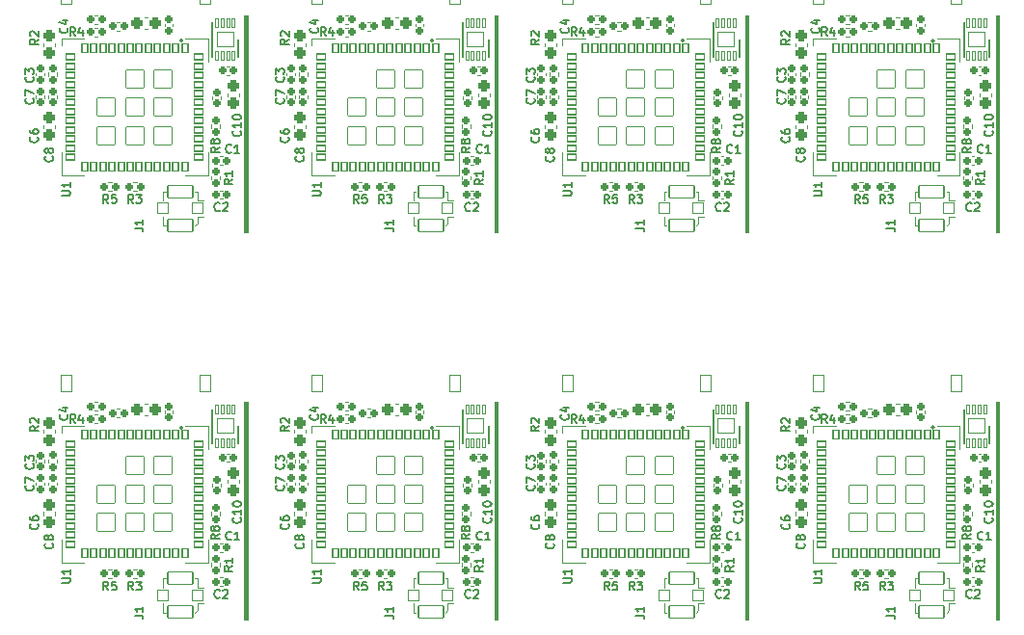
<source format=gto>
G04 #@! TF.GenerationSoftware,KiCad,Pcbnew,8.0.2-1*
G04 #@! TF.CreationDate,2024-07-25T16:39:03+09:00*
G04 #@! TF.ProjectId,leafony-lora-abz_Panelized_Ver1.2,6c656166-6f6e-4792-9d6c-6f72612d6162,rev?*
G04 #@! TF.SameCoordinates,PX4a62f80PY7829b80*
G04 #@! TF.FileFunction,Legend,Top*
G04 #@! TF.FilePolarity,Positive*
%FSLAX46Y46*%
G04 Gerber Fmt 4.6, Leading zero omitted, Abs format (unit mm)*
G04 Created by KiCad (PCBNEW 8.0.2-1) date 2024-07-25 16:39:03*
%MOMM*%
%LPD*%
G01*
G04 APERTURE LIST*
G04 Aperture macros list*
%AMRoundRect*
0 Rectangle with rounded corners*
0 $1 Rounding radius*
0 $2 $3 $4 $5 $6 $7 $8 $9 X,Y pos of 4 corners*
0 Add a 4 corners polygon primitive as box body*
4,1,4,$2,$3,$4,$5,$6,$7,$8,$9,$2,$3,0*
0 Add four circle primitives for the rounded corners*
1,1,$1+$1,$2,$3*
1,1,$1+$1,$4,$5*
1,1,$1+$1,$6,$7*
1,1,$1+$1,$8,$9*
0 Add four rect primitives between the rounded corners*
20,1,$1+$1,$2,$3,$4,$5,0*
20,1,$1+$1,$4,$5,$6,$7,0*
20,1,$1+$1,$6,$7,$8,$9,0*
20,1,$1+$1,$8,$9,$2,$3,0*%
%AMFreePoly0*
4,1,14,0.302055,0.136955,0.316700,0.101600,0.316700,0.000000,0.302055,-0.035355,0.200455,-0.136955,0.165100,-0.151600,-0.152400,-0.151600,-0.187755,-0.136955,-0.202400,-0.101600,-0.202400,0.101600,-0.187755,0.136955,-0.152400,0.151600,0.266700,0.151600,0.302055,0.136955,0.302055,0.136955,$1*%
%AMFreePoly1*
4,1,14,0.200455,0.136955,0.302055,0.035355,0.316700,0.000000,0.302055,-0.035355,0.200455,-0.136955,0.165100,-0.151600,-0.152400,-0.151600,-0.187755,-0.136955,-0.202400,-0.101600,-0.202400,0.101600,-0.187755,0.136955,-0.152400,0.151600,0.165100,0.151600,0.200455,0.136955,0.200455,0.136955,$1*%
%AMFreePoly2*
4,1,14,0.200455,0.136955,0.302055,0.035355,0.316700,0.000000,0.316700,-0.101600,0.302055,-0.136955,0.266700,-0.151600,-0.152400,-0.151600,-0.187755,-0.136955,-0.202400,-0.101600,-0.202400,0.101600,-0.187755,0.136955,-0.152400,0.151600,0.165100,0.151600,0.200455,0.136955,0.200455,0.136955,$1*%
%AMFreePoly3*
4,1,14,0.187755,0.136955,0.202400,0.101600,0.202400,-0.101600,0.187755,-0.136955,0.152400,-0.151600,-0.266700,-0.151600,-0.302055,-0.136955,-0.316700,-0.101600,-0.316700,0.000000,-0.302055,0.035355,-0.200455,0.136955,-0.165100,0.151600,0.152400,0.151600,0.187755,0.136955,0.187755,0.136955,$1*%
%AMFreePoly4*
4,1,14,0.187755,0.136955,0.202400,0.101600,0.202400,-0.101600,0.187755,-0.136955,0.152400,-0.151600,-0.165100,-0.151600,-0.200455,-0.136955,-0.302055,-0.035355,-0.316700,0.000000,-0.302055,0.035355,-0.200455,0.136955,-0.165100,0.151600,0.152400,0.151600,0.187755,0.136955,0.187755,0.136955,$1*%
%AMFreePoly5*
4,1,14,0.187755,0.136955,0.202400,0.101600,0.202400,-0.101600,0.187755,-0.136955,0.152400,-0.151600,-0.165100,-0.151600,-0.200455,-0.136955,-0.302055,-0.035355,-0.316700,0.000000,-0.316700,0.101600,-0.302055,0.136955,-0.266700,0.151600,0.152400,0.151600,0.187755,0.136955,0.187755,0.136955,$1*%
%AMFreePoly6*
4,1,14,0.335355,0.835355,0.835355,0.335355,0.850000,0.300000,0.850000,-0.800000,0.835355,-0.835355,0.800000,-0.850000,-0.800000,-0.850000,-0.835355,-0.835355,-0.850000,-0.800000,-0.850000,0.800000,-0.835355,0.835355,-0.800000,0.850000,0.300000,0.850000,0.335355,0.835355,0.335355,0.835355,$1*%
%AMFreePoly7*
4,1,33,0.069195,0.917427,0.167101,0.881793,0.182140,0.873110,0.261953,0.806138,0.273114,0.792836,0.325209,0.702606,0.331148,0.686288,0.349240,0.583682,0.349240,0.566318,0.331148,0.463712,0.325209,0.447394,0.275000,0.360430,0.275000,-0.575000,0.260355,-0.610355,0.225000,-0.625000,-0.225000,-0.625000,-0.260355,-0.610355,-0.275000,-0.575000,-0.275000,0.360430,-0.325209,0.447394,
-0.331148,0.463712,-0.349240,0.566318,-0.349240,0.583682,-0.331148,0.686288,-0.325209,0.702606,-0.273114,0.792836,-0.261953,0.806138,-0.182140,0.873110,-0.167101,0.881793,-0.069195,0.917427,-0.052094,0.920442,0.052094,0.920442,0.069195,0.917427,0.069195,0.917427,$1*%
G04 Aperture macros list end*
%ADD10C,0.100000*%
%ADD11C,0.150000*%
%ADD12C,0.152400*%
%ADD13C,0.120000*%
%ADD14C,1.050000*%
%ADD15C,0.000000*%
%ADD16FreePoly0,90.000000*%
%ADD17FreePoly1,90.000000*%
%ADD18FreePoly2,90.000000*%
%ADD19RoundRect,0.050000X0.161645X0.000000X0.000000X0.161645X-0.161645X0.000000X0.000000X-0.161645X0*%
%ADD20FreePoly3,90.000000*%
%ADD21FreePoly4,90.000000*%
%ADD22FreePoly5,90.000000*%
%ADD23RoundRect,0.250000X-0.275000X0.250000X-0.275000X-0.250000X0.275000X-0.250000X0.275000X0.250000X0*%
%ADD24RoundRect,0.160000X-0.210000X0.160000X-0.210000X-0.160000X0.210000X-0.160000X0.210000X0.160000X0*%
%ADD25RoundRect,0.160000X-0.160000X-0.210000X0.160000X-0.210000X0.160000X0.210000X-0.160000X0.210000X0*%
%ADD26RoundRect,0.165000X0.195000X-0.165000X0.195000X0.165000X-0.195000X0.165000X-0.195000X-0.165000X0*%
%ADD27RoundRect,0.250000X0.275000X-0.250000X0.275000X0.250000X-0.275000X0.250000X-0.275000X-0.250000X0*%
%ADD28RoundRect,0.250000X0.250000X0.275000X-0.250000X0.275000X-0.250000X-0.275000X0.250000X-0.275000X0*%
%ADD29RoundRect,0.050000X-0.400000X-0.250000X0.400000X-0.250000X0.400000X0.250000X-0.400000X0.250000X0*%
%ADD30RoundRect,0.050000X0.250000X-0.400000X0.250000X0.400000X-0.250000X0.400000X-0.250000X-0.400000X0*%
%ADD31RoundRect,0.050000X-0.250000X0.400000X-0.250000X-0.400000X0.250000X-0.400000X0.250000X0.400000X0*%
%ADD32FreePoly6,90.000000*%
%ADD33RoundRect,0.050000X0.800000X-0.800000X0.800000X0.800000X-0.800000X0.800000X-0.800000X-0.800000X0*%
%ADD34RoundRect,0.165000X-0.165000X-0.195000X0.165000X-0.195000X0.165000X0.195000X-0.165000X0.195000X0*%
%ADD35RoundRect,0.050000X0.500000X-0.500000X0.500000X0.500000X-0.500000X0.500000X-0.500000X-0.500000X0*%
%ADD36RoundRect,0.050000X1.100000X-0.525000X1.100000X0.525000X-1.100000X0.525000X-1.100000X-0.525000X0*%
%ADD37RoundRect,0.165000X0.165000X0.195000X-0.165000X0.195000X-0.165000X-0.195000X0.165000X-0.195000X0*%
%ADD38RoundRect,0.165000X-0.195000X0.165000X-0.195000X-0.165000X0.195000X-0.165000X0.195000X0.165000X0*%
%ADD39C,2.250000*%
%ADD40RoundRect,0.160000X0.160000X0.210000X-0.160000X0.210000X-0.160000X-0.210000X0.160000X-0.210000X0*%
%ADD41RoundRect,0.050000X-0.150000X0.375000X-0.150000X-0.375000X0.150000X-0.375000X0.150000X0.375000X0*%
%ADD42RoundRect,0.050000X-0.750000X0.650000X-0.750000X-0.650000X0.750000X-0.650000X0.750000X0.650000X0*%
%ADD43RoundRect,0.160000X0.210000X-0.160000X0.210000X0.160000X-0.210000X0.160000X-0.210000X-0.160000X0*%
%ADD44C,2.590000*%
%ADD45RoundRect,0.050000X-0.450000X-0.725000X0.450000X-0.725000X0.450000X0.725000X-0.450000X0.725000X0*%
%ADD46FreePoly7,0.000000*%
%ADD47FreePoly7,180.000000*%
G04 APERTURE END LIST*
D10*
X92800000Y12800000D02*
X92500000Y12800000D01*
X92500000Y31875000D01*
X92800000Y31875000D01*
X92800000Y12800000D01*
G36*
X92800000Y12800000D02*
G01*
X92500000Y12800000D01*
X92500000Y31875000D01*
X92800000Y31875000D01*
X92800000Y12800000D01*
G37*
X70800000Y46800000D02*
X70500000Y46800000D01*
X70500000Y65875000D01*
X70800000Y65875000D01*
X70800000Y46800000D01*
G36*
X70800000Y46800000D02*
G01*
X70500000Y46800000D01*
X70500000Y65875000D01*
X70800000Y65875000D01*
X70800000Y46800000D01*
G37*
X92800000Y46800000D02*
X92500000Y46800000D01*
X92500000Y65875000D01*
X92800000Y65875000D01*
X92800000Y46800000D01*
G36*
X92800000Y46800000D02*
G01*
X92500000Y46800000D01*
X92500000Y65875000D01*
X92800000Y65875000D01*
X92800000Y46800000D01*
G37*
X48800000Y46800000D02*
X48500000Y46800000D01*
X48500000Y65875000D01*
X48800000Y65875000D01*
X48800000Y46800000D01*
G36*
X48800000Y46800000D02*
G01*
X48500000Y46800000D01*
X48500000Y65875000D01*
X48800000Y65875000D01*
X48800000Y46800000D01*
G37*
X26800000Y46800000D02*
X26500000Y46800000D01*
X26500000Y65875000D01*
X26800000Y65875000D01*
X26800000Y46800000D01*
G36*
X26800000Y46800000D02*
G01*
X26500000Y46800000D01*
X26500000Y65875000D01*
X26800000Y65875000D01*
X26800000Y46800000D01*
G37*
X70800000Y12800000D02*
X70500000Y12800000D01*
X70500000Y31875000D01*
X70800000Y31875000D01*
X70800000Y12800000D01*
G36*
X70800000Y12800000D02*
G01*
X70500000Y12800000D01*
X70500000Y31875000D01*
X70800000Y31875000D01*
X70800000Y12800000D01*
G37*
X48800000Y12800000D02*
X48500000Y12800000D01*
X48500000Y31875000D01*
X48800000Y31875000D01*
X48800000Y12800000D01*
G36*
X48800000Y12800000D02*
G01*
X48500000Y12800000D01*
X48500000Y31875000D01*
X48800000Y31875000D01*
X48800000Y12800000D01*
G37*
X26800000Y12800000D02*
X26500000Y12800000D01*
X26500000Y31875000D01*
X26800000Y31875000D01*
X26800000Y12800000D01*
G36*
X26800000Y12800000D02*
G01*
X26500000Y12800000D01*
X26500000Y31875000D01*
X26800000Y31875000D01*
X26800000Y12800000D01*
G37*
D11*
X9667735Y19475000D02*
X9703450Y19439286D01*
X9703450Y19439286D02*
X9739164Y19332143D01*
X9739164Y19332143D02*
X9739164Y19260715D01*
X9739164Y19260715D02*
X9703450Y19153572D01*
X9703450Y19153572D02*
X9632021Y19082143D01*
X9632021Y19082143D02*
X9560592Y19046429D01*
X9560592Y19046429D02*
X9417735Y19010715D01*
X9417735Y19010715D02*
X9310592Y19010715D01*
X9310592Y19010715D02*
X9167735Y19046429D01*
X9167735Y19046429D02*
X9096307Y19082143D01*
X9096307Y19082143D02*
X9024878Y19153572D01*
X9024878Y19153572D02*
X8989164Y19260715D01*
X8989164Y19260715D02*
X8989164Y19332143D01*
X8989164Y19332143D02*
X9024878Y19439286D01*
X9024878Y19439286D02*
X9060592Y19475000D01*
X9310592Y19903572D02*
X9274878Y19832143D01*
X9274878Y19832143D02*
X9239164Y19796429D01*
X9239164Y19796429D02*
X9167735Y19760715D01*
X9167735Y19760715D02*
X9132021Y19760715D01*
X9132021Y19760715D02*
X9060592Y19796429D01*
X9060592Y19796429D02*
X9024878Y19832143D01*
X9024878Y19832143D02*
X8989164Y19903572D01*
X8989164Y19903572D02*
X8989164Y20046429D01*
X8989164Y20046429D02*
X9024878Y20117857D01*
X9024878Y20117857D02*
X9060592Y20153572D01*
X9060592Y20153572D02*
X9132021Y20189286D01*
X9132021Y20189286D02*
X9167735Y20189286D01*
X9167735Y20189286D02*
X9239164Y20153572D01*
X9239164Y20153572D02*
X9274878Y20117857D01*
X9274878Y20117857D02*
X9310592Y20046429D01*
X9310592Y20046429D02*
X9310592Y19903572D01*
X9310592Y19903572D02*
X9346307Y19832143D01*
X9346307Y19832143D02*
X9382021Y19796429D01*
X9382021Y19796429D02*
X9453450Y19760715D01*
X9453450Y19760715D02*
X9596307Y19760715D01*
X9596307Y19760715D02*
X9667735Y19796429D01*
X9667735Y19796429D02*
X9703450Y19832143D01*
X9703450Y19832143D02*
X9739164Y19903572D01*
X9739164Y19903572D02*
X9739164Y20046429D01*
X9739164Y20046429D02*
X9703450Y20117857D01*
X9703450Y20117857D02*
X9667735Y20153572D01*
X9667735Y20153572D02*
X9596307Y20189286D01*
X9596307Y20189286D02*
X9453450Y20189286D01*
X9453450Y20189286D02*
X9382021Y20153572D01*
X9382021Y20153572D02*
X9346307Y20117857D01*
X9346307Y20117857D02*
X9310592Y20046429D01*
X25509164Y51475000D02*
X25152021Y51225000D01*
X25509164Y51046429D02*
X24759164Y51046429D01*
X24759164Y51046429D02*
X24759164Y51332143D01*
X24759164Y51332143D02*
X24794878Y51403572D01*
X24794878Y51403572D02*
X24830592Y51439286D01*
X24830592Y51439286D02*
X24902021Y51475000D01*
X24902021Y51475000D02*
X25009164Y51475000D01*
X25009164Y51475000D02*
X25080592Y51439286D01*
X25080592Y51439286D02*
X25116307Y51403572D01*
X25116307Y51403572D02*
X25152021Y51332143D01*
X25152021Y51332143D02*
X25152021Y51046429D01*
X25509164Y52189286D02*
X25509164Y51760715D01*
X25509164Y51975000D02*
X24759164Y51975000D01*
X24759164Y51975000D02*
X24866307Y51903572D01*
X24866307Y51903572D02*
X24937735Y51832143D01*
X24937735Y51832143D02*
X24973450Y51760715D01*
X16774999Y15360836D02*
X16524999Y15717979D01*
X16346428Y15360836D02*
X16346428Y16110836D01*
X16346428Y16110836D02*
X16632142Y16110836D01*
X16632142Y16110836D02*
X16703571Y16075122D01*
X16703571Y16075122D02*
X16739285Y16039408D01*
X16739285Y16039408D02*
X16774999Y15967979D01*
X16774999Y15967979D02*
X16774999Y15860836D01*
X16774999Y15860836D02*
X16739285Y15789408D01*
X16739285Y15789408D02*
X16703571Y15753693D01*
X16703571Y15753693D02*
X16632142Y15717979D01*
X16632142Y15717979D02*
X16346428Y15717979D01*
X17024999Y16110836D02*
X17489285Y16110836D01*
X17489285Y16110836D02*
X17239285Y15825122D01*
X17239285Y15825122D02*
X17346428Y15825122D01*
X17346428Y15825122D02*
X17417857Y15789408D01*
X17417857Y15789408D02*
X17453571Y15753693D01*
X17453571Y15753693D02*
X17489285Y15682265D01*
X17489285Y15682265D02*
X17489285Y15503693D01*
X17489285Y15503693D02*
X17453571Y15432265D01*
X17453571Y15432265D02*
X17417857Y15396550D01*
X17417857Y15396550D02*
X17346428Y15360836D01*
X17346428Y15360836D02*
X17132142Y15360836D01*
X17132142Y15360836D02*
X17060714Y15396550D01*
X17060714Y15396550D02*
X17024999Y15432265D01*
X7967735Y24575000D02*
X8003450Y24539286D01*
X8003450Y24539286D02*
X8039164Y24432143D01*
X8039164Y24432143D02*
X8039164Y24360715D01*
X8039164Y24360715D02*
X8003450Y24253572D01*
X8003450Y24253572D02*
X7932021Y24182143D01*
X7932021Y24182143D02*
X7860592Y24146429D01*
X7860592Y24146429D02*
X7717735Y24110715D01*
X7717735Y24110715D02*
X7610592Y24110715D01*
X7610592Y24110715D02*
X7467735Y24146429D01*
X7467735Y24146429D02*
X7396307Y24182143D01*
X7396307Y24182143D02*
X7324878Y24253572D01*
X7324878Y24253572D02*
X7289164Y24360715D01*
X7289164Y24360715D02*
X7289164Y24432143D01*
X7289164Y24432143D02*
X7324878Y24539286D01*
X7324878Y24539286D02*
X7360592Y24575000D01*
X7289164Y24825000D02*
X7289164Y25325000D01*
X7289164Y25325000D02*
X8039164Y25003572D01*
X76967735Y30775000D02*
X77003450Y30739286D01*
X77003450Y30739286D02*
X77039164Y30632143D01*
X77039164Y30632143D02*
X77039164Y30560715D01*
X77039164Y30560715D02*
X77003450Y30453572D01*
X77003450Y30453572D02*
X76932021Y30382143D01*
X76932021Y30382143D02*
X76860592Y30346429D01*
X76860592Y30346429D02*
X76717735Y30310715D01*
X76717735Y30310715D02*
X76610592Y30310715D01*
X76610592Y30310715D02*
X76467735Y30346429D01*
X76467735Y30346429D02*
X76396307Y30382143D01*
X76396307Y30382143D02*
X76324878Y30453572D01*
X76324878Y30453572D02*
X76289164Y30560715D01*
X76289164Y30560715D02*
X76289164Y30632143D01*
X76289164Y30632143D02*
X76324878Y30739286D01*
X76324878Y30739286D02*
X76360592Y30775000D01*
X76539164Y31417857D02*
X77039164Y31417857D01*
X76253450Y31239286D02*
X76789164Y31060715D01*
X76789164Y31060715D02*
X76789164Y31525000D01*
X51967735Y58575000D02*
X52003450Y58539286D01*
X52003450Y58539286D02*
X52039164Y58432143D01*
X52039164Y58432143D02*
X52039164Y58360715D01*
X52039164Y58360715D02*
X52003450Y58253572D01*
X52003450Y58253572D02*
X51932021Y58182143D01*
X51932021Y58182143D02*
X51860592Y58146429D01*
X51860592Y58146429D02*
X51717735Y58110715D01*
X51717735Y58110715D02*
X51610592Y58110715D01*
X51610592Y58110715D02*
X51467735Y58146429D01*
X51467735Y58146429D02*
X51396307Y58182143D01*
X51396307Y58182143D02*
X51324878Y58253572D01*
X51324878Y58253572D02*
X51289164Y58360715D01*
X51289164Y58360715D02*
X51289164Y58432143D01*
X51289164Y58432143D02*
X51324878Y58539286D01*
X51324878Y58539286D02*
X51360592Y58575000D01*
X51289164Y58825000D02*
X51289164Y59325000D01*
X51289164Y59325000D02*
X52039164Y59003572D01*
X47509164Y17475000D02*
X47152021Y17225000D01*
X47509164Y17046429D02*
X46759164Y17046429D01*
X46759164Y17046429D02*
X46759164Y17332143D01*
X46759164Y17332143D02*
X46794878Y17403572D01*
X46794878Y17403572D02*
X46830592Y17439286D01*
X46830592Y17439286D02*
X46902021Y17475000D01*
X46902021Y17475000D02*
X47009164Y17475000D01*
X47009164Y17475000D02*
X47080592Y17439286D01*
X47080592Y17439286D02*
X47116307Y17403572D01*
X47116307Y17403572D02*
X47152021Y17332143D01*
X47152021Y17332143D02*
X47152021Y17046429D01*
X47509164Y18189286D02*
X47509164Y17760715D01*
X47509164Y17975000D02*
X46759164Y17975000D01*
X46759164Y17975000D02*
X46866307Y17903572D01*
X46866307Y17903572D02*
X46937735Y17832143D01*
X46937735Y17832143D02*
X46973450Y17760715D01*
X32489164Y50028572D02*
X33096307Y50028572D01*
X33096307Y50028572D02*
X33167735Y50064286D01*
X33167735Y50064286D02*
X33203450Y50100000D01*
X33203450Y50100000D02*
X33239164Y50171429D01*
X33239164Y50171429D02*
X33239164Y50314286D01*
X33239164Y50314286D02*
X33203450Y50385715D01*
X33203450Y50385715D02*
X33167735Y50421429D01*
X33167735Y50421429D02*
X33096307Y50457143D01*
X33096307Y50457143D02*
X32489164Y50457143D01*
X33239164Y51207143D02*
X33239164Y50778572D01*
X33239164Y50992857D02*
X32489164Y50992857D01*
X32489164Y50992857D02*
X32596307Y50921429D01*
X32596307Y50921429D02*
X32667735Y50850000D01*
X32667735Y50850000D02*
X32703450Y50778572D01*
X69374999Y19832265D02*
X69339285Y19796550D01*
X69339285Y19796550D02*
X69232142Y19760836D01*
X69232142Y19760836D02*
X69160714Y19760836D01*
X69160714Y19760836D02*
X69053571Y19796550D01*
X69053571Y19796550D02*
X68982142Y19867979D01*
X68982142Y19867979D02*
X68946428Y19939408D01*
X68946428Y19939408D02*
X68910714Y20082265D01*
X68910714Y20082265D02*
X68910714Y20189408D01*
X68910714Y20189408D02*
X68946428Y20332265D01*
X68946428Y20332265D02*
X68982142Y20403693D01*
X68982142Y20403693D02*
X69053571Y20475122D01*
X69053571Y20475122D02*
X69160714Y20510836D01*
X69160714Y20510836D02*
X69232142Y20510836D01*
X69232142Y20510836D02*
X69339285Y20475122D01*
X69339285Y20475122D02*
X69374999Y20439408D01*
X70089285Y19760836D02*
X69660714Y19760836D01*
X69874999Y19760836D02*
X69874999Y20510836D01*
X69874999Y20510836D02*
X69803571Y20403693D01*
X69803571Y20403693D02*
X69732142Y20332265D01*
X69732142Y20332265D02*
X69660714Y20296550D01*
X16889164Y13150001D02*
X17424878Y13150001D01*
X17424878Y13150001D02*
X17532021Y13114286D01*
X17532021Y13114286D02*
X17603450Y13042858D01*
X17603450Y13042858D02*
X17639164Y12935715D01*
X17639164Y12935715D02*
X17639164Y12864286D01*
X17639164Y13900001D02*
X17639164Y13471430D01*
X17639164Y13685715D02*
X16889164Y13685715D01*
X16889164Y13685715D02*
X16996307Y13614287D01*
X16996307Y13614287D02*
X17067735Y13542858D01*
X17067735Y13542858D02*
X17103450Y13471430D01*
X38889164Y47150001D02*
X39424878Y47150001D01*
X39424878Y47150001D02*
X39532021Y47114286D01*
X39532021Y47114286D02*
X39603450Y47042858D01*
X39603450Y47042858D02*
X39639164Y46935715D01*
X39639164Y46935715D02*
X39639164Y46864286D01*
X39639164Y47900001D02*
X39639164Y47471430D01*
X39639164Y47685715D02*
X38889164Y47685715D01*
X38889164Y47685715D02*
X38996307Y47614287D01*
X38996307Y47614287D02*
X39067735Y47542858D01*
X39067735Y47542858D02*
X39103450Y47471430D01*
X90374999Y14732265D02*
X90339285Y14696550D01*
X90339285Y14696550D02*
X90232142Y14660836D01*
X90232142Y14660836D02*
X90160714Y14660836D01*
X90160714Y14660836D02*
X90053571Y14696550D01*
X90053571Y14696550D02*
X89982142Y14767979D01*
X89982142Y14767979D02*
X89946428Y14839408D01*
X89946428Y14839408D02*
X89910714Y14982265D01*
X89910714Y14982265D02*
X89910714Y15089408D01*
X89910714Y15089408D02*
X89946428Y15232265D01*
X89946428Y15232265D02*
X89982142Y15303693D01*
X89982142Y15303693D02*
X90053571Y15375122D01*
X90053571Y15375122D02*
X90160714Y15410836D01*
X90160714Y15410836D02*
X90232142Y15410836D01*
X90232142Y15410836D02*
X90339285Y15375122D01*
X90339285Y15375122D02*
X90374999Y15339408D01*
X90660714Y15339408D02*
X90696428Y15375122D01*
X90696428Y15375122D02*
X90767857Y15410836D01*
X90767857Y15410836D02*
X90946428Y15410836D01*
X90946428Y15410836D02*
X91017857Y15375122D01*
X91017857Y15375122D02*
X91053571Y15339408D01*
X91053571Y15339408D02*
X91089285Y15267979D01*
X91089285Y15267979D02*
X91089285Y15196550D01*
X91089285Y15196550D02*
X91053571Y15089408D01*
X91053571Y15089408D02*
X90624999Y14660836D01*
X90624999Y14660836D02*
X91089285Y14660836D01*
X82889164Y47150001D02*
X83424878Y47150001D01*
X83424878Y47150001D02*
X83532021Y47114286D01*
X83532021Y47114286D02*
X83603450Y47042858D01*
X83603450Y47042858D02*
X83639164Y46935715D01*
X83639164Y46935715D02*
X83639164Y46864286D01*
X83639164Y47900001D02*
X83639164Y47471430D01*
X83639164Y47685715D02*
X82889164Y47685715D01*
X82889164Y47685715D02*
X82996307Y47614287D01*
X82996307Y47614287D02*
X83067735Y47542858D01*
X83067735Y47542858D02*
X83103450Y47471430D01*
X68339164Y20275000D02*
X67982021Y20025000D01*
X68339164Y19846429D02*
X67589164Y19846429D01*
X67589164Y19846429D02*
X67589164Y20132143D01*
X67589164Y20132143D02*
X67624878Y20203572D01*
X67624878Y20203572D02*
X67660592Y20239286D01*
X67660592Y20239286D02*
X67732021Y20275000D01*
X67732021Y20275000D02*
X67839164Y20275000D01*
X67839164Y20275000D02*
X67910592Y20239286D01*
X67910592Y20239286D02*
X67946307Y20203572D01*
X67946307Y20203572D02*
X67982021Y20132143D01*
X67982021Y20132143D02*
X67982021Y19846429D01*
X67910592Y20703572D02*
X67874878Y20632143D01*
X67874878Y20632143D02*
X67839164Y20596429D01*
X67839164Y20596429D02*
X67767735Y20560715D01*
X67767735Y20560715D02*
X67732021Y20560715D01*
X67732021Y20560715D02*
X67660592Y20596429D01*
X67660592Y20596429D02*
X67624878Y20632143D01*
X67624878Y20632143D02*
X67589164Y20703572D01*
X67589164Y20703572D02*
X67589164Y20846429D01*
X67589164Y20846429D02*
X67624878Y20917857D01*
X67624878Y20917857D02*
X67660592Y20953572D01*
X67660592Y20953572D02*
X67732021Y20989286D01*
X67732021Y20989286D02*
X67767735Y20989286D01*
X67767735Y20989286D02*
X67839164Y20953572D01*
X67839164Y20953572D02*
X67874878Y20917857D01*
X67874878Y20917857D02*
X67910592Y20846429D01*
X67910592Y20846429D02*
X67910592Y20703572D01*
X67910592Y20703572D02*
X67946307Y20632143D01*
X67946307Y20632143D02*
X67982021Y20596429D01*
X67982021Y20596429D02*
X68053450Y20560715D01*
X68053450Y20560715D02*
X68196307Y20560715D01*
X68196307Y20560715D02*
X68267735Y20596429D01*
X68267735Y20596429D02*
X68303450Y20632143D01*
X68303450Y20632143D02*
X68339164Y20703572D01*
X68339164Y20703572D02*
X68339164Y20846429D01*
X68339164Y20846429D02*
X68303450Y20917857D01*
X68303450Y20917857D02*
X68267735Y20953572D01*
X68267735Y20953572D02*
X68196307Y20989286D01*
X68196307Y20989286D02*
X68053450Y20989286D01*
X68053450Y20989286D02*
X67982021Y20953572D01*
X67982021Y20953572D02*
X67946307Y20917857D01*
X67946307Y20917857D02*
X67910592Y20846429D01*
X51967735Y26475000D02*
X52003450Y26439286D01*
X52003450Y26439286D02*
X52039164Y26332143D01*
X52039164Y26332143D02*
X52039164Y26260715D01*
X52039164Y26260715D02*
X52003450Y26153572D01*
X52003450Y26153572D02*
X51932021Y26082143D01*
X51932021Y26082143D02*
X51860592Y26046429D01*
X51860592Y26046429D02*
X51717735Y26010715D01*
X51717735Y26010715D02*
X51610592Y26010715D01*
X51610592Y26010715D02*
X51467735Y26046429D01*
X51467735Y26046429D02*
X51396307Y26082143D01*
X51396307Y26082143D02*
X51324878Y26153572D01*
X51324878Y26153572D02*
X51289164Y26260715D01*
X51289164Y26260715D02*
X51289164Y26332143D01*
X51289164Y26332143D02*
X51324878Y26439286D01*
X51324878Y26439286D02*
X51360592Y26475000D01*
X51289164Y26725000D02*
X51289164Y27189286D01*
X51289164Y27189286D02*
X51574878Y26939286D01*
X51574878Y26939286D02*
X51574878Y27046429D01*
X51574878Y27046429D02*
X51610592Y27117857D01*
X51610592Y27117857D02*
X51646307Y27153572D01*
X51646307Y27153572D02*
X51717735Y27189286D01*
X51717735Y27189286D02*
X51896307Y27189286D01*
X51896307Y27189286D02*
X51967735Y27153572D01*
X51967735Y27153572D02*
X52003450Y27117857D01*
X52003450Y27117857D02*
X52039164Y27046429D01*
X52039164Y27046429D02*
X52039164Y26832143D01*
X52039164Y26832143D02*
X52003450Y26760715D01*
X52003450Y26760715D02*
X51967735Y26725000D01*
X73967735Y58575000D02*
X74003450Y58539286D01*
X74003450Y58539286D02*
X74039164Y58432143D01*
X74039164Y58432143D02*
X74039164Y58360715D01*
X74039164Y58360715D02*
X74003450Y58253572D01*
X74003450Y58253572D02*
X73932021Y58182143D01*
X73932021Y58182143D02*
X73860592Y58146429D01*
X73860592Y58146429D02*
X73717735Y58110715D01*
X73717735Y58110715D02*
X73610592Y58110715D01*
X73610592Y58110715D02*
X73467735Y58146429D01*
X73467735Y58146429D02*
X73396307Y58182143D01*
X73396307Y58182143D02*
X73324878Y58253572D01*
X73324878Y58253572D02*
X73289164Y58360715D01*
X73289164Y58360715D02*
X73289164Y58432143D01*
X73289164Y58432143D02*
X73324878Y58539286D01*
X73324878Y58539286D02*
X73360592Y58575000D01*
X73289164Y58825000D02*
X73289164Y59325000D01*
X73289164Y59325000D02*
X74039164Y59003572D01*
X10489164Y16028572D02*
X11096307Y16028572D01*
X11096307Y16028572D02*
X11167735Y16064286D01*
X11167735Y16064286D02*
X11203450Y16100000D01*
X11203450Y16100000D02*
X11239164Y16171429D01*
X11239164Y16171429D02*
X11239164Y16314286D01*
X11239164Y16314286D02*
X11203450Y16385715D01*
X11203450Y16385715D02*
X11167735Y16421429D01*
X11167735Y16421429D02*
X11096307Y16457143D01*
X11096307Y16457143D02*
X10489164Y16457143D01*
X11239164Y17207143D02*
X11239164Y16778572D01*
X11239164Y16992857D02*
X10489164Y16992857D01*
X10489164Y16992857D02*
X10596307Y16921429D01*
X10596307Y16921429D02*
X10667735Y16850000D01*
X10667735Y16850000D02*
X10703450Y16778572D01*
X77674999Y30060836D02*
X77424999Y30417979D01*
X77246428Y30060836D02*
X77246428Y30810836D01*
X77246428Y30810836D02*
X77532142Y30810836D01*
X77532142Y30810836D02*
X77603571Y30775122D01*
X77603571Y30775122D02*
X77639285Y30739408D01*
X77639285Y30739408D02*
X77674999Y30667979D01*
X77674999Y30667979D02*
X77674999Y30560836D01*
X77674999Y30560836D02*
X77639285Y30489408D01*
X77639285Y30489408D02*
X77603571Y30453693D01*
X77603571Y30453693D02*
X77532142Y30417979D01*
X77532142Y30417979D02*
X77246428Y30417979D01*
X78317857Y30560836D02*
X78317857Y30060836D01*
X78139285Y30846550D02*
X77960714Y30310836D01*
X77960714Y30310836D02*
X78424999Y30310836D01*
X38774999Y15360836D02*
X38524999Y15717979D01*
X38346428Y15360836D02*
X38346428Y16110836D01*
X38346428Y16110836D02*
X38632142Y16110836D01*
X38632142Y16110836D02*
X38703571Y16075122D01*
X38703571Y16075122D02*
X38739285Y16039408D01*
X38739285Y16039408D02*
X38774999Y15967979D01*
X38774999Y15967979D02*
X38774999Y15860836D01*
X38774999Y15860836D02*
X38739285Y15789408D01*
X38739285Y15789408D02*
X38703571Y15753693D01*
X38703571Y15753693D02*
X38632142Y15717979D01*
X38632142Y15717979D02*
X38346428Y15717979D01*
X39024999Y16110836D02*
X39489285Y16110836D01*
X39489285Y16110836D02*
X39239285Y15825122D01*
X39239285Y15825122D02*
X39346428Y15825122D01*
X39346428Y15825122D02*
X39417857Y15789408D01*
X39417857Y15789408D02*
X39453571Y15753693D01*
X39453571Y15753693D02*
X39489285Y15682265D01*
X39489285Y15682265D02*
X39489285Y15503693D01*
X39489285Y15503693D02*
X39453571Y15432265D01*
X39453571Y15432265D02*
X39417857Y15396550D01*
X39417857Y15396550D02*
X39346428Y15360836D01*
X39346428Y15360836D02*
X39132142Y15360836D01*
X39132142Y15360836D02*
X39060714Y15396550D01*
X39060714Y15396550D02*
X39024999Y15432265D01*
X52367735Y55175000D02*
X52403450Y55139286D01*
X52403450Y55139286D02*
X52439164Y55032143D01*
X52439164Y55032143D02*
X52439164Y54960715D01*
X52439164Y54960715D02*
X52403450Y54853572D01*
X52403450Y54853572D02*
X52332021Y54782143D01*
X52332021Y54782143D02*
X52260592Y54746429D01*
X52260592Y54746429D02*
X52117735Y54710715D01*
X52117735Y54710715D02*
X52010592Y54710715D01*
X52010592Y54710715D02*
X51867735Y54746429D01*
X51867735Y54746429D02*
X51796307Y54782143D01*
X51796307Y54782143D02*
X51724878Y54853572D01*
X51724878Y54853572D02*
X51689164Y54960715D01*
X51689164Y54960715D02*
X51689164Y55032143D01*
X51689164Y55032143D02*
X51724878Y55139286D01*
X51724878Y55139286D02*
X51760592Y55175000D01*
X51689164Y55817857D02*
X51689164Y55675000D01*
X51689164Y55675000D02*
X51724878Y55603572D01*
X51724878Y55603572D02*
X51760592Y55567857D01*
X51760592Y55567857D02*
X51867735Y55496429D01*
X51867735Y55496429D02*
X52010592Y55460715D01*
X52010592Y55460715D02*
X52296307Y55460715D01*
X52296307Y55460715D02*
X52367735Y55496429D01*
X52367735Y55496429D02*
X52403450Y55532143D01*
X52403450Y55532143D02*
X52439164Y55603572D01*
X52439164Y55603572D02*
X52439164Y55746429D01*
X52439164Y55746429D02*
X52403450Y55817857D01*
X52403450Y55817857D02*
X52367735Y55853572D01*
X52367735Y55853572D02*
X52296307Y55889286D01*
X52296307Y55889286D02*
X52117735Y55889286D01*
X52117735Y55889286D02*
X52046307Y55853572D01*
X52046307Y55853572D02*
X52010592Y55817857D01*
X52010592Y55817857D02*
X51974878Y55746429D01*
X51974878Y55746429D02*
X51974878Y55603572D01*
X51974878Y55603572D02*
X52010592Y55532143D01*
X52010592Y55532143D02*
X52046307Y55496429D01*
X52046307Y55496429D02*
X52117735Y55460715D01*
X16774999Y49360836D02*
X16524999Y49717979D01*
X16346428Y49360836D02*
X16346428Y50110836D01*
X16346428Y50110836D02*
X16632142Y50110836D01*
X16632142Y50110836D02*
X16703571Y50075122D01*
X16703571Y50075122D02*
X16739285Y50039408D01*
X16739285Y50039408D02*
X16774999Y49967979D01*
X16774999Y49967979D02*
X16774999Y49860836D01*
X16774999Y49860836D02*
X16739285Y49789408D01*
X16739285Y49789408D02*
X16703571Y49753693D01*
X16703571Y49753693D02*
X16632142Y49717979D01*
X16632142Y49717979D02*
X16346428Y49717979D01*
X17024999Y50110836D02*
X17489285Y50110836D01*
X17489285Y50110836D02*
X17239285Y49825122D01*
X17239285Y49825122D02*
X17346428Y49825122D01*
X17346428Y49825122D02*
X17417857Y49789408D01*
X17417857Y49789408D02*
X17453571Y49753693D01*
X17453571Y49753693D02*
X17489285Y49682265D01*
X17489285Y49682265D02*
X17489285Y49503693D01*
X17489285Y49503693D02*
X17453571Y49432265D01*
X17453571Y49432265D02*
X17417857Y49396550D01*
X17417857Y49396550D02*
X17346428Y49360836D01*
X17346428Y49360836D02*
X17132142Y49360836D01*
X17132142Y49360836D02*
X17060714Y49396550D01*
X17060714Y49396550D02*
X17024999Y49432265D01*
X7967735Y26475000D02*
X8003450Y26439286D01*
X8003450Y26439286D02*
X8039164Y26332143D01*
X8039164Y26332143D02*
X8039164Y26260715D01*
X8039164Y26260715D02*
X8003450Y26153572D01*
X8003450Y26153572D02*
X7932021Y26082143D01*
X7932021Y26082143D02*
X7860592Y26046429D01*
X7860592Y26046429D02*
X7717735Y26010715D01*
X7717735Y26010715D02*
X7610592Y26010715D01*
X7610592Y26010715D02*
X7467735Y26046429D01*
X7467735Y26046429D02*
X7396307Y26082143D01*
X7396307Y26082143D02*
X7324878Y26153572D01*
X7324878Y26153572D02*
X7289164Y26260715D01*
X7289164Y26260715D02*
X7289164Y26332143D01*
X7289164Y26332143D02*
X7324878Y26439286D01*
X7324878Y26439286D02*
X7360592Y26475000D01*
X7289164Y26725000D02*
X7289164Y27189286D01*
X7289164Y27189286D02*
X7574878Y26939286D01*
X7574878Y26939286D02*
X7574878Y27046429D01*
X7574878Y27046429D02*
X7610592Y27117857D01*
X7610592Y27117857D02*
X7646307Y27153572D01*
X7646307Y27153572D02*
X7717735Y27189286D01*
X7717735Y27189286D02*
X7896307Y27189286D01*
X7896307Y27189286D02*
X7967735Y27153572D01*
X7967735Y27153572D02*
X8003450Y27117857D01*
X8003450Y27117857D02*
X8039164Y27046429D01*
X8039164Y27046429D02*
X8039164Y26832143D01*
X8039164Y26832143D02*
X8003450Y26760715D01*
X8003450Y26760715D02*
X7967735Y26725000D01*
X73967735Y26475000D02*
X74003450Y26439286D01*
X74003450Y26439286D02*
X74039164Y26332143D01*
X74039164Y26332143D02*
X74039164Y26260715D01*
X74039164Y26260715D02*
X74003450Y26153572D01*
X74003450Y26153572D02*
X73932021Y26082143D01*
X73932021Y26082143D02*
X73860592Y26046429D01*
X73860592Y26046429D02*
X73717735Y26010715D01*
X73717735Y26010715D02*
X73610592Y26010715D01*
X73610592Y26010715D02*
X73467735Y26046429D01*
X73467735Y26046429D02*
X73396307Y26082143D01*
X73396307Y26082143D02*
X73324878Y26153572D01*
X73324878Y26153572D02*
X73289164Y26260715D01*
X73289164Y26260715D02*
X73289164Y26332143D01*
X73289164Y26332143D02*
X73324878Y26439286D01*
X73324878Y26439286D02*
X73360592Y26475000D01*
X73289164Y26725000D02*
X73289164Y27189286D01*
X73289164Y27189286D02*
X73574878Y26939286D01*
X73574878Y26939286D02*
X73574878Y27046429D01*
X73574878Y27046429D02*
X73610592Y27117857D01*
X73610592Y27117857D02*
X73646307Y27153572D01*
X73646307Y27153572D02*
X73717735Y27189286D01*
X73717735Y27189286D02*
X73896307Y27189286D01*
X73896307Y27189286D02*
X73967735Y27153572D01*
X73967735Y27153572D02*
X74003450Y27117857D01*
X74003450Y27117857D02*
X74039164Y27046429D01*
X74039164Y27046429D02*
X74039164Y26832143D01*
X74039164Y26832143D02*
X74003450Y26760715D01*
X74003450Y26760715D02*
X73967735Y26725000D01*
X14574999Y15360836D02*
X14324999Y15717979D01*
X14146428Y15360836D02*
X14146428Y16110836D01*
X14146428Y16110836D02*
X14432142Y16110836D01*
X14432142Y16110836D02*
X14503571Y16075122D01*
X14503571Y16075122D02*
X14539285Y16039408D01*
X14539285Y16039408D02*
X14574999Y15967979D01*
X14574999Y15967979D02*
X14574999Y15860836D01*
X14574999Y15860836D02*
X14539285Y15789408D01*
X14539285Y15789408D02*
X14503571Y15753693D01*
X14503571Y15753693D02*
X14432142Y15717979D01*
X14432142Y15717979D02*
X14146428Y15717979D01*
X15253571Y16110836D02*
X14896428Y16110836D01*
X14896428Y16110836D02*
X14860714Y15753693D01*
X14860714Y15753693D02*
X14896428Y15789408D01*
X14896428Y15789408D02*
X14967857Y15825122D01*
X14967857Y15825122D02*
X15146428Y15825122D01*
X15146428Y15825122D02*
X15217857Y15789408D01*
X15217857Y15789408D02*
X15253571Y15753693D01*
X15253571Y15753693D02*
X15289285Y15682265D01*
X15289285Y15682265D02*
X15289285Y15503693D01*
X15289285Y15503693D02*
X15253571Y15432265D01*
X15253571Y15432265D02*
X15217857Y15396550D01*
X15217857Y15396550D02*
X15146428Y15360836D01*
X15146428Y15360836D02*
X14967857Y15360836D01*
X14967857Y15360836D02*
X14896428Y15396550D01*
X14896428Y15396550D02*
X14860714Y15432265D01*
X91509164Y51475000D02*
X91152021Y51225000D01*
X91509164Y51046429D02*
X90759164Y51046429D01*
X90759164Y51046429D02*
X90759164Y51332143D01*
X90759164Y51332143D02*
X90794878Y51403572D01*
X90794878Y51403572D02*
X90830592Y51439286D01*
X90830592Y51439286D02*
X90902021Y51475000D01*
X90902021Y51475000D02*
X91009164Y51475000D01*
X91009164Y51475000D02*
X91080592Y51439286D01*
X91080592Y51439286D02*
X91116307Y51403572D01*
X91116307Y51403572D02*
X91152021Y51332143D01*
X91152021Y51332143D02*
X91152021Y51046429D01*
X91509164Y52189286D02*
X91509164Y51760715D01*
X91509164Y51975000D02*
X90759164Y51975000D01*
X90759164Y51975000D02*
X90866307Y51903572D01*
X90866307Y51903572D02*
X90937735Y51832143D01*
X90937735Y51832143D02*
X90973450Y51760715D01*
X7967735Y60475000D02*
X8003450Y60439286D01*
X8003450Y60439286D02*
X8039164Y60332143D01*
X8039164Y60332143D02*
X8039164Y60260715D01*
X8039164Y60260715D02*
X8003450Y60153572D01*
X8003450Y60153572D02*
X7932021Y60082143D01*
X7932021Y60082143D02*
X7860592Y60046429D01*
X7860592Y60046429D02*
X7717735Y60010715D01*
X7717735Y60010715D02*
X7610592Y60010715D01*
X7610592Y60010715D02*
X7467735Y60046429D01*
X7467735Y60046429D02*
X7396307Y60082143D01*
X7396307Y60082143D02*
X7324878Y60153572D01*
X7324878Y60153572D02*
X7289164Y60260715D01*
X7289164Y60260715D02*
X7289164Y60332143D01*
X7289164Y60332143D02*
X7324878Y60439286D01*
X7324878Y60439286D02*
X7360592Y60475000D01*
X7289164Y60725000D02*
X7289164Y61189286D01*
X7289164Y61189286D02*
X7574878Y60939286D01*
X7574878Y60939286D02*
X7574878Y61046429D01*
X7574878Y61046429D02*
X7610592Y61117857D01*
X7610592Y61117857D02*
X7646307Y61153572D01*
X7646307Y61153572D02*
X7717735Y61189286D01*
X7717735Y61189286D02*
X7896307Y61189286D01*
X7896307Y61189286D02*
X7967735Y61153572D01*
X7967735Y61153572D02*
X8003450Y61117857D01*
X8003450Y61117857D02*
X8039164Y61046429D01*
X8039164Y61046429D02*
X8039164Y60832143D01*
X8039164Y60832143D02*
X8003450Y60760715D01*
X8003450Y60760715D02*
X7967735Y60725000D01*
X52439164Y29775000D02*
X52082021Y29525000D01*
X52439164Y29346429D02*
X51689164Y29346429D01*
X51689164Y29346429D02*
X51689164Y29632143D01*
X51689164Y29632143D02*
X51724878Y29703572D01*
X51724878Y29703572D02*
X51760592Y29739286D01*
X51760592Y29739286D02*
X51832021Y29775000D01*
X51832021Y29775000D02*
X51939164Y29775000D01*
X51939164Y29775000D02*
X52010592Y29739286D01*
X52010592Y29739286D02*
X52046307Y29703572D01*
X52046307Y29703572D02*
X52082021Y29632143D01*
X52082021Y29632143D02*
X52082021Y29346429D01*
X51760592Y30060715D02*
X51724878Y30096429D01*
X51724878Y30096429D02*
X51689164Y30167857D01*
X51689164Y30167857D02*
X51689164Y30346429D01*
X51689164Y30346429D02*
X51724878Y30417857D01*
X51724878Y30417857D02*
X51760592Y30453572D01*
X51760592Y30453572D02*
X51832021Y30489286D01*
X51832021Y30489286D02*
X51903450Y30489286D01*
X51903450Y30489286D02*
X52010592Y30453572D01*
X52010592Y30453572D02*
X52439164Y30025000D01*
X52439164Y30025000D02*
X52439164Y30489286D01*
X10489164Y50028572D02*
X11096307Y50028572D01*
X11096307Y50028572D02*
X11167735Y50064286D01*
X11167735Y50064286D02*
X11203450Y50100000D01*
X11203450Y50100000D02*
X11239164Y50171429D01*
X11239164Y50171429D02*
X11239164Y50314286D01*
X11239164Y50314286D02*
X11203450Y50385715D01*
X11203450Y50385715D02*
X11167735Y50421429D01*
X11167735Y50421429D02*
X11096307Y50457143D01*
X11096307Y50457143D02*
X10489164Y50457143D01*
X11239164Y51207143D02*
X11239164Y50778572D01*
X11239164Y50992857D02*
X10489164Y50992857D01*
X10489164Y50992857D02*
X10596307Y50921429D01*
X10596307Y50921429D02*
X10667735Y50850000D01*
X10667735Y50850000D02*
X10703450Y50778572D01*
X90339164Y20275000D02*
X89982021Y20025000D01*
X90339164Y19846429D02*
X89589164Y19846429D01*
X89589164Y19846429D02*
X89589164Y20132143D01*
X89589164Y20132143D02*
X89624878Y20203572D01*
X89624878Y20203572D02*
X89660592Y20239286D01*
X89660592Y20239286D02*
X89732021Y20275000D01*
X89732021Y20275000D02*
X89839164Y20275000D01*
X89839164Y20275000D02*
X89910592Y20239286D01*
X89910592Y20239286D02*
X89946307Y20203572D01*
X89946307Y20203572D02*
X89982021Y20132143D01*
X89982021Y20132143D02*
X89982021Y19846429D01*
X89910592Y20703572D02*
X89874878Y20632143D01*
X89874878Y20632143D02*
X89839164Y20596429D01*
X89839164Y20596429D02*
X89767735Y20560715D01*
X89767735Y20560715D02*
X89732021Y20560715D01*
X89732021Y20560715D02*
X89660592Y20596429D01*
X89660592Y20596429D02*
X89624878Y20632143D01*
X89624878Y20632143D02*
X89589164Y20703572D01*
X89589164Y20703572D02*
X89589164Y20846429D01*
X89589164Y20846429D02*
X89624878Y20917857D01*
X89624878Y20917857D02*
X89660592Y20953572D01*
X89660592Y20953572D02*
X89732021Y20989286D01*
X89732021Y20989286D02*
X89767735Y20989286D01*
X89767735Y20989286D02*
X89839164Y20953572D01*
X89839164Y20953572D02*
X89874878Y20917857D01*
X89874878Y20917857D02*
X89910592Y20846429D01*
X89910592Y20846429D02*
X89910592Y20703572D01*
X89910592Y20703572D02*
X89946307Y20632143D01*
X89946307Y20632143D02*
X89982021Y20596429D01*
X89982021Y20596429D02*
X90053450Y20560715D01*
X90053450Y20560715D02*
X90196307Y20560715D01*
X90196307Y20560715D02*
X90267735Y20596429D01*
X90267735Y20596429D02*
X90303450Y20632143D01*
X90303450Y20632143D02*
X90339164Y20703572D01*
X90339164Y20703572D02*
X90339164Y20846429D01*
X90339164Y20846429D02*
X90303450Y20917857D01*
X90303450Y20917857D02*
X90267735Y20953572D01*
X90267735Y20953572D02*
X90196307Y20989286D01*
X90196307Y20989286D02*
X90053450Y20989286D01*
X90053450Y20989286D02*
X89982021Y20953572D01*
X89982021Y20953572D02*
X89946307Y20917857D01*
X89946307Y20917857D02*
X89910592Y20846429D01*
X58574999Y15360836D02*
X58324999Y15717979D01*
X58146428Y15360836D02*
X58146428Y16110836D01*
X58146428Y16110836D02*
X58432142Y16110836D01*
X58432142Y16110836D02*
X58503571Y16075122D01*
X58503571Y16075122D02*
X58539285Y16039408D01*
X58539285Y16039408D02*
X58574999Y15967979D01*
X58574999Y15967979D02*
X58574999Y15860836D01*
X58574999Y15860836D02*
X58539285Y15789408D01*
X58539285Y15789408D02*
X58503571Y15753693D01*
X58503571Y15753693D02*
X58432142Y15717979D01*
X58432142Y15717979D02*
X58146428Y15717979D01*
X59253571Y16110836D02*
X58896428Y16110836D01*
X58896428Y16110836D02*
X58860714Y15753693D01*
X58860714Y15753693D02*
X58896428Y15789408D01*
X58896428Y15789408D02*
X58967857Y15825122D01*
X58967857Y15825122D02*
X59146428Y15825122D01*
X59146428Y15825122D02*
X59217857Y15789408D01*
X59217857Y15789408D02*
X59253571Y15753693D01*
X59253571Y15753693D02*
X59289285Y15682265D01*
X59289285Y15682265D02*
X59289285Y15503693D01*
X59289285Y15503693D02*
X59253571Y15432265D01*
X59253571Y15432265D02*
X59217857Y15396550D01*
X59217857Y15396550D02*
X59146428Y15360836D01*
X59146428Y15360836D02*
X58967857Y15360836D01*
X58967857Y15360836D02*
X58896428Y15396550D01*
X58896428Y15396550D02*
X58860714Y15432265D01*
X54489164Y16028572D02*
X55096307Y16028572D01*
X55096307Y16028572D02*
X55167735Y16064286D01*
X55167735Y16064286D02*
X55203450Y16100000D01*
X55203450Y16100000D02*
X55239164Y16171429D01*
X55239164Y16171429D02*
X55239164Y16314286D01*
X55239164Y16314286D02*
X55203450Y16385715D01*
X55203450Y16385715D02*
X55167735Y16421429D01*
X55167735Y16421429D02*
X55096307Y16457143D01*
X55096307Y16457143D02*
X54489164Y16457143D01*
X55239164Y17207143D02*
X55239164Y16778572D01*
X55239164Y16992857D02*
X54489164Y16992857D01*
X54489164Y16992857D02*
X54596307Y16921429D01*
X54596307Y16921429D02*
X54667735Y16850000D01*
X54667735Y16850000D02*
X54703450Y16778572D01*
X8367735Y21175000D02*
X8403450Y21139286D01*
X8403450Y21139286D02*
X8439164Y21032143D01*
X8439164Y21032143D02*
X8439164Y20960715D01*
X8439164Y20960715D02*
X8403450Y20853572D01*
X8403450Y20853572D02*
X8332021Y20782143D01*
X8332021Y20782143D02*
X8260592Y20746429D01*
X8260592Y20746429D02*
X8117735Y20710715D01*
X8117735Y20710715D02*
X8010592Y20710715D01*
X8010592Y20710715D02*
X7867735Y20746429D01*
X7867735Y20746429D02*
X7796307Y20782143D01*
X7796307Y20782143D02*
X7724878Y20853572D01*
X7724878Y20853572D02*
X7689164Y20960715D01*
X7689164Y20960715D02*
X7689164Y21032143D01*
X7689164Y21032143D02*
X7724878Y21139286D01*
X7724878Y21139286D02*
X7760592Y21175000D01*
X7689164Y21817857D02*
X7689164Y21675000D01*
X7689164Y21675000D02*
X7724878Y21603572D01*
X7724878Y21603572D02*
X7760592Y21567857D01*
X7760592Y21567857D02*
X7867735Y21496429D01*
X7867735Y21496429D02*
X8010592Y21460715D01*
X8010592Y21460715D02*
X8296307Y21460715D01*
X8296307Y21460715D02*
X8367735Y21496429D01*
X8367735Y21496429D02*
X8403450Y21532143D01*
X8403450Y21532143D02*
X8439164Y21603572D01*
X8439164Y21603572D02*
X8439164Y21746429D01*
X8439164Y21746429D02*
X8403450Y21817857D01*
X8403450Y21817857D02*
X8367735Y21853572D01*
X8367735Y21853572D02*
X8296307Y21889286D01*
X8296307Y21889286D02*
X8117735Y21889286D01*
X8117735Y21889286D02*
X8046307Y21853572D01*
X8046307Y21853572D02*
X8010592Y21817857D01*
X8010592Y21817857D02*
X7974878Y21746429D01*
X7974878Y21746429D02*
X7974878Y21603572D01*
X7974878Y21603572D02*
X8010592Y21532143D01*
X8010592Y21532143D02*
X8046307Y21496429D01*
X8046307Y21496429D02*
X8117735Y21460715D01*
X54967735Y64775000D02*
X55003450Y64739286D01*
X55003450Y64739286D02*
X55039164Y64632143D01*
X55039164Y64632143D02*
X55039164Y64560715D01*
X55039164Y64560715D02*
X55003450Y64453572D01*
X55003450Y64453572D02*
X54932021Y64382143D01*
X54932021Y64382143D02*
X54860592Y64346429D01*
X54860592Y64346429D02*
X54717735Y64310715D01*
X54717735Y64310715D02*
X54610592Y64310715D01*
X54610592Y64310715D02*
X54467735Y64346429D01*
X54467735Y64346429D02*
X54396307Y64382143D01*
X54396307Y64382143D02*
X54324878Y64453572D01*
X54324878Y64453572D02*
X54289164Y64560715D01*
X54289164Y64560715D02*
X54289164Y64632143D01*
X54289164Y64632143D02*
X54324878Y64739286D01*
X54324878Y64739286D02*
X54360592Y64775000D01*
X54539164Y65417857D02*
X55039164Y65417857D01*
X54253450Y65239286D02*
X54789164Y65060715D01*
X54789164Y65060715D02*
X54789164Y65525000D01*
X48167735Y55717857D02*
X48203450Y55682143D01*
X48203450Y55682143D02*
X48239164Y55575000D01*
X48239164Y55575000D02*
X48239164Y55503572D01*
X48239164Y55503572D02*
X48203450Y55396429D01*
X48203450Y55396429D02*
X48132021Y55325000D01*
X48132021Y55325000D02*
X48060592Y55289286D01*
X48060592Y55289286D02*
X47917735Y55253572D01*
X47917735Y55253572D02*
X47810592Y55253572D01*
X47810592Y55253572D02*
X47667735Y55289286D01*
X47667735Y55289286D02*
X47596307Y55325000D01*
X47596307Y55325000D02*
X47524878Y55396429D01*
X47524878Y55396429D02*
X47489164Y55503572D01*
X47489164Y55503572D02*
X47489164Y55575000D01*
X47489164Y55575000D02*
X47524878Y55682143D01*
X47524878Y55682143D02*
X47560592Y55717857D01*
X48239164Y56432143D02*
X48239164Y56003572D01*
X48239164Y56217857D02*
X47489164Y56217857D01*
X47489164Y56217857D02*
X47596307Y56146429D01*
X47596307Y56146429D02*
X47667735Y56075000D01*
X47667735Y56075000D02*
X47703450Y56003572D01*
X47489164Y56896429D02*
X47489164Y56967858D01*
X47489164Y56967858D02*
X47524878Y57039286D01*
X47524878Y57039286D02*
X47560592Y57075000D01*
X47560592Y57075000D02*
X47632021Y57110715D01*
X47632021Y57110715D02*
X47774878Y57146429D01*
X47774878Y57146429D02*
X47953450Y57146429D01*
X47953450Y57146429D02*
X48096307Y57110715D01*
X48096307Y57110715D02*
X48167735Y57075000D01*
X48167735Y57075000D02*
X48203450Y57039286D01*
X48203450Y57039286D02*
X48239164Y56967858D01*
X48239164Y56967858D02*
X48239164Y56896429D01*
X48239164Y56896429D02*
X48203450Y56825000D01*
X48203450Y56825000D02*
X48167735Y56789286D01*
X48167735Y56789286D02*
X48096307Y56753572D01*
X48096307Y56753572D02*
X47953450Y56717858D01*
X47953450Y56717858D02*
X47774878Y56717858D01*
X47774878Y56717858D02*
X47632021Y56753572D01*
X47632021Y56753572D02*
X47560592Y56789286D01*
X47560592Y56789286D02*
X47524878Y56825000D01*
X47524878Y56825000D02*
X47489164Y56896429D01*
X9667735Y53475000D02*
X9703450Y53439286D01*
X9703450Y53439286D02*
X9739164Y53332143D01*
X9739164Y53332143D02*
X9739164Y53260715D01*
X9739164Y53260715D02*
X9703450Y53153572D01*
X9703450Y53153572D02*
X9632021Y53082143D01*
X9632021Y53082143D02*
X9560592Y53046429D01*
X9560592Y53046429D02*
X9417735Y53010715D01*
X9417735Y53010715D02*
X9310592Y53010715D01*
X9310592Y53010715D02*
X9167735Y53046429D01*
X9167735Y53046429D02*
X9096307Y53082143D01*
X9096307Y53082143D02*
X9024878Y53153572D01*
X9024878Y53153572D02*
X8989164Y53260715D01*
X8989164Y53260715D02*
X8989164Y53332143D01*
X8989164Y53332143D02*
X9024878Y53439286D01*
X9024878Y53439286D02*
X9060592Y53475000D01*
X9310592Y53903572D02*
X9274878Y53832143D01*
X9274878Y53832143D02*
X9239164Y53796429D01*
X9239164Y53796429D02*
X9167735Y53760715D01*
X9167735Y53760715D02*
X9132021Y53760715D01*
X9132021Y53760715D02*
X9060592Y53796429D01*
X9060592Y53796429D02*
X9024878Y53832143D01*
X9024878Y53832143D02*
X8989164Y53903572D01*
X8989164Y53903572D02*
X8989164Y54046429D01*
X8989164Y54046429D02*
X9024878Y54117857D01*
X9024878Y54117857D02*
X9060592Y54153572D01*
X9060592Y54153572D02*
X9132021Y54189286D01*
X9132021Y54189286D02*
X9167735Y54189286D01*
X9167735Y54189286D02*
X9239164Y54153572D01*
X9239164Y54153572D02*
X9274878Y54117857D01*
X9274878Y54117857D02*
X9310592Y54046429D01*
X9310592Y54046429D02*
X9310592Y53903572D01*
X9310592Y53903572D02*
X9346307Y53832143D01*
X9346307Y53832143D02*
X9382021Y53796429D01*
X9382021Y53796429D02*
X9453450Y53760715D01*
X9453450Y53760715D02*
X9596307Y53760715D01*
X9596307Y53760715D02*
X9667735Y53796429D01*
X9667735Y53796429D02*
X9703450Y53832143D01*
X9703450Y53832143D02*
X9739164Y53903572D01*
X9739164Y53903572D02*
X9739164Y54046429D01*
X9739164Y54046429D02*
X9703450Y54117857D01*
X9703450Y54117857D02*
X9667735Y54153572D01*
X9667735Y54153572D02*
X9596307Y54189286D01*
X9596307Y54189286D02*
X9453450Y54189286D01*
X9453450Y54189286D02*
X9382021Y54153572D01*
X9382021Y54153572D02*
X9346307Y54117857D01*
X9346307Y54117857D02*
X9310592Y54046429D01*
X25374999Y53832265D02*
X25339285Y53796550D01*
X25339285Y53796550D02*
X25232142Y53760836D01*
X25232142Y53760836D02*
X25160714Y53760836D01*
X25160714Y53760836D02*
X25053571Y53796550D01*
X25053571Y53796550D02*
X24982142Y53867979D01*
X24982142Y53867979D02*
X24946428Y53939408D01*
X24946428Y53939408D02*
X24910714Y54082265D01*
X24910714Y54082265D02*
X24910714Y54189408D01*
X24910714Y54189408D02*
X24946428Y54332265D01*
X24946428Y54332265D02*
X24982142Y54403693D01*
X24982142Y54403693D02*
X25053571Y54475122D01*
X25053571Y54475122D02*
X25160714Y54510836D01*
X25160714Y54510836D02*
X25232142Y54510836D01*
X25232142Y54510836D02*
X25339285Y54475122D01*
X25339285Y54475122D02*
X25374999Y54439408D01*
X26089285Y53760836D02*
X25660714Y53760836D01*
X25874999Y53760836D02*
X25874999Y54510836D01*
X25874999Y54510836D02*
X25803571Y54403693D01*
X25803571Y54403693D02*
X25732142Y54332265D01*
X25732142Y54332265D02*
X25660714Y54296550D01*
X31667735Y53475000D02*
X31703450Y53439286D01*
X31703450Y53439286D02*
X31739164Y53332143D01*
X31739164Y53332143D02*
X31739164Y53260715D01*
X31739164Y53260715D02*
X31703450Y53153572D01*
X31703450Y53153572D02*
X31632021Y53082143D01*
X31632021Y53082143D02*
X31560592Y53046429D01*
X31560592Y53046429D02*
X31417735Y53010715D01*
X31417735Y53010715D02*
X31310592Y53010715D01*
X31310592Y53010715D02*
X31167735Y53046429D01*
X31167735Y53046429D02*
X31096307Y53082143D01*
X31096307Y53082143D02*
X31024878Y53153572D01*
X31024878Y53153572D02*
X30989164Y53260715D01*
X30989164Y53260715D02*
X30989164Y53332143D01*
X30989164Y53332143D02*
X31024878Y53439286D01*
X31024878Y53439286D02*
X31060592Y53475000D01*
X31310592Y53903572D02*
X31274878Y53832143D01*
X31274878Y53832143D02*
X31239164Y53796429D01*
X31239164Y53796429D02*
X31167735Y53760715D01*
X31167735Y53760715D02*
X31132021Y53760715D01*
X31132021Y53760715D02*
X31060592Y53796429D01*
X31060592Y53796429D02*
X31024878Y53832143D01*
X31024878Y53832143D02*
X30989164Y53903572D01*
X30989164Y53903572D02*
X30989164Y54046429D01*
X30989164Y54046429D02*
X31024878Y54117857D01*
X31024878Y54117857D02*
X31060592Y54153572D01*
X31060592Y54153572D02*
X31132021Y54189286D01*
X31132021Y54189286D02*
X31167735Y54189286D01*
X31167735Y54189286D02*
X31239164Y54153572D01*
X31239164Y54153572D02*
X31274878Y54117857D01*
X31274878Y54117857D02*
X31310592Y54046429D01*
X31310592Y54046429D02*
X31310592Y53903572D01*
X31310592Y53903572D02*
X31346307Y53832143D01*
X31346307Y53832143D02*
X31382021Y53796429D01*
X31382021Y53796429D02*
X31453450Y53760715D01*
X31453450Y53760715D02*
X31596307Y53760715D01*
X31596307Y53760715D02*
X31667735Y53796429D01*
X31667735Y53796429D02*
X31703450Y53832143D01*
X31703450Y53832143D02*
X31739164Y53903572D01*
X31739164Y53903572D02*
X31739164Y54046429D01*
X31739164Y54046429D02*
X31703450Y54117857D01*
X31703450Y54117857D02*
X31667735Y54153572D01*
X31667735Y54153572D02*
X31596307Y54189286D01*
X31596307Y54189286D02*
X31453450Y54189286D01*
X31453450Y54189286D02*
X31382021Y54153572D01*
X31382021Y54153572D02*
X31346307Y54117857D01*
X31346307Y54117857D02*
X31310592Y54046429D01*
X90339164Y54275000D02*
X89982021Y54025000D01*
X90339164Y53846429D02*
X89589164Y53846429D01*
X89589164Y53846429D02*
X89589164Y54132143D01*
X89589164Y54132143D02*
X89624878Y54203572D01*
X89624878Y54203572D02*
X89660592Y54239286D01*
X89660592Y54239286D02*
X89732021Y54275000D01*
X89732021Y54275000D02*
X89839164Y54275000D01*
X89839164Y54275000D02*
X89910592Y54239286D01*
X89910592Y54239286D02*
X89946307Y54203572D01*
X89946307Y54203572D02*
X89982021Y54132143D01*
X89982021Y54132143D02*
X89982021Y53846429D01*
X89910592Y54703572D02*
X89874878Y54632143D01*
X89874878Y54632143D02*
X89839164Y54596429D01*
X89839164Y54596429D02*
X89767735Y54560715D01*
X89767735Y54560715D02*
X89732021Y54560715D01*
X89732021Y54560715D02*
X89660592Y54596429D01*
X89660592Y54596429D02*
X89624878Y54632143D01*
X89624878Y54632143D02*
X89589164Y54703572D01*
X89589164Y54703572D02*
X89589164Y54846429D01*
X89589164Y54846429D02*
X89624878Y54917857D01*
X89624878Y54917857D02*
X89660592Y54953572D01*
X89660592Y54953572D02*
X89732021Y54989286D01*
X89732021Y54989286D02*
X89767735Y54989286D01*
X89767735Y54989286D02*
X89839164Y54953572D01*
X89839164Y54953572D02*
X89874878Y54917857D01*
X89874878Y54917857D02*
X89910592Y54846429D01*
X89910592Y54846429D02*
X89910592Y54703572D01*
X89910592Y54703572D02*
X89946307Y54632143D01*
X89946307Y54632143D02*
X89982021Y54596429D01*
X89982021Y54596429D02*
X90053450Y54560715D01*
X90053450Y54560715D02*
X90196307Y54560715D01*
X90196307Y54560715D02*
X90267735Y54596429D01*
X90267735Y54596429D02*
X90303450Y54632143D01*
X90303450Y54632143D02*
X90339164Y54703572D01*
X90339164Y54703572D02*
X90339164Y54846429D01*
X90339164Y54846429D02*
X90303450Y54917857D01*
X90303450Y54917857D02*
X90267735Y54953572D01*
X90267735Y54953572D02*
X90196307Y54989286D01*
X90196307Y54989286D02*
X90053450Y54989286D01*
X90053450Y54989286D02*
X89982021Y54953572D01*
X89982021Y54953572D02*
X89946307Y54917857D01*
X89946307Y54917857D02*
X89910592Y54846429D01*
X60774999Y49360836D02*
X60524999Y49717979D01*
X60346428Y49360836D02*
X60346428Y50110836D01*
X60346428Y50110836D02*
X60632142Y50110836D01*
X60632142Y50110836D02*
X60703571Y50075122D01*
X60703571Y50075122D02*
X60739285Y50039408D01*
X60739285Y50039408D02*
X60774999Y49967979D01*
X60774999Y49967979D02*
X60774999Y49860836D01*
X60774999Y49860836D02*
X60739285Y49789408D01*
X60739285Y49789408D02*
X60703571Y49753693D01*
X60703571Y49753693D02*
X60632142Y49717979D01*
X60632142Y49717979D02*
X60346428Y49717979D01*
X61024999Y50110836D02*
X61489285Y50110836D01*
X61489285Y50110836D02*
X61239285Y49825122D01*
X61239285Y49825122D02*
X61346428Y49825122D01*
X61346428Y49825122D02*
X61417857Y49789408D01*
X61417857Y49789408D02*
X61453571Y49753693D01*
X61453571Y49753693D02*
X61489285Y49682265D01*
X61489285Y49682265D02*
X61489285Y49503693D01*
X61489285Y49503693D02*
X61453571Y49432265D01*
X61453571Y49432265D02*
X61417857Y49396550D01*
X61417857Y49396550D02*
X61346428Y49360836D01*
X61346428Y49360836D02*
X61132142Y49360836D01*
X61132142Y49360836D02*
X61060714Y49396550D01*
X61060714Y49396550D02*
X61024999Y49432265D01*
X75667735Y53475000D02*
X75703450Y53439286D01*
X75703450Y53439286D02*
X75739164Y53332143D01*
X75739164Y53332143D02*
X75739164Y53260715D01*
X75739164Y53260715D02*
X75703450Y53153572D01*
X75703450Y53153572D02*
X75632021Y53082143D01*
X75632021Y53082143D02*
X75560592Y53046429D01*
X75560592Y53046429D02*
X75417735Y53010715D01*
X75417735Y53010715D02*
X75310592Y53010715D01*
X75310592Y53010715D02*
X75167735Y53046429D01*
X75167735Y53046429D02*
X75096307Y53082143D01*
X75096307Y53082143D02*
X75024878Y53153572D01*
X75024878Y53153572D02*
X74989164Y53260715D01*
X74989164Y53260715D02*
X74989164Y53332143D01*
X74989164Y53332143D02*
X75024878Y53439286D01*
X75024878Y53439286D02*
X75060592Y53475000D01*
X75310592Y53903572D02*
X75274878Y53832143D01*
X75274878Y53832143D02*
X75239164Y53796429D01*
X75239164Y53796429D02*
X75167735Y53760715D01*
X75167735Y53760715D02*
X75132021Y53760715D01*
X75132021Y53760715D02*
X75060592Y53796429D01*
X75060592Y53796429D02*
X75024878Y53832143D01*
X75024878Y53832143D02*
X74989164Y53903572D01*
X74989164Y53903572D02*
X74989164Y54046429D01*
X74989164Y54046429D02*
X75024878Y54117857D01*
X75024878Y54117857D02*
X75060592Y54153572D01*
X75060592Y54153572D02*
X75132021Y54189286D01*
X75132021Y54189286D02*
X75167735Y54189286D01*
X75167735Y54189286D02*
X75239164Y54153572D01*
X75239164Y54153572D02*
X75274878Y54117857D01*
X75274878Y54117857D02*
X75310592Y54046429D01*
X75310592Y54046429D02*
X75310592Y53903572D01*
X75310592Y53903572D02*
X75346307Y53832143D01*
X75346307Y53832143D02*
X75382021Y53796429D01*
X75382021Y53796429D02*
X75453450Y53760715D01*
X75453450Y53760715D02*
X75596307Y53760715D01*
X75596307Y53760715D02*
X75667735Y53796429D01*
X75667735Y53796429D02*
X75703450Y53832143D01*
X75703450Y53832143D02*
X75739164Y53903572D01*
X75739164Y53903572D02*
X75739164Y54046429D01*
X75739164Y54046429D02*
X75703450Y54117857D01*
X75703450Y54117857D02*
X75667735Y54153572D01*
X75667735Y54153572D02*
X75596307Y54189286D01*
X75596307Y54189286D02*
X75453450Y54189286D01*
X75453450Y54189286D02*
X75382021Y54153572D01*
X75382021Y54153572D02*
X75346307Y54117857D01*
X75346307Y54117857D02*
X75310592Y54046429D01*
X70167735Y55717857D02*
X70203450Y55682143D01*
X70203450Y55682143D02*
X70239164Y55575000D01*
X70239164Y55575000D02*
X70239164Y55503572D01*
X70239164Y55503572D02*
X70203450Y55396429D01*
X70203450Y55396429D02*
X70132021Y55325000D01*
X70132021Y55325000D02*
X70060592Y55289286D01*
X70060592Y55289286D02*
X69917735Y55253572D01*
X69917735Y55253572D02*
X69810592Y55253572D01*
X69810592Y55253572D02*
X69667735Y55289286D01*
X69667735Y55289286D02*
X69596307Y55325000D01*
X69596307Y55325000D02*
X69524878Y55396429D01*
X69524878Y55396429D02*
X69489164Y55503572D01*
X69489164Y55503572D02*
X69489164Y55575000D01*
X69489164Y55575000D02*
X69524878Y55682143D01*
X69524878Y55682143D02*
X69560592Y55717857D01*
X70239164Y56432143D02*
X70239164Y56003572D01*
X70239164Y56217857D02*
X69489164Y56217857D01*
X69489164Y56217857D02*
X69596307Y56146429D01*
X69596307Y56146429D02*
X69667735Y56075000D01*
X69667735Y56075000D02*
X69703450Y56003572D01*
X69489164Y56896429D02*
X69489164Y56967858D01*
X69489164Y56967858D02*
X69524878Y57039286D01*
X69524878Y57039286D02*
X69560592Y57075000D01*
X69560592Y57075000D02*
X69632021Y57110715D01*
X69632021Y57110715D02*
X69774878Y57146429D01*
X69774878Y57146429D02*
X69953450Y57146429D01*
X69953450Y57146429D02*
X70096307Y57110715D01*
X70096307Y57110715D02*
X70167735Y57075000D01*
X70167735Y57075000D02*
X70203450Y57039286D01*
X70203450Y57039286D02*
X70239164Y56967858D01*
X70239164Y56967858D02*
X70239164Y56896429D01*
X70239164Y56896429D02*
X70203450Y56825000D01*
X70203450Y56825000D02*
X70167735Y56789286D01*
X70167735Y56789286D02*
X70096307Y56753572D01*
X70096307Y56753572D02*
X69953450Y56717858D01*
X69953450Y56717858D02*
X69774878Y56717858D01*
X69774878Y56717858D02*
X69632021Y56753572D01*
X69632021Y56753572D02*
X69560592Y56789286D01*
X69560592Y56789286D02*
X69524878Y56825000D01*
X69524878Y56825000D02*
X69489164Y56896429D01*
X77674999Y64060836D02*
X77424999Y64417979D01*
X77246428Y64060836D02*
X77246428Y64810836D01*
X77246428Y64810836D02*
X77532142Y64810836D01*
X77532142Y64810836D02*
X77603571Y64775122D01*
X77603571Y64775122D02*
X77639285Y64739408D01*
X77639285Y64739408D02*
X77674999Y64667979D01*
X77674999Y64667979D02*
X77674999Y64560836D01*
X77674999Y64560836D02*
X77639285Y64489408D01*
X77639285Y64489408D02*
X77603571Y64453693D01*
X77603571Y64453693D02*
X77532142Y64417979D01*
X77532142Y64417979D02*
X77246428Y64417979D01*
X78317857Y64560836D02*
X78317857Y64060836D01*
X78139285Y64846550D02*
X77960714Y64310836D01*
X77960714Y64310836D02*
X78424999Y64310836D01*
X52439164Y63775000D02*
X52082021Y63525000D01*
X52439164Y63346429D02*
X51689164Y63346429D01*
X51689164Y63346429D02*
X51689164Y63632143D01*
X51689164Y63632143D02*
X51724878Y63703572D01*
X51724878Y63703572D02*
X51760592Y63739286D01*
X51760592Y63739286D02*
X51832021Y63775000D01*
X51832021Y63775000D02*
X51939164Y63775000D01*
X51939164Y63775000D02*
X52010592Y63739286D01*
X52010592Y63739286D02*
X52046307Y63703572D01*
X52046307Y63703572D02*
X52082021Y63632143D01*
X52082021Y63632143D02*
X52082021Y63346429D01*
X51760592Y64060715D02*
X51724878Y64096429D01*
X51724878Y64096429D02*
X51689164Y64167857D01*
X51689164Y64167857D02*
X51689164Y64346429D01*
X51689164Y64346429D02*
X51724878Y64417857D01*
X51724878Y64417857D02*
X51760592Y64453572D01*
X51760592Y64453572D02*
X51832021Y64489286D01*
X51832021Y64489286D02*
X51903450Y64489286D01*
X51903450Y64489286D02*
X52010592Y64453572D01*
X52010592Y64453572D02*
X52439164Y64025000D01*
X52439164Y64025000D02*
X52439164Y64489286D01*
X31667735Y19475000D02*
X31703450Y19439286D01*
X31703450Y19439286D02*
X31739164Y19332143D01*
X31739164Y19332143D02*
X31739164Y19260715D01*
X31739164Y19260715D02*
X31703450Y19153572D01*
X31703450Y19153572D02*
X31632021Y19082143D01*
X31632021Y19082143D02*
X31560592Y19046429D01*
X31560592Y19046429D02*
X31417735Y19010715D01*
X31417735Y19010715D02*
X31310592Y19010715D01*
X31310592Y19010715D02*
X31167735Y19046429D01*
X31167735Y19046429D02*
X31096307Y19082143D01*
X31096307Y19082143D02*
X31024878Y19153572D01*
X31024878Y19153572D02*
X30989164Y19260715D01*
X30989164Y19260715D02*
X30989164Y19332143D01*
X30989164Y19332143D02*
X31024878Y19439286D01*
X31024878Y19439286D02*
X31060592Y19475000D01*
X31310592Y19903572D02*
X31274878Y19832143D01*
X31274878Y19832143D02*
X31239164Y19796429D01*
X31239164Y19796429D02*
X31167735Y19760715D01*
X31167735Y19760715D02*
X31132021Y19760715D01*
X31132021Y19760715D02*
X31060592Y19796429D01*
X31060592Y19796429D02*
X31024878Y19832143D01*
X31024878Y19832143D02*
X30989164Y19903572D01*
X30989164Y19903572D02*
X30989164Y20046429D01*
X30989164Y20046429D02*
X31024878Y20117857D01*
X31024878Y20117857D02*
X31060592Y20153572D01*
X31060592Y20153572D02*
X31132021Y20189286D01*
X31132021Y20189286D02*
X31167735Y20189286D01*
X31167735Y20189286D02*
X31239164Y20153572D01*
X31239164Y20153572D02*
X31274878Y20117857D01*
X31274878Y20117857D02*
X31310592Y20046429D01*
X31310592Y20046429D02*
X31310592Y19903572D01*
X31310592Y19903572D02*
X31346307Y19832143D01*
X31346307Y19832143D02*
X31382021Y19796429D01*
X31382021Y19796429D02*
X31453450Y19760715D01*
X31453450Y19760715D02*
X31596307Y19760715D01*
X31596307Y19760715D02*
X31667735Y19796429D01*
X31667735Y19796429D02*
X31703450Y19832143D01*
X31703450Y19832143D02*
X31739164Y19903572D01*
X31739164Y19903572D02*
X31739164Y20046429D01*
X31739164Y20046429D02*
X31703450Y20117857D01*
X31703450Y20117857D02*
X31667735Y20153572D01*
X31667735Y20153572D02*
X31596307Y20189286D01*
X31596307Y20189286D02*
X31453450Y20189286D01*
X31453450Y20189286D02*
X31382021Y20153572D01*
X31382021Y20153572D02*
X31346307Y20117857D01*
X31346307Y20117857D02*
X31310592Y20046429D01*
X92167735Y55717857D02*
X92203450Y55682143D01*
X92203450Y55682143D02*
X92239164Y55575000D01*
X92239164Y55575000D02*
X92239164Y55503572D01*
X92239164Y55503572D02*
X92203450Y55396429D01*
X92203450Y55396429D02*
X92132021Y55325000D01*
X92132021Y55325000D02*
X92060592Y55289286D01*
X92060592Y55289286D02*
X91917735Y55253572D01*
X91917735Y55253572D02*
X91810592Y55253572D01*
X91810592Y55253572D02*
X91667735Y55289286D01*
X91667735Y55289286D02*
X91596307Y55325000D01*
X91596307Y55325000D02*
X91524878Y55396429D01*
X91524878Y55396429D02*
X91489164Y55503572D01*
X91489164Y55503572D02*
X91489164Y55575000D01*
X91489164Y55575000D02*
X91524878Y55682143D01*
X91524878Y55682143D02*
X91560592Y55717857D01*
X92239164Y56432143D02*
X92239164Y56003572D01*
X92239164Y56217857D02*
X91489164Y56217857D01*
X91489164Y56217857D02*
X91596307Y56146429D01*
X91596307Y56146429D02*
X91667735Y56075000D01*
X91667735Y56075000D02*
X91703450Y56003572D01*
X91489164Y56896429D02*
X91489164Y56967858D01*
X91489164Y56967858D02*
X91524878Y57039286D01*
X91524878Y57039286D02*
X91560592Y57075000D01*
X91560592Y57075000D02*
X91632021Y57110715D01*
X91632021Y57110715D02*
X91774878Y57146429D01*
X91774878Y57146429D02*
X91953450Y57146429D01*
X91953450Y57146429D02*
X92096307Y57110715D01*
X92096307Y57110715D02*
X92167735Y57075000D01*
X92167735Y57075000D02*
X92203450Y57039286D01*
X92203450Y57039286D02*
X92239164Y56967858D01*
X92239164Y56967858D02*
X92239164Y56896429D01*
X92239164Y56896429D02*
X92203450Y56825000D01*
X92203450Y56825000D02*
X92167735Y56789286D01*
X92167735Y56789286D02*
X92096307Y56753572D01*
X92096307Y56753572D02*
X91953450Y56717858D01*
X91953450Y56717858D02*
X91774878Y56717858D01*
X91774878Y56717858D02*
X91632021Y56753572D01*
X91632021Y56753572D02*
X91560592Y56789286D01*
X91560592Y56789286D02*
X91524878Y56825000D01*
X91524878Y56825000D02*
X91489164Y56896429D01*
X80574999Y15360836D02*
X80324999Y15717979D01*
X80146428Y15360836D02*
X80146428Y16110836D01*
X80146428Y16110836D02*
X80432142Y16110836D01*
X80432142Y16110836D02*
X80503571Y16075122D01*
X80503571Y16075122D02*
X80539285Y16039408D01*
X80539285Y16039408D02*
X80574999Y15967979D01*
X80574999Y15967979D02*
X80574999Y15860836D01*
X80574999Y15860836D02*
X80539285Y15789408D01*
X80539285Y15789408D02*
X80503571Y15753693D01*
X80503571Y15753693D02*
X80432142Y15717979D01*
X80432142Y15717979D02*
X80146428Y15717979D01*
X81253571Y16110836D02*
X80896428Y16110836D01*
X80896428Y16110836D02*
X80860714Y15753693D01*
X80860714Y15753693D02*
X80896428Y15789408D01*
X80896428Y15789408D02*
X80967857Y15825122D01*
X80967857Y15825122D02*
X81146428Y15825122D01*
X81146428Y15825122D02*
X81217857Y15789408D01*
X81217857Y15789408D02*
X81253571Y15753693D01*
X81253571Y15753693D02*
X81289285Y15682265D01*
X81289285Y15682265D02*
X81289285Y15503693D01*
X81289285Y15503693D02*
X81253571Y15432265D01*
X81253571Y15432265D02*
X81217857Y15396550D01*
X81217857Y15396550D02*
X81146428Y15360836D01*
X81146428Y15360836D02*
X80967857Y15360836D01*
X80967857Y15360836D02*
X80896428Y15396550D01*
X80896428Y15396550D02*
X80860714Y15432265D01*
X8439164Y29775000D02*
X8082021Y29525000D01*
X8439164Y29346429D02*
X7689164Y29346429D01*
X7689164Y29346429D02*
X7689164Y29632143D01*
X7689164Y29632143D02*
X7724878Y29703572D01*
X7724878Y29703572D02*
X7760592Y29739286D01*
X7760592Y29739286D02*
X7832021Y29775000D01*
X7832021Y29775000D02*
X7939164Y29775000D01*
X7939164Y29775000D02*
X8010592Y29739286D01*
X8010592Y29739286D02*
X8046307Y29703572D01*
X8046307Y29703572D02*
X8082021Y29632143D01*
X8082021Y29632143D02*
X8082021Y29346429D01*
X7760592Y30060715D02*
X7724878Y30096429D01*
X7724878Y30096429D02*
X7689164Y30167857D01*
X7689164Y30167857D02*
X7689164Y30346429D01*
X7689164Y30346429D02*
X7724878Y30417857D01*
X7724878Y30417857D02*
X7760592Y30453572D01*
X7760592Y30453572D02*
X7832021Y30489286D01*
X7832021Y30489286D02*
X7903450Y30489286D01*
X7903450Y30489286D02*
X8010592Y30453572D01*
X8010592Y30453572D02*
X8439164Y30025000D01*
X8439164Y30025000D02*
X8439164Y30489286D01*
X76967735Y64775000D02*
X77003450Y64739286D01*
X77003450Y64739286D02*
X77039164Y64632143D01*
X77039164Y64632143D02*
X77039164Y64560715D01*
X77039164Y64560715D02*
X77003450Y64453572D01*
X77003450Y64453572D02*
X76932021Y64382143D01*
X76932021Y64382143D02*
X76860592Y64346429D01*
X76860592Y64346429D02*
X76717735Y64310715D01*
X76717735Y64310715D02*
X76610592Y64310715D01*
X76610592Y64310715D02*
X76467735Y64346429D01*
X76467735Y64346429D02*
X76396307Y64382143D01*
X76396307Y64382143D02*
X76324878Y64453572D01*
X76324878Y64453572D02*
X76289164Y64560715D01*
X76289164Y64560715D02*
X76289164Y64632143D01*
X76289164Y64632143D02*
X76324878Y64739286D01*
X76324878Y64739286D02*
X76360592Y64775000D01*
X76539164Y65417857D02*
X77039164Y65417857D01*
X76253450Y65239286D02*
X76789164Y65060715D01*
X76789164Y65060715D02*
X76789164Y65525000D01*
X32967735Y30775000D02*
X33003450Y30739286D01*
X33003450Y30739286D02*
X33039164Y30632143D01*
X33039164Y30632143D02*
X33039164Y30560715D01*
X33039164Y30560715D02*
X33003450Y30453572D01*
X33003450Y30453572D02*
X32932021Y30382143D01*
X32932021Y30382143D02*
X32860592Y30346429D01*
X32860592Y30346429D02*
X32717735Y30310715D01*
X32717735Y30310715D02*
X32610592Y30310715D01*
X32610592Y30310715D02*
X32467735Y30346429D01*
X32467735Y30346429D02*
X32396307Y30382143D01*
X32396307Y30382143D02*
X32324878Y30453572D01*
X32324878Y30453572D02*
X32289164Y30560715D01*
X32289164Y30560715D02*
X32289164Y30632143D01*
X32289164Y30632143D02*
X32324878Y30739286D01*
X32324878Y30739286D02*
X32360592Y30775000D01*
X32539164Y31417857D02*
X33039164Y31417857D01*
X32253450Y31239286D02*
X32789164Y31060715D01*
X32789164Y31060715D02*
X32789164Y31525000D01*
X74439164Y63775000D02*
X74082021Y63525000D01*
X74439164Y63346429D02*
X73689164Y63346429D01*
X73689164Y63346429D02*
X73689164Y63632143D01*
X73689164Y63632143D02*
X73724878Y63703572D01*
X73724878Y63703572D02*
X73760592Y63739286D01*
X73760592Y63739286D02*
X73832021Y63775000D01*
X73832021Y63775000D02*
X73939164Y63775000D01*
X73939164Y63775000D02*
X74010592Y63739286D01*
X74010592Y63739286D02*
X74046307Y63703572D01*
X74046307Y63703572D02*
X74082021Y63632143D01*
X74082021Y63632143D02*
X74082021Y63346429D01*
X73760592Y64060715D02*
X73724878Y64096429D01*
X73724878Y64096429D02*
X73689164Y64167857D01*
X73689164Y64167857D02*
X73689164Y64346429D01*
X73689164Y64346429D02*
X73724878Y64417857D01*
X73724878Y64417857D02*
X73760592Y64453572D01*
X73760592Y64453572D02*
X73832021Y64489286D01*
X73832021Y64489286D02*
X73903450Y64489286D01*
X73903450Y64489286D02*
X74010592Y64453572D01*
X74010592Y64453572D02*
X74439164Y64025000D01*
X74439164Y64025000D02*
X74439164Y64489286D01*
X75667735Y19475000D02*
X75703450Y19439286D01*
X75703450Y19439286D02*
X75739164Y19332143D01*
X75739164Y19332143D02*
X75739164Y19260715D01*
X75739164Y19260715D02*
X75703450Y19153572D01*
X75703450Y19153572D02*
X75632021Y19082143D01*
X75632021Y19082143D02*
X75560592Y19046429D01*
X75560592Y19046429D02*
X75417735Y19010715D01*
X75417735Y19010715D02*
X75310592Y19010715D01*
X75310592Y19010715D02*
X75167735Y19046429D01*
X75167735Y19046429D02*
X75096307Y19082143D01*
X75096307Y19082143D02*
X75024878Y19153572D01*
X75024878Y19153572D02*
X74989164Y19260715D01*
X74989164Y19260715D02*
X74989164Y19332143D01*
X74989164Y19332143D02*
X75024878Y19439286D01*
X75024878Y19439286D02*
X75060592Y19475000D01*
X75310592Y19903572D02*
X75274878Y19832143D01*
X75274878Y19832143D02*
X75239164Y19796429D01*
X75239164Y19796429D02*
X75167735Y19760715D01*
X75167735Y19760715D02*
X75132021Y19760715D01*
X75132021Y19760715D02*
X75060592Y19796429D01*
X75060592Y19796429D02*
X75024878Y19832143D01*
X75024878Y19832143D02*
X74989164Y19903572D01*
X74989164Y19903572D02*
X74989164Y20046429D01*
X74989164Y20046429D02*
X75024878Y20117857D01*
X75024878Y20117857D02*
X75060592Y20153572D01*
X75060592Y20153572D02*
X75132021Y20189286D01*
X75132021Y20189286D02*
X75167735Y20189286D01*
X75167735Y20189286D02*
X75239164Y20153572D01*
X75239164Y20153572D02*
X75274878Y20117857D01*
X75274878Y20117857D02*
X75310592Y20046429D01*
X75310592Y20046429D02*
X75310592Y19903572D01*
X75310592Y19903572D02*
X75346307Y19832143D01*
X75346307Y19832143D02*
X75382021Y19796429D01*
X75382021Y19796429D02*
X75453450Y19760715D01*
X75453450Y19760715D02*
X75596307Y19760715D01*
X75596307Y19760715D02*
X75667735Y19796429D01*
X75667735Y19796429D02*
X75703450Y19832143D01*
X75703450Y19832143D02*
X75739164Y19903572D01*
X75739164Y19903572D02*
X75739164Y20046429D01*
X75739164Y20046429D02*
X75703450Y20117857D01*
X75703450Y20117857D02*
X75667735Y20153572D01*
X75667735Y20153572D02*
X75596307Y20189286D01*
X75596307Y20189286D02*
X75453450Y20189286D01*
X75453450Y20189286D02*
X75382021Y20153572D01*
X75382021Y20153572D02*
X75346307Y20117857D01*
X75346307Y20117857D02*
X75310592Y20046429D01*
X36574999Y15360836D02*
X36324999Y15717979D01*
X36146428Y15360836D02*
X36146428Y16110836D01*
X36146428Y16110836D02*
X36432142Y16110836D01*
X36432142Y16110836D02*
X36503571Y16075122D01*
X36503571Y16075122D02*
X36539285Y16039408D01*
X36539285Y16039408D02*
X36574999Y15967979D01*
X36574999Y15967979D02*
X36574999Y15860836D01*
X36574999Y15860836D02*
X36539285Y15789408D01*
X36539285Y15789408D02*
X36503571Y15753693D01*
X36503571Y15753693D02*
X36432142Y15717979D01*
X36432142Y15717979D02*
X36146428Y15717979D01*
X37253571Y16110836D02*
X36896428Y16110836D01*
X36896428Y16110836D02*
X36860714Y15753693D01*
X36860714Y15753693D02*
X36896428Y15789408D01*
X36896428Y15789408D02*
X36967857Y15825122D01*
X36967857Y15825122D02*
X37146428Y15825122D01*
X37146428Y15825122D02*
X37217857Y15789408D01*
X37217857Y15789408D02*
X37253571Y15753693D01*
X37253571Y15753693D02*
X37289285Y15682265D01*
X37289285Y15682265D02*
X37289285Y15503693D01*
X37289285Y15503693D02*
X37253571Y15432265D01*
X37253571Y15432265D02*
X37217857Y15396550D01*
X37217857Y15396550D02*
X37146428Y15360836D01*
X37146428Y15360836D02*
X36967857Y15360836D01*
X36967857Y15360836D02*
X36896428Y15396550D01*
X36896428Y15396550D02*
X36860714Y15432265D01*
X47509164Y51475000D02*
X47152021Y51225000D01*
X47509164Y51046429D02*
X46759164Y51046429D01*
X46759164Y51046429D02*
X46759164Y51332143D01*
X46759164Y51332143D02*
X46794878Y51403572D01*
X46794878Y51403572D02*
X46830592Y51439286D01*
X46830592Y51439286D02*
X46902021Y51475000D01*
X46902021Y51475000D02*
X47009164Y51475000D01*
X47009164Y51475000D02*
X47080592Y51439286D01*
X47080592Y51439286D02*
X47116307Y51403572D01*
X47116307Y51403572D02*
X47152021Y51332143D01*
X47152021Y51332143D02*
X47152021Y51046429D01*
X47509164Y52189286D02*
X47509164Y51760715D01*
X47509164Y51975000D02*
X46759164Y51975000D01*
X46759164Y51975000D02*
X46866307Y51903572D01*
X46866307Y51903572D02*
X46937735Y51832143D01*
X46937735Y51832143D02*
X46973450Y51760715D01*
X29967735Y58575000D02*
X30003450Y58539286D01*
X30003450Y58539286D02*
X30039164Y58432143D01*
X30039164Y58432143D02*
X30039164Y58360715D01*
X30039164Y58360715D02*
X30003450Y58253572D01*
X30003450Y58253572D02*
X29932021Y58182143D01*
X29932021Y58182143D02*
X29860592Y58146429D01*
X29860592Y58146429D02*
X29717735Y58110715D01*
X29717735Y58110715D02*
X29610592Y58110715D01*
X29610592Y58110715D02*
X29467735Y58146429D01*
X29467735Y58146429D02*
X29396307Y58182143D01*
X29396307Y58182143D02*
X29324878Y58253572D01*
X29324878Y58253572D02*
X29289164Y58360715D01*
X29289164Y58360715D02*
X29289164Y58432143D01*
X29289164Y58432143D02*
X29324878Y58539286D01*
X29324878Y58539286D02*
X29360592Y58575000D01*
X29289164Y58825000D02*
X29289164Y59325000D01*
X29289164Y59325000D02*
X30039164Y59003572D01*
X11674999Y30060836D02*
X11424999Y30417979D01*
X11246428Y30060836D02*
X11246428Y30810836D01*
X11246428Y30810836D02*
X11532142Y30810836D01*
X11532142Y30810836D02*
X11603571Y30775122D01*
X11603571Y30775122D02*
X11639285Y30739408D01*
X11639285Y30739408D02*
X11674999Y30667979D01*
X11674999Y30667979D02*
X11674999Y30560836D01*
X11674999Y30560836D02*
X11639285Y30489408D01*
X11639285Y30489408D02*
X11603571Y30453693D01*
X11603571Y30453693D02*
X11532142Y30417979D01*
X11532142Y30417979D02*
X11246428Y30417979D01*
X12317857Y30560836D02*
X12317857Y30060836D01*
X12139285Y30846550D02*
X11960714Y30310836D01*
X11960714Y30310836D02*
X12424999Y30310836D01*
X10967735Y64775000D02*
X11003450Y64739286D01*
X11003450Y64739286D02*
X11039164Y64632143D01*
X11039164Y64632143D02*
X11039164Y64560715D01*
X11039164Y64560715D02*
X11003450Y64453572D01*
X11003450Y64453572D02*
X10932021Y64382143D01*
X10932021Y64382143D02*
X10860592Y64346429D01*
X10860592Y64346429D02*
X10717735Y64310715D01*
X10717735Y64310715D02*
X10610592Y64310715D01*
X10610592Y64310715D02*
X10467735Y64346429D01*
X10467735Y64346429D02*
X10396307Y64382143D01*
X10396307Y64382143D02*
X10324878Y64453572D01*
X10324878Y64453572D02*
X10289164Y64560715D01*
X10289164Y64560715D02*
X10289164Y64632143D01*
X10289164Y64632143D02*
X10324878Y64739286D01*
X10324878Y64739286D02*
X10360592Y64775000D01*
X10539164Y65417857D02*
X11039164Y65417857D01*
X10253450Y65239286D02*
X10789164Y65060715D01*
X10789164Y65060715D02*
X10789164Y65525000D01*
X68339164Y54275000D02*
X67982021Y54025000D01*
X68339164Y53846429D02*
X67589164Y53846429D01*
X67589164Y53846429D02*
X67589164Y54132143D01*
X67589164Y54132143D02*
X67624878Y54203572D01*
X67624878Y54203572D02*
X67660592Y54239286D01*
X67660592Y54239286D02*
X67732021Y54275000D01*
X67732021Y54275000D02*
X67839164Y54275000D01*
X67839164Y54275000D02*
X67910592Y54239286D01*
X67910592Y54239286D02*
X67946307Y54203572D01*
X67946307Y54203572D02*
X67982021Y54132143D01*
X67982021Y54132143D02*
X67982021Y53846429D01*
X67910592Y54703572D02*
X67874878Y54632143D01*
X67874878Y54632143D02*
X67839164Y54596429D01*
X67839164Y54596429D02*
X67767735Y54560715D01*
X67767735Y54560715D02*
X67732021Y54560715D01*
X67732021Y54560715D02*
X67660592Y54596429D01*
X67660592Y54596429D02*
X67624878Y54632143D01*
X67624878Y54632143D02*
X67589164Y54703572D01*
X67589164Y54703572D02*
X67589164Y54846429D01*
X67589164Y54846429D02*
X67624878Y54917857D01*
X67624878Y54917857D02*
X67660592Y54953572D01*
X67660592Y54953572D02*
X67732021Y54989286D01*
X67732021Y54989286D02*
X67767735Y54989286D01*
X67767735Y54989286D02*
X67839164Y54953572D01*
X67839164Y54953572D02*
X67874878Y54917857D01*
X67874878Y54917857D02*
X67910592Y54846429D01*
X67910592Y54846429D02*
X67910592Y54703572D01*
X67910592Y54703572D02*
X67946307Y54632143D01*
X67946307Y54632143D02*
X67982021Y54596429D01*
X67982021Y54596429D02*
X68053450Y54560715D01*
X68053450Y54560715D02*
X68196307Y54560715D01*
X68196307Y54560715D02*
X68267735Y54596429D01*
X68267735Y54596429D02*
X68303450Y54632143D01*
X68303450Y54632143D02*
X68339164Y54703572D01*
X68339164Y54703572D02*
X68339164Y54846429D01*
X68339164Y54846429D02*
X68303450Y54917857D01*
X68303450Y54917857D02*
X68267735Y54953572D01*
X68267735Y54953572D02*
X68196307Y54989286D01*
X68196307Y54989286D02*
X68053450Y54989286D01*
X68053450Y54989286D02*
X67982021Y54953572D01*
X67982021Y54953572D02*
X67946307Y54917857D01*
X67946307Y54917857D02*
X67910592Y54846429D01*
X74367735Y55175000D02*
X74403450Y55139286D01*
X74403450Y55139286D02*
X74439164Y55032143D01*
X74439164Y55032143D02*
X74439164Y54960715D01*
X74439164Y54960715D02*
X74403450Y54853572D01*
X74403450Y54853572D02*
X74332021Y54782143D01*
X74332021Y54782143D02*
X74260592Y54746429D01*
X74260592Y54746429D02*
X74117735Y54710715D01*
X74117735Y54710715D02*
X74010592Y54710715D01*
X74010592Y54710715D02*
X73867735Y54746429D01*
X73867735Y54746429D02*
X73796307Y54782143D01*
X73796307Y54782143D02*
X73724878Y54853572D01*
X73724878Y54853572D02*
X73689164Y54960715D01*
X73689164Y54960715D02*
X73689164Y55032143D01*
X73689164Y55032143D02*
X73724878Y55139286D01*
X73724878Y55139286D02*
X73760592Y55175000D01*
X73689164Y55817857D02*
X73689164Y55675000D01*
X73689164Y55675000D02*
X73724878Y55603572D01*
X73724878Y55603572D02*
X73760592Y55567857D01*
X73760592Y55567857D02*
X73867735Y55496429D01*
X73867735Y55496429D02*
X74010592Y55460715D01*
X74010592Y55460715D02*
X74296307Y55460715D01*
X74296307Y55460715D02*
X74367735Y55496429D01*
X74367735Y55496429D02*
X74403450Y55532143D01*
X74403450Y55532143D02*
X74439164Y55603572D01*
X74439164Y55603572D02*
X74439164Y55746429D01*
X74439164Y55746429D02*
X74403450Y55817857D01*
X74403450Y55817857D02*
X74367735Y55853572D01*
X74367735Y55853572D02*
X74296307Y55889286D01*
X74296307Y55889286D02*
X74117735Y55889286D01*
X74117735Y55889286D02*
X74046307Y55853572D01*
X74046307Y55853572D02*
X74010592Y55817857D01*
X74010592Y55817857D02*
X73974878Y55746429D01*
X73974878Y55746429D02*
X73974878Y55603572D01*
X73974878Y55603572D02*
X74010592Y55532143D01*
X74010592Y55532143D02*
X74046307Y55496429D01*
X74046307Y55496429D02*
X74117735Y55460715D01*
X54489164Y50028572D02*
X55096307Y50028572D01*
X55096307Y50028572D02*
X55167735Y50064286D01*
X55167735Y50064286D02*
X55203450Y50100000D01*
X55203450Y50100000D02*
X55239164Y50171429D01*
X55239164Y50171429D02*
X55239164Y50314286D01*
X55239164Y50314286D02*
X55203450Y50385715D01*
X55203450Y50385715D02*
X55167735Y50421429D01*
X55167735Y50421429D02*
X55096307Y50457143D01*
X55096307Y50457143D02*
X54489164Y50457143D01*
X55239164Y51207143D02*
X55239164Y50778572D01*
X55239164Y50992857D02*
X54489164Y50992857D01*
X54489164Y50992857D02*
X54596307Y50921429D01*
X54596307Y50921429D02*
X54667735Y50850000D01*
X54667735Y50850000D02*
X54703450Y50778572D01*
X68374999Y14732265D02*
X68339285Y14696550D01*
X68339285Y14696550D02*
X68232142Y14660836D01*
X68232142Y14660836D02*
X68160714Y14660836D01*
X68160714Y14660836D02*
X68053571Y14696550D01*
X68053571Y14696550D02*
X67982142Y14767979D01*
X67982142Y14767979D02*
X67946428Y14839408D01*
X67946428Y14839408D02*
X67910714Y14982265D01*
X67910714Y14982265D02*
X67910714Y15089408D01*
X67910714Y15089408D02*
X67946428Y15232265D01*
X67946428Y15232265D02*
X67982142Y15303693D01*
X67982142Y15303693D02*
X68053571Y15375122D01*
X68053571Y15375122D02*
X68160714Y15410836D01*
X68160714Y15410836D02*
X68232142Y15410836D01*
X68232142Y15410836D02*
X68339285Y15375122D01*
X68339285Y15375122D02*
X68374999Y15339408D01*
X68660714Y15339408D02*
X68696428Y15375122D01*
X68696428Y15375122D02*
X68767857Y15410836D01*
X68767857Y15410836D02*
X68946428Y15410836D01*
X68946428Y15410836D02*
X69017857Y15375122D01*
X69017857Y15375122D02*
X69053571Y15339408D01*
X69053571Y15339408D02*
X69089285Y15267979D01*
X69089285Y15267979D02*
X69089285Y15196550D01*
X69089285Y15196550D02*
X69053571Y15089408D01*
X69053571Y15089408D02*
X68624999Y14660836D01*
X68624999Y14660836D02*
X69089285Y14660836D01*
X91374999Y19832265D02*
X91339285Y19796550D01*
X91339285Y19796550D02*
X91232142Y19760836D01*
X91232142Y19760836D02*
X91160714Y19760836D01*
X91160714Y19760836D02*
X91053571Y19796550D01*
X91053571Y19796550D02*
X90982142Y19867979D01*
X90982142Y19867979D02*
X90946428Y19939408D01*
X90946428Y19939408D02*
X90910714Y20082265D01*
X90910714Y20082265D02*
X90910714Y20189408D01*
X90910714Y20189408D02*
X90946428Y20332265D01*
X90946428Y20332265D02*
X90982142Y20403693D01*
X90982142Y20403693D02*
X91053571Y20475122D01*
X91053571Y20475122D02*
X91160714Y20510836D01*
X91160714Y20510836D02*
X91232142Y20510836D01*
X91232142Y20510836D02*
X91339285Y20475122D01*
X91339285Y20475122D02*
X91374999Y20439408D01*
X92089285Y19760836D02*
X91660714Y19760836D01*
X91874999Y19760836D02*
X91874999Y20510836D01*
X91874999Y20510836D02*
X91803571Y20403693D01*
X91803571Y20403693D02*
X91732142Y20332265D01*
X91732142Y20332265D02*
X91660714Y20296550D01*
X70167735Y21717857D02*
X70203450Y21682143D01*
X70203450Y21682143D02*
X70239164Y21575000D01*
X70239164Y21575000D02*
X70239164Y21503572D01*
X70239164Y21503572D02*
X70203450Y21396429D01*
X70203450Y21396429D02*
X70132021Y21325000D01*
X70132021Y21325000D02*
X70060592Y21289286D01*
X70060592Y21289286D02*
X69917735Y21253572D01*
X69917735Y21253572D02*
X69810592Y21253572D01*
X69810592Y21253572D02*
X69667735Y21289286D01*
X69667735Y21289286D02*
X69596307Y21325000D01*
X69596307Y21325000D02*
X69524878Y21396429D01*
X69524878Y21396429D02*
X69489164Y21503572D01*
X69489164Y21503572D02*
X69489164Y21575000D01*
X69489164Y21575000D02*
X69524878Y21682143D01*
X69524878Y21682143D02*
X69560592Y21717857D01*
X70239164Y22432143D02*
X70239164Y22003572D01*
X70239164Y22217857D02*
X69489164Y22217857D01*
X69489164Y22217857D02*
X69596307Y22146429D01*
X69596307Y22146429D02*
X69667735Y22075000D01*
X69667735Y22075000D02*
X69703450Y22003572D01*
X69489164Y22896429D02*
X69489164Y22967858D01*
X69489164Y22967858D02*
X69524878Y23039286D01*
X69524878Y23039286D02*
X69560592Y23075000D01*
X69560592Y23075000D02*
X69632021Y23110715D01*
X69632021Y23110715D02*
X69774878Y23146429D01*
X69774878Y23146429D02*
X69953450Y23146429D01*
X69953450Y23146429D02*
X70096307Y23110715D01*
X70096307Y23110715D02*
X70167735Y23075000D01*
X70167735Y23075000D02*
X70203450Y23039286D01*
X70203450Y23039286D02*
X70239164Y22967858D01*
X70239164Y22967858D02*
X70239164Y22896429D01*
X70239164Y22896429D02*
X70203450Y22825000D01*
X70203450Y22825000D02*
X70167735Y22789286D01*
X70167735Y22789286D02*
X70096307Y22753572D01*
X70096307Y22753572D02*
X69953450Y22717858D01*
X69953450Y22717858D02*
X69774878Y22717858D01*
X69774878Y22717858D02*
X69632021Y22753572D01*
X69632021Y22753572D02*
X69560592Y22789286D01*
X69560592Y22789286D02*
X69524878Y22825000D01*
X69524878Y22825000D02*
X69489164Y22896429D01*
X48167735Y21717857D02*
X48203450Y21682143D01*
X48203450Y21682143D02*
X48239164Y21575000D01*
X48239164Y21575000D02*
X48239164Y21503572D01*
X48239164Y21503572D02*
X48203450Y21396429D01*
X48203450Y21396429D02*
X48132021Y21325000D01*
X48132021Y21325000D02*
X48060592Y21289286D01*
X48060592Y21289286D02*
X47917735Y21253572D01*
X47917735Y21253572D02*
X47810592Y21253572D01*
X47810592Y21253572D02*
X47667735Y21289286D01*
X47667735Y21289286D02*
X47596307Y21325000D01*
X47596307Y21325000D02*
X47524878Y21396429D01*
X47524878Y21396429D02*
X47489164Y21503572D01*
X47489164Y21503572D02*
X47489164Y21575000D01*
X47489164Y21575000D02*
X47524878Y21682143D01*
X47524878Y21682143D02*
X47560592Y21717857D01*
X48239164Y22432143D02*
X48239164Y22003572D01*
X48239164Y22217857D02*
X47489164Y22217857D01*
X47489164Y22217857D02*
X47596307Y22146429D01*
X47596307Y22146429D02*
X47667735Y22075000D01*
X47667735Y22075000D02*
X47703450Y22003572D01*
X47489164Y22896429D02*
X47489164Y22967858D01*
X47489164Y22967858D02*
X47524878Y23039286D01*
X47524878Y23039286D02*
X47560592Y23075000D01*
X47560592Y23075000D02*
X47632021Y23110715D01*
X47632021Y23110715D02*
X47774878Y23146429D01*
X47774878Y23146429D02*
X47953450Y23146429D01*
X47953450Y23146429D02*
X48096307Y23110715D01*
X48096307Y23110715D02*
X48167735Y23075000D01*
X48167735Y23075000D02*
X48203450Y23039286D01*
X48203450Y23039286D02*
X48239164Y22967858D01*
X48239164Y22967858D02*
X48239164Y22896429D01*
X48239164Y22896429D02*
X48203450Y22825000D01*
X48203450Y22825000D02*
X48167735Y22789286D01*
X48167735Y22789286D02*
X48096307Y22753572D01*
X48096307Y22753572D02*
X47953450Y22717858D01*
X47953450Y22717858D02*
X47774878Y22717858D01*
X47774878Y22717858D02*
X47632021Y22753572D01*
X47632021Y22753572D02*
X47560592Y22789286D01*
X47560592Y22789286D02*
X47524878Y22825000D01*
X47524878Y22825000D02*
X47489164Y22896429D01*
X25374999Y19832265D02*
X25339285Y19796550D01*
X25339285Y19796550D02*
X25232142Y19760836D01*
X25232142Y19760836D02*
X25160714Y19760836D01*
X25160714Y19760836D02*
X25053571Y19796550D01*
X25053571Y19796550D02*
X24982142Y19867979D01*
X24982142Y19867979D02*
X24946428Y19939408D01*
X24946428Y19939408D02*
X24910714Y20082265D01*
X24910714Y20082265D02*
X24910714Y20189408D01*
X24910714Y20189408D02*
X24946428Y20332265D01*
X24946428Y20332265D02*
X24982142Y20403693D01*
X24982142Y20403693D02*
X25053571Y20475122D01*
X25053571Y20475122D02*
X25160714Y20510836D01*
X25160714Y20510836D02*
X25232142Y20510836D01*
X25232142Y20510836D02*
X25339285Y20475122D01*
X25339285Y20475122D02*
X25374999Y20439408D01*
X26089285Y19760836D02*
X25660714Y19760836D01*
X25874999Y19760836D02*
X25874999Y20510836D01*
X25874999Y20510836D02*
X25803571Y20403693D01*
X25803571Y20403693D02*
X25732142Y20332265D01*
X25732142Y20332265D02*
X25660714Y20296550D01*
X38889164Y13150001D02*
X39424878Y13150001D01*
X39424878Y13150001D02*
X39532021Y13114286D01*
X39532021Y13114286D02*
X39603450Y13042858D01*
X39603450Y13042858D02*
X39639164Y12935715D01*
X39639164Y12935715D02*
X39639164Y12864286D01*
X39639164Y13900001D02*
X39639164Y13471430D01*
X39639164Y13685715D02*
X38889164Y13685715D01*
X38889164Y13685715D02*
X38996307Y13614287D01*
X38996307Y13614287D02*
X39067735Y13542858D01*
X39067735Y13542858D02*
X39103450Y13471430D01*
X52367735Y21175000D02*
X52403450Y21139286D01*
X52403450Y21139286D02*
X52439164Y21032143D01*
X52439164Y21032143D02*
X52439164Y20960715D01*
X52439164Y20960715D02*
X52403450Y20853572D01*
X52403450Y20853572D02*
X52332021Y20782143D01*
X52332021Y20782143D02*
X52260592Y20746429D01*
X52260592Y20746429D02*
X52117735Y20710715D01*
X52117735Y20710715D02*
X52010592Y20710715D01*
X52010592Y20710715D02*
X51867735Y20746429D01*
X51867735Y20746429D02*
X51796307Y20782143D01*
X51796307Y20782143D02*
X51724878Y20853572D01*
X51724878Y20853572D02*
X51689164Y20960715D01*
X51689164Y20960715D02*
X51689164Y21032143D01*
X51689164Y21032143D02*
X51724878Y21139286D01*
X51724878Y21139286D02*
X51760592Y21175000D01*
X51689164Y21817857D02*
X51689164Y21675000D01*
X51689164Y21675000D02*
X51724878Y21603572D01*
X51724878Y21603572D02*
X51760592Y21567857D01*
X51760592Y21567857D02*
X51867735Y21496429D01*
X51867735Y21496429D02*
X52010592Y21460715D01*
X52010592Y21460715D02*
X52296307Y21460715D01*
X52296307Y21460715D02*
X52367735Y21496429D01*
X52367735Y21496429D02*
X52403450Y21532143D01*
X52403450Y21532143D02*
X52439164Y21603572D01*
X52439164Y21603572D02*
X52439164Y21746429D01*
X52439164Y21746429D02*
X52403450Y21817857D01*
X52403450Y21817857D02*
X52367735Y21853572D01*
X52367735Y21853572D02*
X52296307Y21889286D01*
X52296307Y21889286D02*
X52117735Y21889286D01*
X52117735Y21889286D02*
X52046307Y21853572D01*
X52046307Y21853572D02*
X52010592Y21817857D01*
X52010592Y21817857D02*
X51974878Y21746429D01*
X51974878Y21746429D02*
X51974878Y21603572D01*
X51974878Y21603572D02*
X52010592Y21532143D01*
X52010592Y21532143D02*
X52046307Y21496429D01*
X52046307Y21496429D02*
X52117735Y21460715D01*
X29967735Y24575000D02*
X30003450Y24539286D01*
X30003450Y24539286D02*
X30039164Y24432143D01*
X30039164Y24432143D02*
X30039164Y24360715D01*
X30039164Y24360715D02*
X30003450Y24253572D01*
X30003450Y24253572D02*
X29932021Y24182143D01*
X29932021Y24182143D02*
X29860592Y24146429D01*
X29860592Y24146429D02*
X29717735Y24110715D01*
X29717735Y24110715D02*
X29610592Y24110715D01*
X29610592Y24110715D02*
X29467735Y24146429D01*
X29467735Y24146429D02*
X29396307Y24182143D01*
X29396307Y24182143D02*
X29324878Y24253572D01*
X29324878Y24253572D02*
X29289164Y24360715D01*
X29289164Y24360715D02*
X29289164Y24432143D01*
X29289164Y24432143D02*
X29324878Y24539286D01*
X29324878Y24539286D02*
X29360592Y24575000D01*
X29289164Y24825000D02*
X29289164Y25325000D01*
X29289164Y25325000D02*
X30039164Y25003572D01*
X53667735Y19475000D02*
X53703450Y19439286D01*
X53703450Y19439286D02*
X53739164Y19332143D01*
X53739164Y19332143D02*
X53739164Y19260715D01*
X53739164Y19260715D02*
X53703450Y19153572D01*
X53703450Y19153572D02*
X53632021Y19082143D01*
X53632021Y19082143D02*
X53560592Y19046429D01*
X53560592Y19046429D02*
X53417735Y19010715D01*
X53417735Y19010715D02*
X53310592Y19010715D01*
X53310592Y19010715D02*
X53167735Y19046429D01*
X53167735Y19046429D02*
X53096307Y19082143D01*
X53096307Y19082143D02*
X53024878Y19153572D01*
X53024878Y19153572D02*
X52989164Y19260715D01*
X52989164Y19260715D02*
X52989164Y19332143D01*
X52989164Y19332143D02*
X53024878Y19439286D01*
X53024878Y19439286D02*
X53060592Y19475000D01*
X53310592Y19903572D02*
X53274878Y19832143D01*
X53274878Y19832143D02*
X53239164Y19796429D01*
X53239164Y19796429D02*
X53167735Y19760715D01*
X53167735Y19760715D02*
X53132021Y19760715D01*
X53132021Y19760715D02*
X53060592Y19796429D01*
X53060592Y19796429D02*
X53024878Y19832143D01*
X53024878Y19832143D02*
X52989164Y19903572D01*
X52989164Y19903572D02*
X52989164Y20046429D01*
X52989164Y20046429D02*
X53024878Y20117857D01*
X53024878Y20117857D02*
X53060592Y20153572D01*
X53060592Y20153572D02*
X53132021Y20189286D01*
X53132021Y20189286D02*
X53167735Y20189286D01*
X53167735Y20189286D02*
X53239164Y20153572D01*
X53239164Y20153572D02*
X53274878Y20117857D01*
X53274878Y20117857D02*
X53310592Y20046429D01*
X53310592Y20046429D02*
X53310592Y19903572D01*
X53310592Y19903572D02*
X53346307Y19832143D01*
X53346307Y19832143D02*
X53382021Y19796429D01*
X53382021Y19796429D02*
X53453450Y19760715D01*
X53453450Y19760715D02*
X53596307Y19760715D01*
X53596307Y19760715D02*
X53667735Y19796429D01*
X53667735Y19796429D02*
X53703450Y19832143D01*
X53703450Y19832143D02*
X53739164Y19903572D01*
X53739164Y19903572D02*
X53739164Y20046429D01*
X53739164Y20046429D02*
X53703450Y20117857D01*
X53703450Y20117857D02*
X53667735Y20153572D01*
X53667735Y20153572D02*
X53596307Y20189286D01*
X53596307Y20189286D02*
X53453450Y20189286D01*
X53453450Y20189286D02*
X53382021Y20153572D01*
X53382021Y20153572D02*
X53346307Y20117857D01*
X53346307Y20117857D02*
X53310592Y20046429D01*
X92167735Y21717857D02*
X92203450Y21682143D01*
X92203450Y21682143D02*
X92239164Y21575000D01*
X92239164Y21575000D02*
X92239164Y21503572D01*
X92239164Y21503572D02*
X92203450Y21396429D01*
X92203450Y21396429D02*
X92132021Y21325000D01*
X92132021Y21325000D02*
X92060592Y21289286D01*
X92060592Y21289286D02*
X91917735Y21253572D01*
X91917735Y21253572D02*
X91810592Y21253572D01*
X91810592Y21253572D02*
X91667735Y21289286D01*
X91667735Y21289286D02*
X91596307Y21325000D01*
X91596307Y21325000D02*
X91524878Y21396429D01*
X91524878Y21396429D02*
X91489164Y21503572D01*
X91489164Y21503572D02*
X91489164Y21575000D01*
X91489164Y21575000D02*
X91524878Y21682143D01*
X91524878Y21682143D02*
X91560592Y21717857D01*
X92239164Y22432143D02*
X92239164Y22003572D01*
X92239164Y22217857D02*
X91489164Y22217857D01*
X91489164Y22217857D02*
X91596307Y22146429D01*
X91596307Y22146429D02*
X91667735Y22075000D01*
X91667735Y22075000D02*
X91703450Y22003572D01*
X91489164Y22896429D02*
X91489164Y22967858D01*
X91489164Y22967858D02*
X91524878Y23039286D01*
X91524878Y23039286D02*
X91560592Y23075000D01*
X91560592Y23075000D02*
X91632021Y23110715D01*
X91632021Y23110715D02*
X91774878Y23146429D01*
X91774878Y23146429D02*
X91953450Y23146429D01*
X91953450Y23146429D02*
X92096307Y23110715D01*
X92096307Y23110715D02*
X92167735Y23075000D01*
X92167735Y23075000D02*
X92203450Y23039286D01*
X92203450Y23039286D02*
X92239164Y22967858D01*
X92239164Y22967858D02*
X92239164Y22896429D01*
X92239164Y22896429D02*
X92203450Y22825000D01*
X92203450Y22825000D02*
X92167735Y22789286D01*
X92167735Y22789286D02*
X92096307Y22753572D01*
X92096307Y22753572D02*
X91953450Y22717858D01*
X91953450Y22717858D02*
X91774878Y22717858D01*
X91774878Y22717858D02*
X91632021Y22753572D01*
X91632021Y22753572D02*
X91560592Y22789286D01*
X91560592Y22789286D02*
X91524878Y22825000D01*
X91524878Y22825000D02*
X91489164Y22896429D01*
X30367735Y55175000D02*
X30403450Y55139286D01*
X30403450Y55139286D02*
X30439164Y55032143D01*
X30439164Y55032143D02*
X30439164Y54960715D01*
X30439164Y54960715D02*
X30403450Y54853572D01*
X30403450Y54853572D02*
X30332021Y54782143D01*
X30332021Y54782143D02*
X30260592Y54746429D01*
X30260592Y54746429D02*
X30117735Y54710715D01*
X30117735Y54710715D02*
X30010592Y54710715D01*
X30010592Y54710715D02*
X29867735Y54746429D01*
X29867735Y54746429D02*
X29796307Y54782143D01*
X29796307Y54782143D02*
X29724878Y54853572D01*
X29724878Y54853572D02*
X29689164Y54960715D01*
X29689164Y54960715D02*
X29689164Y55032143D01*
X29689164Y55032143D02*
X29724878Y55139286D01*
X29724878Y55139286D02*
X29760592Y55175000D01*
X29689164Y55817857D02*
X29689164Y55675000D01*
X29689164Y55675000D02*
X29724878Y55603572D01*
X29724878Y55603572D02*
X29760592Y55567857D01*
X29760592Y55567857D02*
X29867735Y55496429D01*
X29867735Y55496429D02*
X30010592Y55460715D01*
X30010592Y55460715D02*
X30296307Y55460715D01*
X30296307Y55460715D02*
X30367735Y55496429D01*
X30367735Y55496429D02*
X30403450Y55532143D01*
X30403450Y55532143D02*
X30439164Y55603572D01*
X30439164Y55603572D02*
X30439164Y55746429D01*
X30439164Y55746429D02*
X30403450Y55817857D01*
X30403450Y55817857D02*
X30367735Y55853572D01*
X30367735Y55853572D02*
X30296307Y55889286D01*
X30296307Y55889286D02*
X30117735Y55889286D01*
X30117735Y55889286D02*
X30046307Y55853572D01*
X30046307Y55853572D02*
X30010592Y55817857D01*
X30010592Y55817857D02*
X29974878Y55746429D01*
X29974878Y55746429D02*
X29974878Y55603572D01*
X29974878Y55603572D02*
X30010592Y55532143D01*
X30010592Y55532143D02*
X30046307Y55496429D01*
X30046307Y55496429D02*
X30117735Y55460715D01*
X32489164Y16028572D02*
X33096307Y16028572D01*
X33096307Y16028572D02*
X33167735Y16064286D01*
X33167735Y16064286D02*
X33203450Y16100000D01*
X33203450Y16100000D02*
X33239164Y16171429D01*
X33239164Y16171429D02*
X33239164Y16314286D01*
X33239164Y16314286D02*
X33203450Y16385715D01*
X33203450Y16385715D02*
X33167735Y16421429D01*
X33167735Y16421429D02*
X33096307Y16457143D01*
X33096307Y16457143D02*
X32489164Y16457143D01*
X33239164Y17207143D02*
X33239164Y16778572D01*
X33239164Y16992857D02*
X32489164Y16992857D01*
X32489164Y16992857D02*
X32596307Y16921429D01*
X32596307Y16921429D02*
X32667735Y16850000D01*
X32667735Y16850000D02*
X32703450Y16778572D01*
X30439164Y63775000D02*
X30082021Y63525000D01*
X30439164Y63346429D02*
X29689164Y63346429D01*
X29689164Y63346429D02*
X29689164Y63632143D01*
X29689164Y63632143D02*
X29724878Y63703572D01*
X29724878Y63703572D02*
X29760592Y63739286D01*
X29760592Y63739286D02*
X29832021Y63775000D01*
X29832021Y63775000D02*
X29939164Y63775000D01*
X29939164Y63775000D02*
X30010592Y63739286D01*
X30010592Y63739286D02*
X30046307Y63703572D01*
X30046307Y63703572D02*
X30082021Y63632143D01*
X30082021Y63632143D02*
X30082021Y63346429D01*
X29760592Y64060715D02*
X29724878Y64096429D01*
X29724878Y64096429D02*
X29689164Y64167857D01*
X29689164Y64167857D02*
X29689164Y64346429D01*
X29689164Y64346429D02*
X29724878Y64417857D01*
X29724878Y64417857D02*
X29760592Y64453572D01*
X29760592Y64453572D02*
X29832021Y64489286D01*
X29832021Y64489286D02*
X29903450Y64489286D01*
X29903450Y64489286D02*
X30010592Y64453572D01*
X30010592Y64453572D02*
X30439164Y64025000D01*
X30439164Y64025000D02*
X30439164Y64489286D01*
X54967735Y30775000D02*
X55003450Y30739286D01*
X55003450Y30739286D02*
X55039164Y30632143D01*
X55039164Y30632143D02*
X55039164Y30560715D01*
X55039164Y30560715D02*
X55003450Y30453572D01*
X55003450Y30453572D02*
X54932021Y30382143D01*
X54932021Y30382143D02*
X54860592Y30346429D01*
X54860592Y30346429D02*
X54717735Y30310715D01*
X54717735Y30310715D02*
X54610592Y30310715D01*
X54610592Y30310715D02*
X54467735Y30346429D01*
X54467735Y30346429D02*
X54396307Y30382143D01*
X54396307Y30382143D02*
X54324878Y30453572D01*
X54324878Y30453572D02*
X54289164Y30560715D01*
X54289164Y30560715D02*
X54289164Y30632143D01*
X54289164Y30632143D02*
X54324878Y30739286D01*
X54324878Y30739286D02*
X54360592Y30775000D01*
X54539164Y31417857D02*
X55039164Y31417857D01*
X54253450Y31239286D02*
X54789164Y31060715D01*
X54789164Y31060715D02*
X54789164Y31525000D01*
X47374999Y53832265D02*
X47339285Y53796550D01*
X47339285Y53796550D02*
X47232142Y53760836D01*
X47232142Y53760836D02*
X47160714Y53760836D01*
X47160714Y53760836D02*
X47053571Y53796550D01*
X47053571Y53796550D02*
X46982142Y53867979D01*
X46982142Y53867979D02*
X46946428Y53939408D01*
X46946428Y53939408D02*
X46910714Y54082265D01*
X46910714Y54082265D02*
X46910714Y54189408D01*
X46910714Y54189408D02*
X46946428Y54332265D01*
X46946428Y54332265D02*
X46982142Y54403693D01*
X46982142Y54403693D02*
X47053571Y54475122D01*
X47053571Y54475122D02*
X47160714Y54510836D01*
X47160714Y54510836D02*
X47232142Y54510836D01*
X47232142Y54510836D02*
X47339285Y54475122D01*
X47339285Y54475122D02*
X47374999Y54439408D01*
X48089285Y53760836D02*
X47660714Y53760836D01*
X47874999Y53760836D02*
X47874999Y54510836D01*
X47874999Y54510836D02*
X47803571Y54403693D01*
X47803571Y54403693D02*
X47732142Y54332265D01*
X47732142Y54332265D02*
X47660714Y54296550D01*
X30367735Y21175000D02*
X30403450Y21139286D01*
X30403450Y21139286D02*
X30439164Y21032143D01*
X30439164Y21032143D02*
X30439164Y20960715D01*
X30439164Y20960715D02*
X30403450Y20853572D01*
X30403450Y20853572D02*
X30332021Y20782143D01*
X30332021Y20782143D02*
X30260592Y20746429D01*
X30260592Y20746429D02*
X30117735Y20710715D01*
X30117735Y20710715D02*
X30010592Y20710715D01*
X30010592Y20710715D02*
X29867735Y20746429D01*
X29867735Y20746429D02*
X29796307Y20782143D01*
X29796307Y20782143D02*
X29724878Y20853572D01*
X29724878Y20853572D02*
X29689164Y20960715D01*
X29689164Y20960715D02*
X29689164Y21032143D01*
X29689164Y21032143D02*
X29724878Y21139286D01*
X29724878Y21139286D02*
X29760592Y21175000D01*
X29689164Y21817857D02*
X29689164Y21675000D01*
X29689164Y21675000D02*
X29724878Y21603572D01*
X29724878Y21603572D02*
X29760592Y21567857D01*
X29760592Y21567857D02*
X29867735Y21496429D01*
X29867735Y21496429D02*
X30010592Y21460715D01*
X30010592Y21460715D02*
X30296307Y21460715D01*
X30296307Y21460715D02*
X30367735Y21496429D01*
X30367735Y21496429D02*
X30403450Y21532143D01*
X30403450Y21532143D02*
X30439164Y21603572D01*
X30439164Y21603572D02*
X30439164Y21746429D01*
X30439164Y21746429D02*
X30403450Y21817857D01*
X30403450Y21817857D02*
X30367735Y21853572D01*
X30367735Y21853572D02*
X30296307Y21889286D01*
X30296307Y21889286D02*
X30117735Y21889286D01*
X30117735Y21889286D02*
X30046307Y21853572D01*
X30046307Y21853572D02*
X30010592Y21817857D01*
X30010592Y21817857D02*
X29974878Y21746429D01*
X29974878Y21746429D02*
X29974878Y21603572D01*
X29974878Y21603572D02*
X30010592Y21532143D01*
X30010592Y21532143D02*
X30046307Y21496429D01*
X30046307Y21496429D02*
X30117735Y21460715D01*
X73967735Y60475000D02*
X74003450Y60439286D01*
X74003450Y60439286D02*
X74039164Y60332143D01*
X74039164Y60332143D02*
X74039164Y60260715D01*
X74039164Y60260715D02*
X74003450Y60153572D01*
X74003450Y60153572D02*
X73932021Y60082143D01*
X73932021Y60082143D02*
X73860592Y60046429D01*
X73860592Y60046429D02*
X73717735Y60010715D01*
X73717735Y60010715D02*
X73610592Y60010715D01*
X73610592Y60010715D02*
X73467735Y60046429D01*
X73467735Y60046429D02*
X73396307Y60082143D01*
X73396307Y60082143D02*
X73324878Y60153572D01*
X73324878Y60153572D02*
X73289164Y60260715D01*
X73289164Y60260715D02*
X73289164Y60332143D01*
X73289164Y60332143D02*
X73324878Y60439286D01*
X73324878Y60439286D02*
X73360592Y60475000D01*
X73289164Y60725000D02*
X73289164Y61189286D01*
X73289164Y61189286D02*
X73574878Y60939286D01*
X73574878Y60939286D02*
X73574878Y61046429D01*
X73574878Y61046429D02*
X73610592Y61117857D01*
X73610592Y61117857D02*
X73646307Y61153572D01*
X73646307Y61153572D02*
X73717735Y61189286D01*
X73717735Y61189286D02*
X73896307Y61189286D01*
X73896307Y61189286D02*
X73967735Y61153572D01*
X73967735Y61153572D02*
X74003450Y61117857D01*
X74003450Y61117857D02*
X74039164Y61046429D01*
X74039164Y61046429D02*
X74039164Y60832143D01*
X74039164Y60832143D02*
X74003450Y60760715D01*
X74003450Y60760715D02*
X73967735Y60725000D01*
X91374999Y53832265D02*
X91339285Y53796550D01*
X91339285Y53796550D02*
X91232142Y53760836D01*
X91232142Y53760836D02*
X91160714Y53760836D01*
X91160714Y53760836D02*
X91053571Y53796550D01*
X91053571Y53796550D02*
X90982142Y53867979D01*
X90982142Y53867979D02*
X90946428Y53939408D01*
X90946428Y53939408D02*
X90910714Y54082265D01*
X90910714Y54082265D02*
X90910714Y54189408D01*
X90910714Y54189408D02*
X90946428Y54332265D01*
X90946428Y54332265D02*
X90982142Y54403693D01*
X90982142Y54403693D02*
X91053571Y54475122D01*
X91053571Y54475122D02*
X91160714Y54510836D01*
X91160714Y54510836D02*
X91232142Y54510836D01*
X91232142Y54510836D02*
X91339285Y54475122D01*
X91339285Y54475122D02*
X91374999Y54439408D01*
X92089285Y53760836D02*
X91660714Y53760836D01*
X91874999Y53760836D02*
X91874999Y54510836D01*
X91874999Y54510836D02*
X91803571Y54403693D01*
X91803571Y54403693D02*
X91732142Y54332265D01*
X91732142Y54332265D02*
X91660714Y54296550D01*
X24374999Y48732265D02*
X24339285Y48696550D01*
X24339285Y48696550D02*
X24232142Y48660836D01*
X24232142Y48660836D02*
X24160714Y48660836D01*
X24160714Y48660836D02*
X24053571Y48696550D01*
X24053571Y48696550D02*
X23982142Y48767979D01*
X23982142Y48767979D02*
X23946428Y48839408D01*
X23946428Y48839408D02*
X23910714Y48982265D01*
X23910714Y48982265D02*
X23910714Y49089408D01*
X23910714Y49089408D02*
X23946428Y49232265D01*
X23946428Y49232265D02*
X23982142Y49303693D01*
X23982142Y49303693D02*
X24053571Y49375122D01*
X24053571Y49375122D02*
X24160714Y49410836D01*
X24160714Y49410836D02*
X24232142Y49410836D01*
X24232142Y49410836D02*
X24339285Y49375122D01*
X24339285Y49375122D02*
X24374999Y49339408D01*
X24660714Y49339408D02*
X24696428Y49375122D01*
X24696428Y49375122D02*
X24767857Y49410836D01*
X24767857Y49410836D02*
X24946428Y49410836D01*
X24946428Y49410836D02*
X25017857Y49375122D01*
X25017857Y49375122D02*
X25053571Y49339408D01*
X25053571Y49339408D02*
X25089285Y49267979D01*
X25089285Y49267979D02*
X25089285Y49196550D01*
X25089285Y49196550D02*
X25053571Y49089408D01*
X25053571Y49089408D02*
X24624999Y48660836D01*
X24624999Y48660836D02*
X25089285Y48660836D01*
X69509164Y17475000D02*
X69152021Y17225000D01*
X69509164Y17046429D02*
X68759164Y17046429D01*
X68759164Y17046429D02*
X68759164Y17332143D01*
X68759164Y17332143D02*
X68794878Y17403572D01*
X68794878Y17403572D02*
X68830592Y17439286D01*
X68830592Y17439286D02*
X68902021Y17475000D01*
X68902021Y17475000D02*
X69009164Y17475000D01*
X69009164Y17475000D02*
X69080592Y17439286D01*
X69080592Y17439286D02*
X69116307Y17403572D01*
X69116307Y17403572D02*
X69152021Y17332143D01*
X69152021Y17332143D02*
X69152021Y17046429D01*
X69509164Y18189286D02*
X69509164Y17760715D01*
X69509164Y17975000D02*
X68759164Y17975000D01*
X68759164Y17975000D02*
X68866307Y17903572D01*
X68866307Y17903572D02*
X68937735Y17832143D01*
X68937735Y17832143D02*
X68973450Y17760715D01*
X24374999Y14732265D02*
X24339285Y14696550D01*
X24339285Y14696550D02*
X24232142Y14660836D01*
X24232142Y14660836D02*
X24160714Y14660836D01*
X24160714Y14660836D02*
X24053571Y14696550D01*
X24053571Y14696550D02*
X23982142Y14767979D01*
X23982142Y14767979D02*
X23946428Y14839408D01*
X23946428Y14839408D02*
X23910714Y14982265D01*
X23910714Y14982265D02*
X23910714Y15089408D01*
X23910714Y15089408D02*
X23946428Y15232265D01*
X23946428Y15232265D02*
X23982142Y15303693D01*
X23982142Y15303693D02*
X24053571Y15375122D01*
X24053571Y15375122D02*
X24160714Y15410836D01*
X24160714Y15410836D02*
X24232142Y15410836D01*
X24232142Y15410836D02*
X24339285Y15375122D01*
X24339285Y15375122D02*
X24374999Y15339408D01*
X24660714Y15339408D02*
X24696428Y15375122D01*
X24696428Y15375122D02*
X24767857Y15410836D01*
X24767857Y15410836D02*
X24946428Y15410836D01*
X24946428Y15410836D02*
X25017857Y15375122D01*
X25017857Y15375122D02*
X25053571Y15339408D01*
X25053571Y15339408D02*
X25089285Y15267979D01*
X25089285Y15267979D02*
X25089285Y15196550D01*
X25089285Y15196550D02*
X25053571Y15089408D01*
X25053571Y15089408D02*
X24624999Y14660836D01*
X24624999Y14660836D02*
X25089285Y14660836D01*
X55674999Y64060836D02*
X55424999Y64417979D01*
X55246428Y64060836D02*
X55246428Y64810836D01*
X55246428Y64810836D02*
X55532142Y64810836D01*
X55532142Y64810836D02*
X55603571Y64775122D01*
X55603571Y64775122D02*
X55639285Y64739408D01*
X55639285Y64739408D02*
X55674999Y64667979D01*
X55674999Y64667979D02*
X55674999Y64560836D01*
X55674999Y64560836D02*
X55639285Y64489408D01*
X55639285Y64489408D02*
X55603571Y64453693D01*
X55603571Y64453693D02*
X55532142Y64417979D01*
X55532142Y64417979D02*
X55246428Y64417979D01*
X56317857Y64560836D02*
X56317857Y64060836D01*
X56139285Y64846550D02*
X55960714Y64310836D01*
X55960714Y64310836D02*
X56424999Y64310836D01*
X24339164Y20275000D02*
X23982021Y20025000D01*
X24339164Y19846429D02*
X23589164Y19846429D01*
X23589164Y19846429D02*
X23589164Y20132143D01*
X23589164Y20132143D02*
X23624878Y20203572D01*
X23624878Y20203572D02*
X23660592Y20239286D01*
X23660592Y20239286D02*
X23732021Y20275000D01*
X23732021Y20275000D02*
X23839164Y20275000D01*
X23839164Y20275000D02*
X23910592Y20239286D01*
X23910592Y20239286D02*
X23946307Y20203572D01*
X23946307Y20203572D02*
X23982021Y20132143D01*
X23982021Y20132143D02*
X23982021Y19846429D01*
X23910592Y20703572D02*
X23874878Y20632143D01*
X23874878Y20632143D02*
X23839164Y20596429D01*
X23839164Y20596429D02*
X23767735Y20560715D01*
X23767735Y20560715D02*
X23732021Y20560715D01*
X23732021Y20560715D02*
X23660592Y20596429D01*
X23660592Y20596429D02*
X23624878Y20632143D01*
X23624878Y20632143D02*
X23589164Y20703572D01*
X23589164Y20703572D02*
X23589164Y20846429D01*
X23589164Y20846429D02*
X23624878Y20917857D01*
X23624878Y20917857D02*
X23660592Y20953572D01*
X23660592Y20953572D02*
X23732021Y20989286D01*
X23732021Y20989286D02*
X23767735Y20989286D01*
X23767735Y20989286D02*
X23839164Y20953572D01*
X23839164Y20953572D02*
X23874878Y20917857D01*
X23874878Y20917857D02*
X23910592Y20846429D01*
X23910592Y20846429D02*
X23910592Y20703572D01*
X23910592Y20703572D02*
X23946307Y20632143D01*
X23946307Y20632143D02*
X23982021Y20596429D01*
X23982021Y20596429D02*
X24053450Y20560715D01*
X24053450Y20560715D02*
X24196307Y20560715D01*
X24196307Y20560715D02*
X24267735Y20596429D01*
X24267735Y20596429D02*
X24303450Y20632143D01*
X24303450Y20632143D02*
X24339164Y20703572D01*
X24339164Y20703572D02*
X24339164Y20846429D01*
X24339164Y20846429D02*
X24303450Y20917857D01*
X24303450Y20917857D02*
X24267735Y20953572D01*
X24267735Y20953572D02*
X24196307Y20989286D01*
X24196307Y20989286D02*
X24053450Y20989286D01*
X24053450Y20989286D02*
X23982021Y20953572D01*
X23982021Y20953572D02*
X23946307Y20917857D01*
X23946307Y20917857D02*
X23910592Y20846429D01*
X76489164Y50028572D02*
X77096307Y50028572D01*
X77096307Y50028572D02*
X77167735Y50064286D01*
X77167735Y50064286D02*
X77203450Y50100000D01*
X77203450Y50100000D02*
X77239164Y50171429D01*
X77239164Y50171429D02*
X77239164Y50314286D01*
X77239164Y50314286D02*
X77203450Y50385715D01*
X77203450Y50385715D02*
X77167735Y50421429D01*
X77167735Y50421429D02*
X77096307Y50457143D01*
X77096307Y50457143D02*
X76489164Y50457143D01*
X77239164Y51207143D02*
X77239164Y50778572D01*
X77239164Y50992857D02*
X76489164Y50992857D01*
X76489164Y50992857D02*
X76596307Y50921429D01*
X76596307Y50921429D02*
X76667735Y50850000D01*
X76667735Y50850000D02*
X76703450Y50778572D01*
X73967735Y24575000D02*
X74003450Y24539286D01*
X74003450Y24539286D02*
X74039164Y24432143D01*
X74039164Y24432143D02*
X74039164Y24360715D01*
X74039164Y24360715D02*
X74003450Y24253572D01*
X74003450Y24253572D02*
X73932021Y24182143D01*
X73932021Y24182143D02*
X73860592Y24146429D01*
X73860592Y24146429D02*
X73717735Y24110715D01*
X73717735Y24110715D02*
X73610592Y24110715D01*
X73610592Y24110715D02*
X73467735Y24146429D01*
X73467735Y24146429D02*
X73396307Y24182143D01*
X73396307Y24182143D02*
X73324878Y24253572D01*
X73324878Y24253572D02*
X73289164Y24360715D01*
X73289164Y24360715D02*
X73289164Y24432143D01*
X73289164Y24432143D02*
X73324878Y24539286D01*
X73324878Y24539286D02*
X73360592Y24575000D01*
X73289164Y24825000D02*
X73289164Y25325000D01*
X73289164Y25325000D02*
X74039164Y25003572D01*
X46374999Y48732265D02*
X46339285Y48696550D01*
X46339285Y48696550D02*
X46232142Y48660836D01*
X46232142Y48660836D02*
X46160714Y48660836D01*
X46160714Y48660836D02*
X46053571Y48696550D01*
X46053571Y48696550D02*
X45982142Y48767979D01*
X45982142Y48767979D02*
X45946428Y48839408D01*
X45946428Y48839408D02*
X45910714Y48982265D01*
X45910714Y48982265D02*
X45910714Y49089408D01*
X45910714Y49089408D02*
X45946428Y49232265D01*
X45946428Y49232265D02*
X45982142Y49303693D01*
X45982142Y49303693D02*
X46053571Y49375122D01*
X46053571Y49375122D02*
X46160714Y49410836D01*
X46160714Y49410836D02*
X46232142Y49410836D01*
X46232142Y49410836D02*
X46339285Y49375122D01*
X46339285Y49375122D02*
X46374999Y49339408D01*
X46660714Y49339408D02*
X46696428Y49375122D01*
X46696428Y49375122D02*
X46767857Y49410836D01*
X46767857Y49410836D02*
X46946428Y49410836D01*
X46946428Y49410836D02*
X47017857Y49375122D01*
X47017857Y49375122D02*
X47053571Y49339408D01*
X47053571Y49339408D02*
X47089285Y49267979D01*
X47089285Y49267979D02*
X47089285Y49196550D01*
X47089285Y49196550D02*
X47053571Y49089408D01*
X47053571Y49089408D02*
X46624999Y48660836D01*
X46624999Y48660836D02*
X47089285Y48660836D01*
X80574999Y49360836D02*
X80324999Y49717979D01*
X80146428Y49360836D02*
X80146428Y50110836D01*
X80146428Y50110836D02*
X80432142Y50110836D01*
X80432142Y50110836D02*
X80503571Y50075122D01*
X80503571Y50075122D02*
X80539285Y50039408D01*
X80539285Y50039408D02*
X80574999Y49967979D01*
X80574999Y49967979D02*
X80574999Y49860836D01*
X80574999Y49860836D02*
X80539285Y49789408D01*
X80539285Y49789408D02*
X80503571Y49753693D01*
X80503571Y49753693D02*
X80432142Y49717979D01*
X80432142Y49717979D02*
X80146428Y49717979D01*
X81253571Y50110836D02*
X80896428Y50110836D01*
X80896428Y50110836D02*
X80860714Y49753693D01*
X80860714Y49753693D02*
X80896428Y49789408D01*
X80896428Y49789408D02*
X80967857Y49825122D01*
X80967857Y49825122D02*
X81146428Y49825122D01*
X81146428Y49825122D02*
X81217857Y49789408D01*
X81217857Y49789408D02*
X81253571Y49753693D01*
X81253571Y49753693D02*
X81289285Y49682265D01*
X81289285Y49682265D02*
X81289285Y49503693D01*
X81289285Y49503693D02*
X81253571Y49432265D01*
X81253571Y49432265D02*
X81217857Y49396550D01*
X81217857Y49396550D02*
X81146428Y49360836D01*
X81146428Y49360836D02*
X80967857Y49360836D01*
X80967857Y49360836D02*
X80896428Y49396550D01*
X80896428Y49396550D02*
X80860714Y49432265D01*
X46339164Y54275000D02*
X45982021Y54025000D01*
X46339164Y53846429D02*
X45589164Y53846429D01*
X45589164Y53846429D02*
X45589164Y54132143D01*
X45589164Y54132143D02*
X45624878Y54203572D01*
X45624878Y54203572D02*
X45660592Y54239286D01*
X45660592Y54239286D02*
X45732021Y54275000D01*
X45732021Y54275000D02*
X45839164Y54275000D01*
X45839164Y54275000D02*
X45910592Y54239286D01*
X45910592Y54239286D02*
X45946307Y54203572D01*
X45946307Y54203572D02*
X45982021Y54132143D01*
X45982021Y54132143D02*
X45982021Y53846429D01*
X45910592Y54703572D02*
X45874878Y54632143D01*
X45874878Y54632143D02*
X45839164Y54596429D01*
X45839164Y54596429D02*
X45767735Y54560715D01*
X45767735Y54560715D02*
X45732021Y54560715D01*
X45732021Y54560715D02*
X45660592Y54596429D01*
X45660592Y54596429D02*
X45624878Y54632143D01*
X45624878Y54632143D02*
X45589164Y54703572D01*
X45589164Y54703572D02*
X45589164Y54846429D01*
X45589164Y54846429D02*
X45624878Y54917857D01*
X45624878Y54917857D02*
X45660592Y54953572D01*
X45660592Y54953572D02*
X45732021Y54989286D01*
X45732021Y54989286D02*
X45767735Y54989286D01*
X45767735Y54989286D02*
X45839164Y54953572D01*
X45839164Y54953572D02*
X45874878Y54917857D01*
X45874878Y54917857D02*
X45910592Y54846429D01*
X45910592Y54846429D02*
X45910592Y54703572D01*
X45910592Y54703572D02*
X45946307Y54632143D01*
X45946307Y54632143D02*
X45982021Y54596429D01*
X45982021Y54596429D02*
X46053450Y54560715D01*
X46053450Y54560715D02*
X46196307Y54560715D01*
X46196307Y54560715D02*
X46267735Y54596429D01*
X46267735Y54596429D02*
X46303450Y54632143D01*
X46303450Y54632143D02*
X46339164Y54703572D01*
X46339164Y54703572D02*
X46339164Y54846429D01*
X46339164Y54846429D02*
X46303450Y54917857D01*
X46303450Y54917857D02*
X46267735Y54953572D01*
X46267735Y54953572D02*
X46196307Y54989286D01*
X46196307Y54989286D02*
X46053450Y54989286D01*
X46053450Y54989286D02*
X45982021Y54953572D01*
X45982021Y54953572D02*
X45946307Y54917857D01*
X45946307Y54917857D02*
X45910592Y54846429D01*
X26167735Y55717857D02*
X26203450Y55682143D01*
X26203450Y55682143D02*
X26239164Y55575000D01*
X26239164Y55575000D02*
X26239164Y55503572D01*
X26239164Y55503572D02*
X26203450Y55396429D01*
X26203450Y55396429D02*
X26132021Y55325000D01*
X26132021Y55325000D02*
X26060592Y55289286D01*
X26060592Y55289286D02*
X25917735Y55253572D01*
X25917735Y55253572D02*
X25810592Y55253572D01*
X25810592Y55253572D02*
X25667735Y55289286D01*
X25667735Y55289286D02*
X25596307Y55325000D01*
X25596307Y55325000D02*
X25524878Y55396429D01*
X25524878Y55396429D02*
X25489164Y55503572D01*
X25489164Y55503572D02*
X25489164Y55575000D01*
X25489164Y55575000D02*
X25524878Y55682143D01*
X25524878Y55682143D02*
X25560592Y55717857D01*
X26239164Y56432143D02*
X26239164Y56003572D01*
X26239164Y56217857D02*
X25489164Y56217857D01*
X25489164Y56217857D02*
X25596307Y56146429D01*
X25596307Y56146429D02*
X25667735Y56075000D01*
X25667735Y56075000D02*
X25703450Y56003572D01*
X25489164Y56896429D02*
X25489164Y56967858D01*
X25489164Y56967858D02*
X25524878Y57039286D01*
X25524878Y57039286D02*
X25560592Y57075000D01*
X25560592Y57075000D02*
X25632021Y57110715D01*
X25632021Y57110715D02*
X25774878Y57146429D01*
X25774878Y57146429D02*
X25953450Y57146429D01*
X25953450Y57146429D02*
X26096307Y57110715D01*
X26096307Y57110715D02*
X26167735Y57075000D01*
X26167735Y57075000D02*
X26203450Y57039286D01*
X26203450Y57039286D02*
X26239164Y56967858D01*
X26239164Y56967858D02*
X26239164Y56896429D01*
X26239164Y56896429D02*
X26203450Y56825000D01*
X26203450Y56825000D02*
X26167735Y56789286D01*
X26167735Y56789286D02*
X26096307Y56753572D01*
X26096307Y56753572D02*
X25953450Y56717858D01*
X25953450Y56717858D02*
X25774878Y56717858D01*
X25774878Y56717858D02*
X25632021Y56753572D01*
X25632021Y56753572D02*
X25560592Y56789286D01*
X25560592Y56789286D02*
X25524878Y56825000D01*
X25524878Y56825000D02*
X25489164Y56896429D01*
X26167735Y21717857D02*
X26203450Y21682143D01*
X26203450Y21682143D02*
X26239164Y21575000D01*
X26239164Y21575000D02*
X26239164Y21503572D01*
X26239164Y21503572D02*
X26203450Y21396429D01*
X26203450Y21396429D02*
X26132021Y21325000D01*
X26132021Y21325000D02*
X26060592Y21289286D01*
X26060592Y21289286D02*
X25917735Y21253572D01*
X25917735Y21253572D02*
X25810592Y21253572D01*
X25810592Y21253572D02*
X25667735Y21289286D01*
X25667735Y21289286D02*
X25596307Y21325000D01*
X25596307Y21325000D02*
X25524878Y21396429D01*
X25524878Y21396429D02*
X25489164Y21503572D01*
X25489164Y21503572D02*
X25489164Y21575000D01*
X25489164Y21575000D02*
X25524878Y21682143D01*
X25524878Y21682143D02*
X25560592Y21717857D01*
X26239164Y22432143D02*
X26239164Y22003572D01*
X26239164Y22217857D02*
X25489164Y22217857D01*
X25489164Y22217857D02*
X25596307Y22146429D01*
X25596307Y22146429D02*
X25667735Y22075000D01*
X25667735Y22075000D02*
X25703450Y22003572D01*
X25489164Y22896429D02*
X25489164Y22967858D01*
X25489164Y22967858D02*
X25524878Y23039286D01*
X25524878Y23039286D02*
X25560592Y23075000D01*
X25560592Y23075000D02*
X25632021Y23110715D01*
X25632021Y23110715D02*
X25774878Y23146429D01*
X25774878Y23146429D02*
X25953450Y23146429D01*
X25953450Y23146429D02*
X26096307Y23110715D01*
X26096307Y23110715D02*
X26167735Y23075000D01*
X26167735Y23075000D02*
X26203450Y23039286D01*
X26203450Y23039286D02*
X26239164Y22967858D01*
X26239164Y22967858D02*
X26239164Y22896429D01*
X26239164Y22896429D02*
X26203450Y22825000D01*
X26203450Y22825000D02*
X26167735Y22789286D01*
X26167735Y22789286D02*
X26096307Y22753572D01*
X26096307Y22753572D02*
X25953450Y22717858D01*
X25953450Y22717858D02*
X25774878Y22717858D01*
X25774878Y22717858D02*
X25632021Y22753572D01*
X25632021Y22753572D02*
X25560592Y22789286D01*
X25560592Y22789286D02*
X25524878Y22825000D01*
X25524878Y22825000D02*
X25489164Y22896429D01*
X69374999Y53832265D02*
X69339285Y53796550D01*
X69339285Y53796550D02*
X69232142Y53760836D01*
X69232142Y53760836D02*
X69160714Y53760836D01*
X69160714Y53760836D02*
X69053571Y53796550D01*
X69053571Y53796550D02*
X68982142Y53867979D01*
X68982142Y53867979D02*
X68946428Y53939408D01*
X68946428Y53939408D02*
X68910714Y54082265D01*
X68910714Y54082265D02*
X68910714Y54189408D01*
X68910714Y54189408D02*
X68946428Y54332265D01*
X68946428Y54332265D02*
X68982142Y54403693D01*
X68982142Y54403693D02*
X69053571Y54475122D01*
X69053571Y54475122D02*
X69160714Y54510836D01*
X69160714Y54510836D02*
X69232142Y54510836D01*
X69232142Y54510836D02*
X69339285Y54475122D01*
X69339285Y54475122D02*
X69374999Y54439408D01*
X70089285Y53760836D02*
X69660714Y53760836D01*
X69874999Y53760836D02*
X69874999Y54510836D01*
X69874999Y54510836D02*
X69803571Y54403693D01*
X69803571Y54403693D02*
X69732142Y54332265D01*
X69732142Y54332265D02*
X69660714Y54296550D01*
X90374999Y48732265D02*
X90339285Y48696550D01*
X90339285Y48696550D02*
X90232142Y48660836D01*
X90232142Y48660836D02*
X90160714Y48660836D01*
X90160714Y48660836D02*
X90053571Y48696550D01*
X90053571Y48696550D02*
X89982142Y48767979D01*
X89982142Y48767979D02*
X89946428Y48839408D01*
X89946428Y48839408D02*
X89910714Y48982265D01*
X89910714Y48982265D02*
X89910714Y49089408D01*
X89910714Y49089408D02*
X89946428Y49232265D01*
X89946428Y49232265D02*
X89982142Y49303693D01*
X89982142Y49303693D02*
X90053571Y49375122D01*
X90053571Y49375122D02*
X90160714Y49410836D01*
X90160714Y49410836D02*
X90232142Y49410836D01*
X90232142Y49410836D02*
X90339285Y49375122D01*
X90339285Y49375122D02*
X90374999Y49339408D01*
X90660714Y49339408D02*
X90696428Y49375122D01*
X90696428Y49375122D02*
X90767857Y49410836D01*
X90767857Y49410836D02*
X90946428Y49410836D01*
X90946428Y49410836D02*
X91017857Y49375122D01*
X91017857Y49375122D02*
X91053571Y49339408D01*
X91053571Y49339408D02*
X91089285Y49267979D01*
X91089285Y49267979D02*
X91089285Y49196550D01*
X91089285Y49196550D02*
X91053571Y49089408D01*
X91053571Y49089408D02*
X90624999Y48660836D01*
X90624999Y48660836D02*
X91089285Y48660836D01*
X51967735Y60475000D02*
X52003450Y60439286D01*
X52003450Y60439286D02*
X52039164Y60332143D01*
X52039164Y60332143D02*
X52039164Y60260715D01*
X52039164Y60260715D02*
X52003450Y60153572D01*
X52003450Y60153572D02*
X51932021Y60082143D01*
X51932021Y60082143D02*
X51860592Y60046429D01*
X51860592Y60046429D02*
X51717735Y60010715D01*
X51717735Y60010715D02*
X51610592Y60010715D01*
X51610592Y60010715D02*
X51467735Y60046429D01*
X51467735Y60046429D02*
X51396307Y60082143D01*
X51396307Y60082143D02*
X51324878Y60153572D01*
X51324878Y60153572D02*
X51289164Y60260715D01*
X51289164Y60260715D02*
X51289164Y60332143D01*
X51289164Y60332143D02*
X51324878Y60439286D01*
X51324878Y60439286D02*
X51360592Y60475000D01*
X51289164Y60725000D02*
X51289164Y61189286D01*
X51289164Y61189286D02*
X51574878Y60939286D01*
X51574878Y60939286D02*
X51574878Y61046429D01*
X51574878Y61046429D02*
X51610592Y61117857D01*
X51610592Y61117857D02*
X51646307Y61153572D01*
X51646307Y61153572D02*
X51717735Y61189286D01*
X51717735Y61189286D02*
X51896307Y61189286D01*
X51896307Y61189286D02*
X51967735Y61153572D01*
X51967735Y61153572D02*
X52003450Y61117857D01*
X52003450Y61117857D02*
X52039164Y61046429D01*
X52039164Y61046429D02*
X52039164Y60832143D01*
X52039164Y60832143D02*
X52003450Y60760715D01*
X52003450Y60760715D02*
X51967735Y60725000D01*
X91509164Y17475000D02*
X91152021Y17225000D01*
X91509164Y17046429D02*
X90759164Y17046429D01*
X90759164Y17046429D02*
X90759164Y17332143D01*
X90759164Y17332143D02*
X90794878Y17403572D01*
X90794878Y17403572D02*
X90830592Y17439286D01*
X90830592Y17439286D02*
X90902021Y17475000D01*
X90902021Y17475000D02*
X91009164Y17475000D01*
X91009164Y17475000D02*
X91080592Y17439286D01*
X91080592Y17439286D02*
X91116307Y17403572D01*
X91116307Y17403572D02*
X91152021Y17332143D01*
X91152021Y17332143D02*
X91152021Y17046429D01*
X91509164Y18189286D02*
X91509164Y17760715D01*
X91509164Y17975000D02*
X90759164Y17975000D01*
X90759164Y17975000D02*
X90866307Y17903572D01*
X90866307Y17903572D02*
X90937735Y17832143D01*
X90937735Y17832143D02*
X90973450Y17760715D01*
X76489164Y16028572D02*
X77096307Y16028572D01*
X77096307Y16028572D02*
X77167735Y16064286D01*
X77167735Y16064286D02*
X77203450Y16100000D01*
X77203450Y16100000D02*
X77239164Y16171429D01*
X77239164Y16171429D02*
X77239164Y16314286D01*
X77239164Y16314286D02*
X77203450Y16385715D01*
X77203450Y16385715D02*
X77167735Y16421429D01*
X77167735Y16421429D02*
X77096307Y16457143D01*
X77096307Y16457143D02*
X76489164Y16457143D01*
X77239164Y17207143D02*
X77239164Y16778572D01*
X77239164Y16992857D02*
X76489164Y16992857D01*
X76489164Y16992857D02*
X76596307Y16921429D01*
X76596307Y16921429D02*
X76667735Y16850000D01*
X76667735Y16850000D02*
X76703450Y16778572D01*
X74439164Y29775000D02*
X74082021Y29525000D01*
X74439164Y29346429D02*
X73689164Y29346429D01*
X73689164Y29346429D02*
X73689164Y29632143D01*
X73689164Y29632143D02*
X73724878Y29703572D01*
X73724878Y29703572D02*
X73760592Y29739286D01*
X73760592Y29739286D02*
X73832021Y29775000D01*
X73832021Y29775000D02*
X73939164Y29775000D01*
X73939164Y29775000D02*
X74010592Y29739286D01*
X74010592Y29739286D02*
X74046307Y29703572D01*
X74046307Y29703572D02*
X74082021Y29632143D01*
X74082021Y29632143D02*
X74082021Y29346429D01*
X73760592Y30060715D02*
X73724878Y30096429D01*
X73724878Y30096429D02*
X73689164Y30167857D01*
X73689164Y30167857D02*
X73689164Y30346429D01*
X73689164Y30346429D02*
X73724878Y30417857D01*
X73724878Y30417857D02*
X73760592Y30453572D01*
X73760592Y30453572D02*
X73832021Y30489286D01*
X73832021Y30489286D02*
X73903450Y30489286D01*
X73903450Y30489286D02*
X74010592Y30453572D01*
X74010592Y30453572D02*
X74439164Y30025000D01*
X74439164Y30025000D02*
X74439164Y30489286D01*
X38774999Y49360836D02*
X38524999Y49717979D01*
X38346428Y49360836D02*
X38346428Y50110836D01*
X38346428Y50110836D02*
X38632142Y50110836D01*
X38632142Y50110836D02*
X38703571Y50075122D01*
X38703571Y50075122D02*
X38739285Y50039408D01*
X38739285Y50039408D02*
X38774999Y49967979D01*
X38774999Y49967979D02*
X38774999Y49860836D01*
X38774999Y49860836D02*
X38739285Y49789408D01*
X38739285Y49789408D02*
X38703571Y49753693D01*
X38703571Y49753693D02*
X38632142Y49717979D01*
X38632142Y49717979D02*
X38346428Y49717979D01*
X39024999Y50110836D02*
X39489285Y50110836D01*
X39489285Y50110836D02*
X39239285Y49825122D01*
X39239285Y49825122D02*
X39346428Y49825122D01*
X39346428Y49825122D02*
X39417857Y49789408D01*
X39417857Y49789408D02*
X39453571Y49753693D01*
X39453571Y49753693D02*
X39489285Y49682265D01*
X39489285Y49682265D02*
X39489285Y49503693D01*
X39489285Y49503693D02*
X39453571Y49432265D01*
X39453571Y49432265D02*
X39417857Y49396550D01*
X39417857Y49396550D02*
X39346428Y49360836D01*
X39346428Y49360836D02*
X39132142Y49360836D01*
X39132142Y49360836D02*
X39060714Y49396550D01*
X39060714Y49396550D02*
X39024999Y49432265D01*
X74367735Y21175000D02*
X74403450Y21139286D01*
X74403450Y21139286D02*
X74439164Y21032143D01*
X74439164Y21032143D02*
X74439164Y20960715D01*
X74439164Y20960715D02*
X74403450Y20853572D01*
X74403450Y20853572D02*
X74332021Y20782143D01*
X74332021Y20782143D02*
X74260592Y20746429D01*
X74260592Y20746429D02*
X74117735Y20710715D01*
X74117735Y20710715D02*
X74010592Y20710715D01*
X74010592Y20710715D02*
X73867735Y20746429D01*
X73867735Y20746429D02*
X73796307Y20782143D01*
X73796307Y20782143D02*
X73724878Y20853572D01*
X73724878Y20853572D02*
X73689164Y20960715D01*
X73689164Y20960715D02*
X73689164Y21032143D01*
X73689164Y21032143D02*
X73724878Y21139286D01*
X73724878Y21139286D02*
X73760592Y21175000D01*
X73689164Y21817857D02*
X73689164Y21675000D01*
X73689164Y21675000D02*
X73724878Y21603572D01*
X73724878Y21603572D02*
X73760592Y21567857D01*
X73760592Y21567857D02*
X73867735Y21496429D01*
X73867735Y21496429D02*
X74010592Y21460715D01*
X74010592Y21460715D02*
X74296307Y21460715D01*
X74296307Y21460715D02*
X74367735Y21496429D01*
X74367735Y21496429D02*
X74403450Y21532143D01*
X74403450Y21532143D02*
X74439164Y21603572D01*
X74439164Y21603572D02*
X74439164Y21746429D01*
X74439164Y21746429D02*
X74403450Y21817857D01*
X74403450Y21817857D02*
X74367735Y21853572D01*
X74367735Y21853572D02*
X74296307Y21889286D01*
X74296307Y21889286D02*
X74117735Y21889286D01*
X74117735Y21889286D02*
X74046307Y21853572D01*
X74046307Y21853572D02*
X74010592Y21817857D01*
X74010592Y21817857D02*
X73974878Y21746429D01*
X73974878Y21746429D02*
X73974878Y21603572D01*
X73974878Y21603572D02*
X74010592Y21532143D01*
X74010592Y21532143D02*
X74046307Y21496429D01*
X74046307Y21496429D02*
X74117735Y21460715D01*
X69509164Y51475000D02*
X69152021Y51225000D01*
X69509164Y51046429D02*
X68759164Y51046429D01*
X68759164Y51046429D02*
X68759164Y51332143D01*
X68759164Y51332143D02*
X68794878Y51403572D01*
X68794878Y51403572D02*
X68830592Y51439286D01*
X68830592Y51439286D02*
X68902021Y51475000D01*
X68902021Y51475000D02*
X69009164Y51475000D01*
X69009164Y51475000D02*
X69080592Y51439286D01*
X69080592Y51439286D02*
X69116307Y51403572D01*
X69116307Y51403572D02*
X69152021Y51332143D01*
X69152021Y51332143D02*
X69152021Y51046429D01*
X69509164Y52189286D02*
X69509164Y51760715D01*
X69509164Y51975000D02*
X68759164Y51975000D01*
X68759164Y51975000D02*
X68866307Y51903572D01*
X68866307Y51903572D02*
X68937735Y51832143D01*
X68937735Y51832143D02*
X68973450Y51760715D01*
X29967735Y60475000D02*
X30003450Y60439286D01*
X30003450Y60439286D02*
X30039164Y60332143D01*
X30039164Y60332143D02*
X30039164Y60260715D01*
X30039164Y60260715D02*
X30003450Y60153572D01*
X30003450Y60153572D02*
X29932021Y60082143D01*
X29932021Y60082143D02*
X29860592Y60046429D01*
X29860592Y60046429D02*
X29717735Y60010715D01*
X29717735Y60010715D02*
X29610592Y60010715D01*
X29610592Y60010715D02*
X29467735Y60046429D01*
X29467735Y60046429D02*
X29396307Y60082143D01*
X29396307Y60082143D02*
X29324878Y60153572D01*
X29324878Y60153572D02*
X29289164Y60260715D01*
X29289164Y60260715D02*
X29289164Y60332143D01*
X29289164Y60332143D02*
X29324878Y60439286D01*
X29324878Y60439286D02*
X29360592Y60475000D01*
X29289164Y60725000D02*
X29289164Y61189286D01*
X29289164Y61189286D02*
X29574878Y60939286D01*
X29574878Y60939286D02*
X29574878Y61046429D01*
X29574878Y61046429D02*
X29610592Y61117857D01*
X29610592Y61117857D02*
X29646307Y61153572D01*
X29646307Y61153572D02*
X29717735Y61189286D01*
X29717735Y61189286D02*
X29896307Y61189286D01*
X29896307Y61189286D02*
X29967735Y61153572D01*
X29967735Y61153572D02*
X30003450Y61117857D01*
X30003450Y61117857D02*
X30039164Y61046429D01*
X30039164Y61046429D02*
X30039164Y60832143D01*
X30039164Y60832143D02*
X30003450Y60760715D01*
X30003450Y60760715D02*
X29967735Y60725000D01*
X60889164Y13150001D02*
X61424878Y13150001D01*
X61424878Y13150001D02*
X61532021Y13114286D01*
X61532021Y13114286D02*
X61603450Y13042858D01*
X61603450Y13042858D02*
X61639164Y12935715D01*
X61639164Y12935715D02*
X61639164Y12864286D01*
X61639164Y13900001D02*
X61639164Y13471430D01*
X61639164Y13685715D02*
X60889164Y13685715D01*
X60889164Y13685715D02*
X60996307Y13614287D01*
X60996307Y13614287D02*
X61067735Y13542858D01*
X61067735Y13542858D02*
X61103450Y13471430D01*
X53667735Y53475000D02*
X53703450Y53439286D01*
X53703450Y53439286D02*
X53739164Y53332143D01*
X53739164Y53332143D02*
X53739164Y53260715D01*
X53739164Y53260715D02*
X53703450Y53153572D01*
X53703450Y53153572D02*
X53632021Y53082143D01*
X53632021Y53082143D02*
X53560592Y53046429D01*
X53560592Y53046429D02*
X53417735Y53010715D01*
X53417735Y53010715D02*
X53310592Y53010715D01*
X53310592Y53010715D02*
X53167735Y53046429D01*
X53167735Y53046429D02*
X53096307Y53082143D01*
X53096307Y53082143D02*
X53024878Y53153572D01*
X53024878Y53153572D02*
X52989164Y53260715D01*
X52989164Y53260715D02*
X52989164Y53332143D01*
X52989164Y53332143D02*
X53024878Y53439286D01*
X53024878Y53439286D02*
X53060592Y53475000D01*
X53310592Y53903572D02*
X53274878Y53832143D01*
X53274878Y53832143D02*
X53239164Y53796429D01*
X53239164Y53796429D02*
X53167735Y53760715D01*
X53167735Y53760715D02*
X53132021Y53760715D01*
X53132021Y53760715D02*
X53060592Y53796429D01*
X53060592Y53796429D02*
X53024878Y53832143D01*
X53024878Y53832143D02*
X52989164Y53903572D01*
X52989164Y53903572D02*
X52989164Y54046429D01*
X52989164Y54046429D02*
X53024878Y54117857D01*
X53024878Y54117857D02*
X53060592Y54153572D01*
X53060592Y54153572D02*
X53132021Y54189286D01*
X53132021Y54189286D02*
X53167735Y54189286D01*
X53167735Y54189286D02*
X53239164Y54153572D01*
X53239164Y54153572D02*
X53274878Y54117857D01*
X53274878Y54117857D02*
X53310592Y54046429D01*
X53310592Y54046429D02*
X53310592Y53903572D01*
X53310592Y53903572D02*
X53346307Y53832143D01*
X53346307Y53832143D02*
X53382021Y53796429D01*
X53382021Y53796429D02*
X53453450Y53760715D01*
X53453450Y53760715D02*
X53596307Y53760715D01*
X53596307Y53760715D02*
X53667735Y53796429D01*
X53667735Y53796429D02*
X53703450Y53832143D01*
X53703450Y53832143D02*
X53739164Y53903572D01*
X53739164Y53903572D02*
X53739164Y54046429D01*
X53739164Y54046429D02*
X53703450Y54117857D01*
X53703450Y54117857D02*
X53667735Y54153572D01*
X53667735Y54153572D02*
X53596307Y54189286D01*
X53596307Y54189286D02*
X53453450Y54189286D01*
X53453450Y54189286D02*
X53382021Y54153572D01*
X53382021Y54153572D02*
X53346307Y54117857D01*
X53346307Y54117857D02*
X53310592Y54046429D01*
X82889164Y13150001D02*
X83424878Y13150001D01*
X83424878Y13150001D02*
X83532021Y13114286D01*
X83532021Y13114286D02*
X83603450Y13042858D01*
X83603450Y13042858D02*
X83639164Y12935715D01*
X83639164Y12935715D02*
X83639164Y12864286D01*
X83639164Y13900001D02*
X83639164Y13471430D01*
X83639164Y13685715D02*
X82889164Y13685715D01*
X82889164Y13685715D02*
X82996307Y13614287D01*
X82996307Y13614287D02*
X83067735Y13542858D01*
X83067735Y13542858D02*
X83103450Y13471430D01*
X8367735Y55175000D02*
X8403450Y55139286D01*
X8403450Y55139286D02*
X8439164Y55032143D01*
X8439164Y55032143D02*
X8439164Y54960715D01*
X8439164Y54960715D02*
X8403450Y54853572D01*
X8403450Y54853572D02*
X8332021Y54782143D01*
X8332021Y54782143D02*
X8260592Y54746429D01*
X8260592Y54746429D02*
X8117735Y54710715D01*
X8117735Y54710715D02*
X8010592Y54710715D01*
X8010592Y54710715D02*
X7867735Y54746429D01*
X7867735Y54746429D02*
X7796307Y54782143D01*
X7796307Y54782143D02*
X7724878Y54853572D01*
X7724878Y54853572D02*
X7689164Y54960715D01*
X7689164Y54960715D02*
X7689164Y55032143D01*
X7689164Y55032143D02*
X7724878Y55139286D01*
X7724878Y55139286D02*
X7760592Y55175000D01*
X7689164Y55817857D02*
X7689164Y55675000D01*
X7689164Y55675000D02*
X7724878Y55603572D01*
X7724878Y55603572D02*
X7760592Y55567857D01*
X7760592Y55567857D02*
X7867735Y55496429D01*
X7867735Y55496429D02*
X8010592Y55460715D01*
X8010592Y55460715D02*
X8296307Y55460715D01*
X8296307Y55460715D02*
X8367735Y55496429D01*
X8367735Y55496429D02*
X8403450Y55532143D01*
X8403450Y55532143D02*
X8439164Y55603572D01*
X8439164Y55603572D02*
X8439164Y55746429D01*
X8439164Y55746429D02*
X8403450Y55817857D01*
X8403450Y55817857D02*
X8367735Y55853572D01*
X8367735Y55853572D02*
X8296307Y55889286D01*
X8296307Y55889286D02*
X8117735Y55889286D01*
X8117735Y55889286D02*
X8046307Y55853572D01*
X8046307Y55853572D02*
X8010592Y55817857D01*
X8010592Y55817857D02*
X7974878Y55746429D01*
X7974878Y55746429D02*
X7974878Y55603572D01*
X7974878Y55603572D02*
X8010592Y55532143D01*
X8010592Y55532143D02*
X8046307Y55496429D01*
X8046307Y55496429D02*
X8117735Y55460715D01*
X29967735Y26475000D02*
X30003450Y26439286D01*
X30003450Y26439286D02*
X30039164Y26332143D01*
X30039164Y26332143D02*
X30039164Y26260715D01*
X30039164Y26260715D02*
X30003450Y26153572D01*
X30003450Y26153572D02*
X29932021Y26082143D01*
X29932021Y26082143D02*
X29860592Y26046429D01*
X29860592Y26046429D02*
X29717735Y26010715D01*
X29717735Y26010715D02*
X29610592Y26010715D01*
X29610592Y26010715D02*
X29467735Y26046429D01*
X29467735Y26046429D02*
X29396307Y26082143D01*
X29396307Y26082143D02*
X29324878Y26153572D01*
X29324878Y26153572D02*
X29289164Y26260715D01*
X29289164Y26260715D02*
X29289164Y26332143D01*
X29289164Y26332143D02*
X29324878Y26439286D01*
X29324878Y26439286D02*
X29360592Y26475000D01*
X29289164Y26725000D02*
X29289164Y27189286D01*
X29289164Y27189286D02*
X29574878Y26939286D01*
X29574878Y26939286D02*
X29574878Y27046429D01*
X29574878Y27046429D02*
X29610592Y27117857D01*
X29610592Y27117857D02*
X29646307Y27153572D01*
X29646307Y27153572D02*
X29717735Y27189286D01*
X29717735Y27189286D02*
X29896307Y27189286D01*
X29896307Y27189286D02*
X29967735Y27153572D01*
X29967735Y27153572D02*
X30003450Y27117857D01*
X30003450Y27117857D02*
X30039164Y27046429D01*
X30039164Y27046429D02*
X30039164Y26832143D01*
X30039164Y26832143D02*
X30003450Y26760715D01*
X30003450Y26760715D02*
X29967735Y26725000D01*
X82774999Y49360836D02*
X82524999Y49717979D01*
X82346428Y49360836D02*
X82346428Y50110836D01*
X82346428Y50110836D02*
X82632142Y50110836D01*
X82632142Y50110836D02*
X82703571Y50075122D01*
X82703571Y50075122D02*
X82739285Y50039408D01*
X82739285Y50039408D02*
X82774999Y49967979D01*
X82774999Y49967979D02*
X82774999Y49860836D01*
X82774999Y49860836D02*
X82739285Y49789408D01*
X82739285Y49789408D02*
X82703571Y49753693D01*
X82703571Y49753693D02*
X82632142Y49717979D01*
X82632142Y49717979D02*
X82346428Y49717979D01*
X83024999Y50110836D02*
X83489285Y50110836D01*
X83489285Y50110836D02*
X83239285Y49825122D01*
X83239285Y49825122D02*
X83346428Y49825122D01*
X83346428Y49825122D02*
X83417857Y49789408D01*
X83417857Y49789408D02*
X83453571Y49753693D01*
X83453571Y49753693D02*
X83489285Y49682265D01*
X83489285Y49682265D02*
X83489285Y49503693D01*
X83489285Y49503693D02*
X83453571Y49432265D01*
X83453571Y49432265D02*
X83417857Y49396550D01*
X83417857Y49396550D02*
X83346428Y49360836D01*
X83346428Y49360836D02*
X83132142Y49360836D01*
X83132142Y49360836D02*
X83060714Y49396550D01*
X83060714Y49396550D02*
X83024999Y49432265D01*
X7967735Y58575000D02*
X8003450Y58539286D01*
X8003450Y58539286D02*
X8039164Y58432143D01*
X8039164Y58432143D02*
X8039164Y58360715D01*
X8039164Y58360715D02*
X8003450Y58253572D01*
X8003450Y58253572D02*
X7932021Y58182143D01*
X7932021Y58182143D02*
X7860592Y58146429D01*
X7860592Y58146429D02*
X7717735Y58110715D01*
X7717735Y58110715D02*
X7610592Y58110715D01*
X7610592Y58110715D02*
X7467735Y58146429D01*
X7467735Y58146429D02*
X7396307Y58182143D01*
X7396307Y58182143D02*
X7324878Y58253572D01*
X7324878Y58253572D02*
X7289164Y58360715D01*
X7289164Y58360715D02*
X7289164Y58432143D01*
X7289164Y58432143D02*
X7324878Y58539286D01*
X7324878Y58539286D02*
X7360592Y58575000D01*
X7289164Y58825000D02*
X7289164Y59325000D01*
X7289164Y59325000D02*
X8039164Y59003572D01*
X58574999Y49360836D02*
X58324999Y49717979D01*
X58146428Y49360836D02*
X58146428Y50110836D01*
X58146428Y50110836D02*
X58432142Y50110836D01*
X58432142Y50110836D02*
X58503571Y50075122D01*
X58503571Y50075122D02*
X58539285Y50039408D01*
X58539285Y50039408D02*
X58574999Y49967979D01*
X58574999Y49967979D02*
X58574999Y49860836D01*
X58574999Y49860836D02*
X58539285Y49789408D01*
X58539285Y49789408D02*
X58503571Y49753693D01*
X58503571Y49753693D02*
X58432142Y49717979D01*
X58432142Y49717979D02*
X58146428Y49717979D01*
X59253571Y50110836D02*
X58896428Y50110836D01*
X58896428Y50110836D02*
X58860714Y49753693D01*
X58860714Y49753693D02*
X58896428Y49789408D01*
X58896428Y49789408D02*
X58967857Y49825122D01*
X58967857Y49825122D02*
X59146428Y49825122D01*
X59146428Y49825122D02*
X59217857Y49789408D01*
X59217857Y49789408D02*
X59253571Y49753693D01*
X59253571Y49753693D02*
X59289285Y49682265D01*
X59289285Y49682265D02*
X59289285Y49503693D01*
X59289285Y49503693D02*
X59253571Y49432265D01*
X59253571Y49432265D02*
X59217857Y49396550D01*
X59217857Y49396550D02*
X59146428Y49360836D01*
X59146428Y49360836D02*
X58967857Y49360836D01*
X58967857Y49360836D02*
X58896428Y49396550D01*
X58896428Y49396550D02*
X58860714Y49432265D01*
X32967735Y64775000D02*
X33003450Y64739286D01*
X33003450Y64739286D02*
X33039164Y64632143D01*
X33039164Y64632143D02*
X33039164Y64560715D01*
X33039164Y64560715D02*
X33003450Y64453572D01*
X33003450Y64453572D02*
X32932021Y64382143D01*
X32932021Y64382143D02*
X32860592Y64346429D01*
X32860592Y64346429D02*
X32717735Y64310715D01*
X32717735Y64310715D02*
X32610592Y64310715D01*
X32610592Y64310715D02*
X32467735Y64346429D01*
X32467735Y64346429D02*
X32396307Y64382143D01*
X32396307Y64382143D02*
X32324878Y64453572D01*
X32324878Y64453572D02*
X32289164Y64560715D01*
X32289164Y64560715D02*
X32289164Y64632143D01*
X32289164Y64632143D02*
X32324878Y64739286D01*
X32324878Y64739286D02*
X32360592Y64775000D01*
X32539164Y65417857D02*
X33039164Y65417857D01*
X32253450Y65239286D02*
X32789164Y65060715D01*
X32789164Y65060715D02*
X32789164Y65525000D01*
X36574999Y49360836D02*
X36324999Y49717979D01*
X36146428Y49360836D02*
X36146428Y50110836D01*
X36146428Y50110836D02*
X36432142Y50110836D01*
X36432142Y50110836D02*
X36503571Y50075122D01*
X36503571Y50075122D02*
X36539285Y50039408D01*
X36539285Y50039408D02*
X36574999Y49967979D01*
X36574999Y49967979D02*
X36574999Y49860836D01*
X36574999Y49860836D02*
X36539285Y49789408D01*
X36539285Y49789408D02*
X36503571Y49753693D01*
X36503571Y49753693D02*
X36432142Y49717979D01*
X36432142Y49717979D02*
X36146428Y49717979D01*
X37253571Y50110836D02*
X36896428Y50110836D01*
X36896428Y50110836D02*
X36860714Y49753693D01*
X36860714Y49753693D02*
X36896428Y49789408D01*
X36896428Y49789408D02*
X36967857Y49825122D01*
X36967857Y49825122D02*
X37146428Y49825122D01*
X37146428Y49825122D02*
X37217857Y49789408D01*
X37217857Y49789408D02*
X37253571Y49753693D01*
X37253571Y49753693D02*
X37289285Y49682265D01*
X37289285Y49682265D02*
X37289285Y49503693D01*
X37289285Y49503693D02*
X37253571Y49432265D01*
X37253571Y49432265D02*
X37217857Y49396550D01*
X37217857Y49396550D02*
X37146428Y49360836D01*
X37146428Y49360836D02*
X36967857Y49360836D01*
X36967857Y49360836D02*
X36896428Y49396550D01*
X36896428Y49396550D02*
X36860714Y49432265D01*
X33674999Y64060836D02*
X33424999Y64417979D01*
X33246428Y64060836D02*
X33246428Y64810836D01*
X33246428Y64810836D02*
X33532142Y64810836D01*
X33532142Y64810836D02*
X33603571Y64775122D01*
X33603571Y64775122D02*
X33639285Y64739408D01*
X33639285Y64739408D02*
X33674999Y64667979D01*
X33674999Y64667979D02*
X33674999Y64560836D01*
X33674999Y64560836D02*
X33639285Y64489408D01*
X33639285Y64489408D02*
X33603571Y64453693D01*
X33603571Y64453693D02*
X33532142Y64417979D01*
X33532142Y64417979D02*
X33246428Y64417979D01*
X34317857Y64560836D02*
X34317857Y64060836D01*
X34139285Y64846550D02*
X33960714Y64310836D01*
X33960714Y64310836D02*
X34424999Y64310836D01*
X30439164Y29775000D02*
X30082021Y29525000D01*
X30439164Y29346429D02*
X29689164Y29346429D01*
X29689164Y29346429D02*
X29689164Y29632143D01*
X29689164Y29632143D02*
X29724878Y29703572D01*
X29724878Y29703572D02*
X29760592Y29739286D01*
X29760592Y29739286D02*
X29832021Y29775000D01*
X29832021Y29775000D02*
X29939164Y29775000D01*
X29939164Y29775000D02*
X30010592Y29739286D01*
X30010592Y29739286D02*
X30046307Y29703572D01*
X30046307Y29703572D02*
X30082021Y29632143D01*
X30082021Y29632143D02*
X30082021Y29346429D01*
X29760592Y30060715D02*
X29724878Y30096429D01*
X29724878Y30096429D02*
X29689164Y30167857D01*
X29689164Y30167857D02*
X29689164Y30346429D01*
X29689164Y30346429D02*
X29724878Y30417857D01*
X29724878Y30417857D02*
X29760592Y30453572D01*
X29760592Y30453572D02*
X29832021Y30489286D01*
X29832021Y30489286D02*
X29903450Y30489286D01*
X29903450Y30489286D02*
X30010592Y30453572D01*
X30010592Y30453572D02*
X30439164Y30025000D01*
X30439164Y30025000D02*
X30439164Y30489286D01*
X33674999Y30060836D02*
X33424999Y30417979D01*
X33246428Y30060836D02*
X33246428Y30810836D01*
X33246428Y30810836D02*
X33532142Y30810836D01*
X33532142Y30810836D02*
X33603571Y30775122D01*
X33603571Y30775122D02*
X33639285Y30739408D01*
X33639285Y30739408D02*
X33674999Y30667979D01*
X33674999Y30667979D02*
X33674999Y30560836D01*
X33674999Y30560836D02*
X33639285Y30489408D01*
X33639285Y30489408D02*
X33603571Y30453693D01*
X33603571Y30453693D02*
X33532142Y30417979D01*
X33532142Y30417979D02*
X33246428Y30417979D01*
X34317857Y30560836D02*
X34317857Y30060836D01*
X34139285Y30846550D02*
X33960714Y30310836D01*
X33960714Y30310836D02*
X34424999Y30310836D01*
X68374999Y48732265D02*
X68339285Y48696550D01*
X68339285Y48696550D02*
X68232142Y48660836D01*
X68232142Y48660836D02*
X68160714Y48660836D01*
X68160714Y48660836D02*
X68053571Y48696550D01*
X68053571Y48696550D02*
X67982142Y48767979D01*
X67982142Y48767979D02*
X67946428Y48839408D01*
X67946428Y48839408D02*
X67910714Y48982265D01*
X67910714Y48982265D02*
X67910714Y49089408D01*
X67910714Y49089408D02*
X67946428Y49232265D01*
X67946428Y49232265D02*
X67982142Y49303693D01*
X67982142Y49303693D02*
X68053571Y49375122D01*
X68053571Y49375122D02*
X68160714Y49410836D01*
X68160714Y49410836D02*
X68232142Y49410836D01*
X68232142Y49410836D02*
X68339285Y49375122D01*
X68339285Y49375122D02*
X68374999Y49339408D01*
X68660714Y49339408D02*
X68696428Y49375122D01*
X68696428Y49375122D02*
X68767857Y49410836D01*
X68767857Y49410836D02*
X68946428Y49410836D01*
X68946428Y49410836D02*
X69017857Y49375122D01*
X69017857Y49375122D02*
X69053571Y49339408D01*
X69053571Y49339408D02*
X69089285Y49267979D01*
X69089285Y49267979D02*
X69089285Y49196550D01*
X69089285Y49196550D02*
X69053571Y49089408D01*
X69053571Y49089408D02*
X68624999Y48660836D01*
X68624999Y48660836D02*
X69089285Y48660836D01*
X25509164Y17475000D02*
X25152021Y17225000D01*
X25509164Y17046429D02*
X24759164Y17046429D01*
X24759164Y17046429D02*
X24759164Y17332143D01*
X24759164Y17332143D02*
X24794878Y17403572D01*
X24794878Y17403572D02*
X24830592Y17439286D01*
X24830592Y17439286D02*
X24902021Y17475000D01*
X24902021Y17475000D02*
X25009164Y17475000D01*
X25009164Y17475000D02*
X25080592Y17439286D01*
X25080592Y17439286D02*
X25116307Y17403572D01*
X25116307Y17403572D02*
X25152021Y17332143D01*
X25152021Y17332143D02*
X25152021Y17046429D01*
X25509164Y18189286D02*
X25509164Y17760715D01*
X25509164Y17975000D02*
X24759164Y17975000D01*
X24759164Y17975000D02*
X24866307Y17903572D01*
X24866307Y17903572D02*
X24937735Y17832143D01*
X24937735Y17832143D02*
X24973450Y17760715D01*
X46374999Y14732265D02*
X46339285Y14696550D01*
X46339285Y14696550D02*
X46232142Y14660836D01*
X46232142Y14660836D02*
X46160714Y14660836D01*
X46160714Y14660836D02*
X46053571Y14696550D01*
X46053571Y14696550D02*
X45982142Y14767979D01*
X45982142Y14767979D02*
X45946428Y14839408D01*
X45946428Y14839408D02*
X45910714Y14982265D01*
X45910714Y14982265D02*
X45910714Y15089408D01*
X45910714Y15089408D02*
X45946428Y15232265D01*
X45946428Y15232265D02*
X45982142Y15303693D01*
X45982142Y15303693D02*
X46053571Y15375122D01*
X46053571Y15375122D02*
X46160714Y15410836D01*
X46160714Y15410836D02*
X46232142Y15410836D01*
X46232142Y15410836D02*
X46339285Y15375122D01*
X46339285Y15375122D02*
X46374999Y15339408D01*
X46660714Y15339408D02*
X46696428Y15375122D01*
X46696428Y15375122D02*
X46767857Y15410836D01*
X46767857Y15410836D02*
X46946428Y15410836D01*
X46946428Y15410836D02*
X47017857Y15375122D01*
X47017857Y15375122D02*
X47053571Y15339408D01*
X47053571Y15339408D02*
X47089285Y15267979D01*
X47089285Y15267979D02*
X47089285Y15196550D01*
X47089285Y15196550D02*
X47053571Y15089408D01*
X47053571Y15089408D02*
X46624999Y14660836D01*
X46624999Y14660836D02*
X47089285Y14660836D01*
X8439164Y63775000D02*
X8082021Y63525000D01*
X8439164Y63346429D02*
X7689164Y63346429D01*
X7689164Y63346429D02*
X7689164Y63632143D01*
X7689164Y63632143D02*
X7724878Y63703572D01*
X7724878Y63703572D02*
X7760592Y63739286D01*
X7760592Y63739286D02*
X7832021Y63775000D01*
X7832021Y63775000D02*
X7939164Y63775000D01*
X7939164Y63775000D02*
X8010592Y63739286D01*
X8010592Y63739286D02*
X8046307Y63703572D01*
X8046307Y63703572D02*
X8082021Y63632143D01*
X8082021Y63632143D02*
X8082021Y63346429D01*
X7760592Y64060715D02*
X7724878Y64096429D01*
X7724878Y64096429D02*
X7689164Y64167857D01*
X7689164Y64167857D02*
X7689164Y64346429D01*
X7689164Y64346429D02*
X7724878Y64417857D01*
X7724878Y64417857D02*
X7760592Y64453572D01*
X7760592Y64453572D02*
X7832021Y64489286D01*
X7832021Y64489286D02*
X7903450Y64489286D01*
X7903450Y64489286D02*
X8010592Y64453572D01*
X8010592Y64453572D02*
X8439164Y64025000D01*
X8439164Y64025000D02*
X8439164Y64489286D01*
X51967735Y24575000D02*
X52003450Y24539286D01*
X52003450Y24539286D02*
X52039164Y24432143D01*
X52039164Y24432143D02*
X52039164Y24360715D01*
X52039164Y24360715D02*
X52003450Y24253572D01*
X52003450Y24253572D02*
X51932021Y24182143D01*
X51932021Y24182143D02*
X51860592Y24146429D01*
X51860592Y24146429D02*
X51717735Y24110715D01*
X51717735Y24110715D02*
X51610592Y24110715D01*
X51610592Y24110715D02*
X51467735Y24146429D01*
X51467735Y24146429D02*
X51396307Y24182143D01*
X51396307Y24182143D02*
X51324878Y24253572D01*
X51324878Y24253572D02*
X51289164Y24360715D01*
X51289164Y24360715D02*
X51289164Y24432143D01*
X51289164Y24432143D02*
X51324878Y24539286D01*
X51324878Y24539286D02*
X51360592Y24575000D01*
X51289164Y24825000D02*
X51289164Y25325000D01*
X51289164Y25325000D02*
X52039164Y25003572D01*
X16889164Y47150001D02*
X17424878Y47150001D01*
X17424878Y47150001D02*
X17532021Y47114286D01*
X17532021Y47114286D02*
X17603450Y47042858D01*
X17603450Y47042858D02*
X17639164Y46935715D01*
X17639164Y46935715D02*
X17639164Y46864286D01*
X17639164Y47900001D02*
X17639164Y47471430D01*
X17639164Y47685715D02*
X16889164Y47685715D01*
X16889164Y47685715D02*
X16996307Y47614287D01*
X16996307Y47614287D02*
X17067735Y47542858D01*
X17067735Y47542858D02*
X17103450Y47471430D01*
X10967735Y30775000D02*
X11003450Y30739286D01*
X11003450Y30739286D02*
X11039164Y30632143D01*
X11039164Y30632143D02*
X11039164Y30560715D01*
X11039164Y30560715D02*
X11003450Y30453572D01*
X11003450Y30453572D02*
X10932021Y30382143D01*
X10932021Y30382143D02*
X10860592Y30346429D01*
X10860592Y30346429D02*
X10717735Y30310715D01*
X10717735Y30310715D02*
X10610592Y30310715D01*
X10610592Y30310715D02*
X10467735Y30346429D01*
X10467735Y30346429D02*
X10396307Y30382143D01*
X10396307Y30382143D02*
X10324878Y30453572D01*
X10324878Y30453572D02*
X10289164Y30560715D01*
X10289164Y30560715D02*
X10289164Y30632143D01*
X10289164Y30632143D02*
X10324878Y30739286D01*
X10324878Y30739286D02*
X10360592Y30775000D01*
X10539164Y31417857D02*
X11039164Y31417857D01*
X10253450Y31239286D02*
X10789164Y31060715D01*
X10789164Y31060715D02*
X10789164Y31525000D01*
X24339164Y54275000D02*
X23982021Y54025000D01*
X24339164Y53846429D02*
X23589164Y53846429D01*
X23589164Y53846429D02*
X23589164Y54132143D01*
X23589164Y54132143D02*
X23624878Y54203572D01*
X23624878Y54203572D02*
X23660592Y54239286D01*
X23660592Y54239286D02*
X23732021Y54275000D01*
X23732021Y54275000D02*
X23839164Y54275000D01*
X23839164Y54275000D02*
X23910592Y54239286D01*
X23910592Y54239286D02*
X23946307Y54203572D01*
X23946307Y54203572D02*
X23982021Y54132143D01*
X23982021Y54132143D02*
X23982021Y53846429D01*
X23910592Y54703572D02*
X23874878Y54632143D01*
X23874878Y54632143D02*
X23839164Y54596429D01*
X23839164Y54596429D02*
X23767735Y54560715D01*
X23767735Y54560715D02*
X23732021Y54560715D01*
X23732021Y54560715D02*
X23660592Y54596429D01*
X23660592Y54596429D02*
X23624878Y54632143D01*
X23624878Y54632143D02*
X23589164Y54703572D01*
X23589164Y54703572D02*
X23589164Y54846429D01*
X23589164Y54846429D02*
X23624878Y54917857D01*
X23624878Y54917857D02*
X23660592Y54953572D01*
X23660592Y54953572D02*
X23732021Y54989286D01*
X23732021Y54989286D02*
X23767735Y54989286D01*
X23767735Y54989286D02*
X23839164Y54953572D01*
X23839164Y54953572D02*
X23874878Y54917857D01*
X23874878Y54917857D02*
X23910592Y54846429D01*
X23910592Y54846429D02*
X23910592Y54703572D01*
X23910592Y54703572D02*
X23946307Y54632143D01*
X23946307Y54632143D02*
X23982021Y54596429D01*
X23982021Y54596429D02*
X24053450Y54560715D01*
X24053450Y54560715D02*
X24196307Y54560715D01*
X24196307Y54560715D02*
X24267735Y54596429D01*
X24267735Y54596429D02*
X24303450Y54632143D01*
X24303450Y54632143D02*
X24339164Y54703572D01*
X24339164Y54703572D02*
X24339164Y54846429D01*
X24339164Y54846429D02*
X24303450Y54917857D01*
X24303450Y54917857D02*
X24267735Y54953572D01*
X24267735Y54953572D02*
X24196307Y54989286D01*
X24196307Y54989286D02*
X24053450Y54989286D01*
X24053450Y54989286D02*
X23982021Y54953572D01*
X23982021Y54953572D02*
X23946307Y54917857D01*
X23946307Y54917857D02*
X23910592Y54846429D01*
X46339164Y20275000D02*
X45982021Y20025000D01*
X46339164Y19846429D02*
X45589164Y19846429D01*
X45589164Y19846429D02*
X45589164Y20132143D01*
X45589164Y20132143D02*
X45624878Y20203572D01*
X45624878Y20203572D02*
X45660592Y20239286D01*
X45660592Y20239286D02*
X45732021Y20275000D01*
X45732021Y20275000D02*
X45839164Y20275000D01*
X45839164Y20275000D02*
X45910592Y20239286D01*
X45910592Y20239286D02*
X45946307Y20203572D01*
X45946307Y20203572D02*
X45982021Y20132143D01*
X45982021Y20132143D02*
X45982021Y19846429D01*
X45910592Y20703572D02*
X45874878Y20632143D01*
X45874878Y20632143D02*
X45839164Y20596429D01*
X45839164Y20596429D02*
X45767735Y20560715D01*
X45767735Y20560715D02*
X45732021Y20560715D01*
X45732021Y20560715D02*
X45660592Y20596429D01*
X45660592Y20596429D02*
X45624878Y20632143D01*
X45624878Y20632143D02*
X45589164Y20703572D01*
X45589164Y20703572D02*
X45589164Y20846429D01*
X45589164Y20846429D02*
X45624878Y20917857D01*
X45624878Y20917857D02*
X45660592Y20953572D01*
X45660592Y20953572D02*
X45732021Y20989286D01*
X45732021Y20989286D02*
X45767735Y20989286D01*
X45767735Y20989286D02*
X45839164Y20953572D01*
X45839164Y20953572D02*
X45874878Y20917857D01*
X45874878Y20917857D02*
X45910592Y20846429D01*
X45910592Y20846429D02*
X45910592Y20703572D01*
X45910592Y20703572D02*
X45946307Y20632143D01*
X45946307Y20632143D02*
X45982021Y20596429D01*
X45982021Y20596429D02*
X46053450Y20560715D01*
X46053450Y20560715D02*
X46196307Y20560715D01*
X46196307Y20560715D02*
X46267735Y20596429D01*
X46267735Y20596429D02*
X46303450Y20632143D01*
X46303450Y20632143D02*
X46339164Y20703572D01*
X46339164Y20703572D02*
X46339164Y20846429D01*
X46339164Y20846429D02*
X46303450Y20917857D01*
X46303450Y20917857D02*
X46267735Y20953572D01*
X46267735Y20953572D02*
X46196307Y20989286D01*
X46196307Y20989286D02*
X46053450Y20989286D01*
X46053450Y20989286D02*
X45982021Y20953572D01*
X45982021Y20953572D02*
X45946307Y20917857D01*
X45946307Y20917857D02*
X45910592Y20846429D01*
X82774999Y15360836D02*
X82524999Y15717979D01*
X82346428Y15360836D02*
X82346428Y16110836D01*
X82346428Y16110836D02*
X82632142Y16110836D01*
X82632142Y16110836D02*
X82703571Y16075122D01*
X82703571Y16075122D02*
X82739285Y16039408D01*
X82739285Y16039408D02*
X82774999Y15967979D01*
X82774999Y15967979D02*
X82774999Y15860836D01*
X82774999Y15860836D02*
X82739285Y15789408D01*
X82739285Y15789408D02*
X82703571Y15753693D01*
X82703571Y15753693D02*
X82632142Y15717979D01*
X82632142Y15717979D02*
X82346428Y15717979D01*
X83024999Y16110836D02*
X83489285Y16110836D01*
X83489285Y16110836D02*
X83239285Y15825122D01*
X83239285Y15825122D02*
X83346428Y15825122D01*
X83346428Y15825122D02*
X83417857Y15789408D01*
X83417857Y15789408D02*
X83453571Y15753693D01*
X83453571Y15753693D02*
X83489285Y15682265D01*
X83489285Y15682265D02*
X83489285Y15503693D01*
X83489285Y15503693D02*
X83453571Y15432265D01*
X83453571Y15432265D02*
X83417857Y15396550D01*
X83417857Y15396550D02*
X83346428Y15360836D01*
X83346428Y15360836D02*
X83132142Y15360836D01*
X83132142Y15360836D02*
X83060714Y15396550D01*
X83060714Y15396550D02*
X83024999Y15432265D01*
X14574999Y49360836D02*
X14324999Y49717979D01*
X14146428Y49360836D02*
X14146428Y50110836D01*
X14146428Y50110836D02*
X14432142Y50110836D01*
X14432142Y50110836D02*
X14503571Y50075122D01*
X14503571Y50075122D02*
X14539285Y50039408D01*
X14539285Y50039408D02*
X14574999Y49967979D01*
X14574999Y49967979D02*
X14574999Y49860836D01*
X14574999Y49860836D02*
X14539285Y49789408D01*
X14539285Y49789408D02*
X14503571Y49753693D01*
X14503571Y49753693D02*
X14432142Y49717979D01*
X14432142Y49717979D02*
X14146428Y49717979D01*
X15253571Y50110836D02*
X14896428Y50110836D01*
X14896428Y50110836D02*
X14860714Y49753693D01*
X14860714Y49753693D02*
X14896428Y49789408D01*
X14896428Y49789408D02*
X14967857Y49825122D01*
X14967857Y49825122D02*
X15146428Y49825122D01*
X15146428Y49825122D02*
X15217857Y49789408D01*
X15217857Y49789408D02*
X15253571Y49753693D01*
X15253571Y49753693D02*
X15289285Y49682265D01*
X15289285Y49682265D02*
X15289285Y49503693D01*
X15289285Y49503693D02*
X15253571Y49432265D01*
X15253571Y49432265D02*
X15217857Y49396550D01*
X15217857Y49396550D02*
X15146428Y49360836D01*
X15146428Y49360836D02*
X14967857Y49360836D01*
X14967857Y49360836D02*
X14896428Y49396550D01*
X14896428Y49396550D02*
X14860714Y49432265D01*
X55674999Y30060836D02*
X55424999Y30417979D01*
X55246428Y30060836D02*
X55246428Y30810836D01*
X55246428Y30810836D02*
X55532142Y30810836D01*
X55532142Y30810836D02*
X55603571Y30775122D01*
X55603571Y30775122D02*
X55639285Y30739408D01*
X55639285Y30739408D02*
X55674999Y30667979D01*
X55674999Y30667979D02*
X55674999Y30560836D01*
X55674999Y30560836D02*
X55639285Y30489408D01*
X55639285Y30489408D02*
X55603571Y30453693D01*
X55603571Y30453693D02*
X55532142Y30417979D01*
X55532142Y30417979D02*
X55246428Y30417979D01*
X56317857Y30560836D02*
X56317857Y30060836D01*
X56139285Y30846550D02*
X55960714Y30310836D01*
X55960714Y30310836D02*
X56424999Y30310836D01*
X60774999Y15360836D02*
X60524999Y15717979D01*
X60346428Y15360836D02*
X60346428Y16110836D01*
X60346428Y16110836D02*
X60632142Y16110836D01*
X60632142Y16110836D02*
X60703571Y16075122D01*
X60703571Y16075122D02*
X60739285Y16039408D01*
X60739285Y16039408D02*
X60774999Y15967979D01*
X60774999Y15967979D02*
X60774999Y15860836D01*
X60774999Y15860836D02*
X60739285Y15789408D01*
X60739285Y15789408D02*
X60703571Y15753693D01*
X60703571Y15753693D02*
X60632142Y15717979D01*
X60632142Y15717979D02*
X60346428Y15717979D01*
X61024999Y16110836D02*
X61489285Y16110836D01*
X61489285Y16110836D02*
X61239285Y15825122D01*
X61239285Y15825122D02*
X61346428Y15825122D01*
X61346428Y15825122D02*
X61417857Y15789408D01*
X61417857Y15789408D02*
X61453571Y15753693D01*
X61453571Y15753693D02*
X61489285Y15682265D01*
X61489285Y15682265D02*
X61489285Y15503693D01*
X61489285Y15503693D02*
X61453571Y15432265D01*
X61453571Y15432265D02*
X61417857Y15396550D01*
X61417857Y15396550D02*
X61346428Y15360836D01*
X61346428Y15360836D02*
X61132142Y15360836D01*
X61132142Y15360836D02*
X61060714Y15396550D01*
X61060714Y15396550D02*
X61024999Y15432265D01*
X47374999Y19832265D02*
X47339285Y19796550D01*
X47339285Y19796550D02*
X47232142Y19760836D01*
X47232142Y19760836D02*
X47160714Y19760836D01*
X47160714Y19760836D02*
X47053571Y19796550D01*
X47053571Y19796550D02*
X46982142Y19867979D01*
X46982142Y19867979D02*
X46946428Y19939408D01*
X46946428Y19939408D02*
X46910714Y20082265D01*
X46910714Y20082265D02*
X46910714Y20189408D01*
X46910714Y20189408D02*
X46946428Y20332265D01*
X46946428Y20332265D02*
X46982142Y20403693D01*
X46982142Y20403693D02*
X47053571Y20475122D01*
X47053571Y20475122D02*
X47160714Y20510836D01*
X47160714Y20510836D02*
X47232142Y20510836D01*
X47232142Y20510836D02*
X47339285Y20475122D01*
X47339285Y20475122D02*
X47374999Y20439408D01*
X48089285Y19760836D02*
X47660714Y19760836D01*
X47874999Y19760836D02*
X47874999Y20510836D01*
X47874999Y20510836D02*
X47803571Y20403693D01*
X47803571Y20403693D02*
X47732142Y20332265D01*
X47732142Y20332265D02*
X47660714Y20296550D01*
X60889164Y47150001D02*
X61424878Y47150001D01*
X61424878Y47150001D02*
X61532021Y47114286D01*
X61532021Y47114286D02*
X61603450Y47042858D01*
X61603450Y47042858D02*
X61639164Y46935715D01*
X61639164Y46935715D02*
X61639164Y46864286D01*
X61639164Y47900001D02*
X61639164Y47471430D01*
X61639164Y47685715D02*
X60889164Y47685715D01*
X60889164Y47685715D02*
X60996307Y47614287D01*
X60996307Y47614287D02*
X61067735Y47542858D01*
X61067735Y47542858D02*
X61103450Y47471430D01*
X11674999Y64060836D02*
X11424999Y64417979D01*
X11246428Y64060836D02*
X11246428Y64810836D01*
X11246428Y64810836D02*
X11532142Y64810836D01*
X11532142Y64810836D02*
X11603571Y64775122D01*
X11603571Y64775122D02*
X11639285Y64739408D01*
X11639285Y64739408D02*
X11674999Y64667979D01*
X11674999Y64667979D02*
X11674999Y64560836D01*
X11674999Y64560836D02*
X11639285Y64489408D01*
X11639285Y64489408D02*
X11603571Y64453693D01*
X11603571Y64453693D02*
X11532142Y64417979D01*
X11532142Y64417979D02*
X11246428Y64417979D01*
X12317857Y64560836D02*
X12317857Y64060836D01*
X12139285Y64846550D02*
X11960714Y64310836D01*
X11960714Y64310836D02*
X12424999Y64310836D01*
D12*
X21126620Y29639220D02*
G75*
G02*
X20872620Y29639220I-127000J0D01*
G01*
X20872620Y29639220D02*
G75*
G02*
X21126620Y29639220I127000J0D01*
G01*
D13*
X9910000Y22240580D02*
X9910000Y21959420D01*
X8890000Y22240580D02*
X8890000Y21959420D01*
X24380000Y51753641D02*
X24380000Y51446359D01*
X23620000Y51753641D02*
X23620000Y51446359D01*
X16746359Y17180000D02*
X17053641Y17180000D01*
X16746359Y16420000D02*
X17053641Y16420000D01*
X8240000Y24592164D02*
X8240000Y24807836D01*
X8960000Y24592164D02*
X8960000Y24807836D01*
X74890000Y29159420D02*
X74890000Y29440580D01*
X75910000Y29159420D02*
X75910000Y29440580D01*
X52240000Y58592164D02*
X52240000Y58807836D01*
X52960000Y58592164D02*
X52960000Y58807836D01*
X46380000Y17753641D02*
X46380000Y17446359D01*
X45620000Y17753641D02*
X45620000Y17446359D01*
X40040580Y64690000D02*
X39759420Y64690000D01*
X40040580Y65710000D02*
X39759420Y65710000D01*
X32450000Y63800000D02*
X32450000Y63200000D01*
X32450000Y63800000D02*
X34450000Y63800000D01*
X32450000Y53800000D02*
X32450000Y51800000D01*
X32450000Y51800000D02*
X34450000Y51800000D01*
X43350000Y63800000D02*
X45350000Y63800000D01*
X43350000Y51800000D02*
X45350000Y51800000D01*
X45350000Y63800000D02*
X45350000Y61800000D01*
X45350000Y53800000D02*
X45350000Y51800000D01*
D12*
X87126620Y29639220D02*
G75*
G02*
X86872620Y29639220I-127000J0D01*
G01*
X86872620Y29639220D02*
G75*
G02*
X87126620Y29639220I127000J0D01*
G01*
D13*
X68392164Y19460000D02*
X68607836Y19460000D01*
X68392164Y18740000D02*
X68607836Y18740000D01*
X19400000Y13400000D02*
X19400000Y14200000D01*
X19600000Y13400000D02*
X19400000Y13400000D01*
X22400000Y13600000D02*
X22200000Y13400000D01*
X22400000Y14200000D02*
X22400000Y13600000D01*
X22400000Y14200000D02*
X22900000Y14200000D01*
X19400000Y15600000D02*
X19400000Y16400000D01*
X22400000Y15600000D02*
X22900000Y15600000D01*
X19400000Y16400000D02*
X19600000Y16400000D01*
X22200000Y16400000D02*
X22400000Y16400000D01*
X22400000Y16400000D02*
X22400000Y15600000D01*
X41400000Y47400000D02*
X41400000Y48200000D01*
X41600000Y47400000D02*
X41400000Y47400000D01*
X44400000Y47600000D02*
X44200000Y47400000D01*
X44400000Y48200000D02*
X44400000Y47600000D01*
X44400000Y48200000D02*
X44900000Y48200000D01*
X41400000Y49600000D02*
X41400000Y50400000D01*
X44400000Y49600000D02*
X44900000Y49600000D01*
X41400000Y50400000D02*
X41600000Y50400000D01*
X44200000Y50400000D02*
X44400000Y50400000D01*
X44400000Y50400000D02*
X44400000Y49600000D01*
X90392164Y16460000D02*
X90607836Y16460000D01*
X90392164Y15740000D02*
X90607836Y15740000D01*
X85400000Y47400000D02*
X85400000Y48200000D01*
X85600000Y47400000D02*
X85400000Y47400000D01*
X88400000Y47600000D02*
X88200000Y47400000D01*
X88400000Y48200000D02*
X88400000Y47600000D01*
X88400000Y48200000D02*
X88900000Y48200000D01*
X85400000Y49600000D02*
X85400000Y50400000D01*
X88400000Y49600000D02*
X88900000Y49600000D01*
X85400000Y50400000D02*
X85600000Y50400000D01*
X88200000Y50400000D02*
X88400000Y50400000D01*
X88400000Y50400000D02*
X88400000Y49600000D01*
X25207836Y26640000D02*
X24992164Y26640000D01*
X25207836Y27360000D02*
X24992164Y27360000D01*
D12*
X43126620Y29639220D02*
G75*
G02*
X42872620Y29639220I-127000J0D01*
G01*
X42872620Y29639220D02*
G75*
G02*
X43126620Y29639220I127000J0D01*
G01*
D13*
X68380000Y22253641D02*
X68380000Y21946359D01*
X67620000Y22253641D02*
X67620000Y21946359D01*
X52960000Y26807836D02*
X52960000Y26592164D01*
X52240000Y26807836D02*
X52240000Y26592164D01*
X81296359Y65280000D02*
X81603641Y65280000D01*
X81296359Y64520000D02*
X81603641Y64520000D01*
X74240000Y58592164D02*
X74240000Y58807836D01*
X74960000Y58592164D02*
X74960000Y58807836D01*
X62040580Y64690000D02*
X61759420Y64690000D01*
X62040580Y65710000D02*
X61759420Y65710000D01*
X10450000Y29800000D02*
X10450000Y29200000D01*
X10450000Y29800000D02*
X12450000Y29800000D01*
X10450000Y19800000D02*
X10450000Y17800000D01*
X10450000Y17800000D02*
X12450000Y17800000D01*
X21350000Y29800000D02*
X23350000Y29800000D01*
X21350000Y17800000D02*
X23350000Y17800000D01*
X23350000Y29800000D02*
X23350000Y27800000D01*
X23350000Y19800000D02*
X23350000Y17800000D01*
X79346359Y30780000D02*
X79653641Y30780000D01*
X79346359Y30020000D02*
X79653641Y30020000D01*
X86260000Y31107836D02*
X86260000Y30892164D01*
X85540000Y31107836D02*
X85540000Y30892164D01*
X38746359Y17180000D02*
X39053641Y17180000D01*
X38746359Y16420000D02*
X39053641Y16420000D01*
X53340000Y58592164D02*
X53340000Y58807836D01*
X54060000Y58592164D02*
X54060000Y58807836D01*
X16746359Y51180000D02*
X17053641Y51180000D01*
X16746359Y50420000D02*
X17053641Y50420000D01*
X8960000Y26807836D02*
X8960000Y26592164D01*
X8240000Y26807836D02*
X8240000Y26592164D01*
X74960000Y26807836D02*
X74960000Y26592164D01*
X74240000Y26807836D02*
X74240000Y26592164D01*
X14853641Y16420000D02*
X14546359Y16420000D01*
X14853641Y17180000D02*
X14546359Y17180000D01*
X90380000Y51753641D02*
X90380000Y51446359D01*
X89620000Y51753641D02*
X89620000Y51446359D01*
X8960000Y60807836D02*
X8960000Y60592164D01*
X8240000Y60807836D02*
X8240000Y60592164D01*
X40040580Y30690000D02*
X39759420Y30690000D01*
X40040580Y31710000D02*
X39759420Y31710000D01*
D11*
X45725000Y65250000D02*
X45725000Y62250000D01*
X47975000Y63750000D02*
X47975000Y62250000D01*
D13*
X91207836Y60640000D02*
X90992164Y60640000D01*
X91207836Y61360000D02*
X90992164Y61360000D01*
X53320000Y26546359D02*
X53320000Y26853641D01*
X54080000Y26546359D02*
X54080000Y26853641D01*
X10450000Y63800000D02*
X10450000Y63200000D01*
X10450000Y63800000D02*
X12450000Y63800000D01*
X10450000Y53800000D02*
X10450000Y51800000D01*
X10450000Y51800000D02*
X12450000Y51800000D01*
X21350000Y63800000D02*
X23350000Y63800000D01*
X21350000Y51800000D02*
X23350000Y51800000D01*
X23350000Y63800000D02*
X23350000Y61800000D01*
X23350000Y53800000D02*
X23350000Y51800000D01*
X90380000Y22253641D02*
X90380000Y21946359D01*
X89620000Y22253641D02*
X89620000Y21946359D01*
X58853641Y16420000D02*
X58546359Y16420000D01*
X58853641Y17180000D02*
X58546359Y17180000D01*
X68460000Y58707836D02*
X68460000Y58492164D01*
X67740000Y58707836D02*
X67740000Y58492164D01*
X54450000Y29800000D02*
X54450000Y29200000D01*
X54450000Y29800000D02*
X56450000Y29800000D01*
X54450000Y19800000D02*
X54450000Y17800000D01*
X54450000Y17800000D02*
X56450000Y17800000D01*
X65350000Y29800000D02*
X67350000Y29800000D01*
X65350000Y17800000D02*
X67350000Y17800000D01*
X67350000Y29800000D02*
X67350000Y27800000D01*
X67350000Y19800000D02*
X67350000Y17800000D01*
X46460000Y24707836D02*
X46460000Y24492164D01*
X45740000Y24707836D02*
X45740000Y24492164D01*
X18040580Y64690000D02*
X17759420Y64690000D01*
X18040580Y65710000D02*
X17759420Y65710000D01*
X13653641Y65120000D02*
X13346359Y65120000D01*
X13653641Y65880000D02*
X13346359Y65880000D01*
X9340000Y24592164D02*
X9340000Y24807836D01*
X10060000Y24592164D02*
X10060000Y24807836D01*
D11*
X89725000Y65250000D02*
X89725000Y62250000D01*
X91975000Y63750000D02*
X91975000Y62250000D01*
D13*
X52890000Y63159420D02*
X52890000Y63440580D01*
X53910000Y63159420D02*
X53910000Y63440580D01*
X48110000Y59040580D02*
X48110000Y58759420D01*
X47090000Y59040580D02*
X47090000Y58759420D01*
X91207836Y26640000D02*
X90992164Y26640000D01*
X91207836Y27360000D02*
X90992164Y27360000D01*
X57653641Y31120000D02*
X57346359Y31120000D01*
X57653641Y31880000D02*
X57346359Y31880000D01*
X9910000Y56240580D02*
X9910000Y55959420D01*
X8890000Y56240580D02*
X8890000Y55959420D01*
X62040580Y30690000D02*
X61759420Y30690000D01*
X62040580Y31710000D02*
X61759420Y31710000D01*
X24392164Y53460000D02*
X24607836Y53460000D01*
X24392164Y52740000D02*
X24607836Y52740000D01*
X31910000Y56240580D02*
X31910000Y55959420D01*
X30890000Y56240580D02*
X30890000Y55959420D01*
X90380000Y56253641D02*
X90380000Y55946359D01*
X89620000Y56253641D02*
X89620000Y55946359D01*
X60746359Y51180000D02*
X61053641Y51180000D01*
X60746359Y50420000D02*
X61053641Y50420000D01*
X47207836Y26640000D02*
X46992164Y26640000D01*
X47207836Y27360000D02*
X46992164Y27360000D01*
X75910000Y56240580D02*
X75910000Y55959420D01*
X74890000Y56240580D02*
X74890000Y55959420D01*
X46460000Y58707836D02*
X46460000Y58492164D01*
X45740000Y58707836D02*
X45740000Y58492164D01*
X18040580Y30690000D02*
X17759420Y30690000D01*
X18040580Y31710000D02*
X17759420Y31710000D01*
X70110000Y59040580D02*
X70110000Y58759420D01*
X69090000Y59040580D02*
X69090000Y58759420D01*
X79346359Y64780000D02*
X79653641Y64780000D01*
X79346359Y64020000D02*
X79653641Y64020000D01*
X53320000Y60546359D02*
X53320000Y60853641D01*
X54080000Y60546359D02*
X54080000Y60853641D01*
X24460000Y58707836D02*
X24460000Y58492164D01*
X23740000Y58707836D02*
X23740000Y58492164D01*
X31910000Y22240580D02*
X31910000Y21959420D01*
X30890000Y22240580D02*
X30890000Y21959420D01*
D11*
X67725000Y65250000D02*
X67725000Y62250000D01*
X69975000Y63750000D02*
X69975000Y62250000D01*
D12*
X65126620Y29639220D02*
G75*
G02*
X64872620Y29639220I-127000J0D01*
G01*
X64872620Y29639220D02*
G75*
G02*
X65126620Y29639220I127000J0D01*
G01*
D13*
X79653641Y65120000D02*
X79346359Y65120000D01*
X79653641Y65880000D02*
X79346359Y65880000D01*
X92110000Y59040580D02*
X92110000Y58759420D01*
X91090000Y59040580D02*
X91090000Y58759420D01*
X80853641Y16420000D02*
X80546359Y16420000D01*
X80853641Y17180000D02*
X80546359Y17180000D01*
X9320000Y26546359D02*
X9320000Y26853641D01*
X10080000Y26546359D02*
X10080000Y26853641D01*
X59296359Y65280000D02*
X59603641Y65280000D01*
X59296359Y64520000D02*
X59603641Y64520000D01*
X74890000Y63159420D02*
X74890000Y63440580D01*
X75910000Y63159420D02*
X75910000Y63440580D01*
X30890000Y29159420D02*
X30890000Y29440580D01*
X31910000Y29159420D02*
X31910000Y29440580D01*
X90460000Y24707836D02*
X90460000Y24492164D01*
X89740000Y24707836D02*
X89740000Y24492164D01*
X84040580Y30690000D02*
X83759420Y30690000D01*
X84040580Y31710000D02*
X83759420Y31710000D01*
X75320000Y60546359D02*
X75320000Y60853641D01*
X76080000Y60546359D02*
X76080000Y60853641D01*
D12*
X21126620Y63639220D02*
G75*
G02*
X20872620Y63639220I-127000J0D01*
G01*
X20872620Y63639220D02*
G75*
G02*
X21126620Y63639220I127000J0D01*
G01*
D13*
X64260000Y65107836D02*
X64260000Y64892164D01*
X63540000Y65107836D02*
X63540000Y64892164D01*
X75910000Y22240580D02*
X75910000Y21959420D01*
X74890000Y22240580D02*
X74890000Y21959420D01*
X36853641Y16420000D02*
X36546359Y16420000D01*
X36853641Y17180000D02*
X36546359Y17180000D01*
X46380000Y51753641D02*
X46380000Y51446359D01*
X45620000Y51753641D02*
X45620000Y51446359D01*
X30240000Y58592164D02*
X30240000Y58807836D01*
X30960000Y58592164D02*
X30960000Y58807836D01*
X79653641Y31120000D02*
X79346359Y31120000D01*
X79653641Y31880000D02*
X79346359Y31880000D01*
X13346359Y30780000D02*
X13653641Y30780000D01*
X13346359Y30020000D02*
X13653641Y30020000D01*
X8890000Y63159420D02*
X8890000Y63440580D01*
X9910000Y63159420D02*
X9910000Y63440580D01*
D12*
X65126620Y63639220D02*
G75*
G02*
X64872620Y63639220I-127000J0D01*
G01*
X64872620Y63639220D02*
G75*
G02*
X65126620Y63639220I127000J0D01*
G01*
D13*
X68380000Y56253641D02*
X68380000Y55946359D01*
X67620000Y56253641D02*
X67620000Y55946359D01*
X75340000Y58592164D02*
X75340000Y58807836D01*
X76060000Y58592164D02*
X76060000Y58807836D01*
D11*
X23725000Y31250000D02*
X23725000Y28250000D01*
X25975000Y29750000D02*
X25975000Y28250000D01*
D13*
X54450000Y63800000D02*
X54450000Y63200000D01*
X54450000Y63800000D02*
X56450000Y63800000D01*
X54450000Y53800000D02*
X54450000Y51800000D01*
X54450000Y51800000D02*
X56450000Y51800000D01*
X65350000Y63800000D02*
X67350000Y63800000D01*
X65350000Y51800000D02*
X67350000Y51800000D01*
X67350000Y63800000D02*
X67350000Y61800000D01*
X67350000Y53800000D02*
X67350000Y51800000D01*
X68392164Y16460000D02*
X68607836Y16460000D01*
X68392164Y15740000D02*
X68607836Y15740000D01*
X90392164Y19460000D02*
X90607836Y19460000D01*
X90392164Y18740000D02*
X90607836Y18740000D01*
X70110000Y25040580D02*
X70110000Y24759420D01*
X69090000Y25040580D02*
X69090000Y24759420D01*
X48110000Y25040580D02*
X48110000Y24759420D01*
X47090000Y25040580D02*
X47090000Y24759420D01*
X81296359Y31280000D02*
X81603641Y31280000D01*
X81296359Y30520000D02*
X81603641Y30520000D01*
X24392164Y19460000D02*
X24607836Y19460000D01*
X24392164Y18740000D02*
X24607836Y18740000D01*
X41400000Y13400000D02*
X41400000Y14200000D01*
X41600000Y13400000D02*
X41400000Y13400000D01*
X44400000Y13600000D02*
X44200000Y13400000D01*
X44400000Y14200000D02*
X44400000Y13600000D01*
X44400000Y14200000D02*
X44900000Y14200000D01*
X41400000Y15600000D02*
X41400000Y16400000D01*
X44400000Y15600000D02*
X44900000Y15600000D01*
X41400000Y16400000D02*
X41600000Y16400000D01*
X44200000Y16400000D02*
X44400000Y16400000D01*
X44400000Y16400000D02*
X44400000Y15600000D01*
X53340000Y24592164D02*
X53340000Y24807836D01*
X54060000Y24592164D02*
X54060000Y24807836D01*
X30240000Y24592164D02*
X30240000Y24807836D01*
X30960000Y24592164D02*
X30960000Y24807836D01*
X53910000Y22240580D02*
X53910000Y21959420D01*
X52890000Y22240580D02*
X52890000Y21959420D01*
X92110000Y25040580D02*
X92110000Y24759420D01*
X91090000Y25040580D02*
X91090000Y24759420D01*
X31340000Y58592164D02*
X31340000Y58807836D01*
X32060000Y58592164D02*
X32060000Y58807836D01*
X25207836Y60640000D02*
X24992164Y60640000D01*
X25207836Y61360000D02*
X24992164Y61360000D01*
X32450000Y29800000D02*
X32450000Y29200000D01*
X32450000Y29800000D02*
X34450000Y29800000D01*
X32450000Y19800000D02*
X32450000Y17800000D01*
X32450000Y17800000D02*
X34450000Y17800000D01*
X43350000Y29800000D02*
X45350000Y29800000D01*
X43350000Y17800000D02*
X45350000Y17800000D01*
X45350000Y29800000D02*
X45350000Y27800000D01*
X45350000Y19800000D02*
X45350000Y17800000D01*
X37296359Y65280000D02*
X37603641Y65280000D01*
X37296359Y64520000D02*
X37603641Y64520000D01*
X13653641Y31120000D02*
X13346359Y31120000D01*
X13653641Y31880000D02*
X13346359Y31880000D01*
X31320000Y60546359D02*
X31320000Y60853641D01*
X32080000Y60546359D02*
X32080000Y60853641D01*
X52890000Y29159420D02*
X52890000Y29440580D01*
X53910000Y29159420D02*
X53910000Y29440580D01*
X46392164Y53460000D02*
X46607836Y53460000D01*
X46392164Y52740000D02*
X46607836Y52740000D01*
X31340000Y24592164D02*
X31340000Y24807836D01*
X32060000Y24592164D02*
X32060000Y24807836D01*
X74960000Y60807836D02*
X74960000Y60592164D01*
X74240000Y60807836D02*
X74240000Y60592164D01*
X90392164Y53460000D02*
X90607836Y53460000D01*
X90392164Y52740000D02*
X90607836Y52740000D01*
X24392164Y50460000D02*
X24607836Y50460000D01*
X24392164Y49740000D02*
X24607836Y49740000D01*
X37296359Y31280000D02*
X37603641Y31280000D01*
X37296359Y30520000D02*
X37603641Y30520000D01*
X47207836Y60640000D02*
X46992164Y60640000D01*
X47207836Y61360000D02*
X46992164Y61360000D01*
X68380000Y17753641D02*
X68380000Y17446359D01*
X67620000Y17753641D02*
X67620000Y17446359D01*
X24392164Y16460000D02*
X24607836Y16460000D01*
X24392164Y15740000D02*
X24607836Y15740000D01*
D11*
X23725000Y65250000D02*
X23725000Y62250000D01*
X25975000Y63750000D02*
X25975000Y62250000D01*
X67725000Y31250000D02*
X67725000Y28250000D01*
X69975000Y29750000D02*
X69975000Y28250000D01*
D13*
X57346359Y64780000D02*
X57653641Y64780000D01*
X57346359Y64020000D02*
X57653641Y64020000D01*
X24380000Y22253641D02*
X24380000Y21946359D01*
X23620000Y22253641D02*
X23620000Y21946359D01*
X76450000Y63800000D02*
X76450000Y63200000D01*
X76450000Y63800000D02*
X78450000Y63800000D01*
X76450000Y53800000D02*
X76450000Y51800000D01*
X76450000Y51800000D02*
X78450000Y51800000D01*
X87350000Y63800000D02*
X89350000Y63800000D01*
X87350000Y51800000D02*
X89350000Y51800000D01*
X89350000Y63800000D02*
X89350000Y61800000D01*
X89350000Y53800000D02*
X89350000Y51800000D01*
X74240000Y24592164D02*
X74240000Y24807836D01*
X74960000Y24592164D02*
X74960000Y24807836D01*
X46392164Y50460000D02*
X46607836Y50460000D01*
X46392164Y49740000D02*
X46607836Y49740000D01*
D11*
X45725000Y31250000D02*
X45725000Y28250000D01*
X47975000Y29750000D02*
X47975000Y28250000D01*
D13*
X86260000Y65107836D02*
X86260000Y64892164D01*
X85540000Y65107836D02*
X85540000Y64892164D01*
X80853641Y50420000D02*
X80546359Y50420000D01*
X80853641Y51180000D02*
X80546359Y51180000D01*
X46380000Y56253641D02*
X46380000Y55946359D01*
X45620000Y56253641D02*
X45620000Y55946359D01*
X64260000Y31107836D02*
X64260000Y30892164D01*
X63540000Y31107836D02*
X63540000Y30892164D01*
X26110000Y59040580D02*
X26110000Y58759420D01*
X25090000Y59040580D02*
X25090000Y58759420D01*
X26110000Y25040580D02*
X26110000Y24759420D01*
X25090000Y25040580D02*
X25090000Y24759420D01*
X68392164Y53460000D02*
X68607836Y53460000D01*
X68392164Y52740000D02*
X68607836Y52740000D01*
X90392164Y50460000D02*
X90607836Y50460000D01*
X90392164Y49740000D02*
X90607836Y49740000D01*
D12*
X87126620Y63639220D02*
G75*
G02*
X86872620Y63639220I-127000J0D01*
G01*
X86872620Y63639220D02*
G75*
G02*
X87126620Y63639220I127000J0D01*
G01*
D13*
X52960000Y60807836D02*
X52960000Y60592164D01*
X52240000Y60807836D02*
X52240000Y60592164D01*
X90380000Y17753641D02*
X90380000Y17446359D01*
X89620000Y17753641D02*
X89620000Y17446359D01*
X24460000Y24707836D02*
X24460000Y24492164D01*
X23740000Y24707836D02*
X23740000Y24492164D01*
X59296359Y31280000D02*
X59603641Y31280000D01*
X59296359Y30520000D02*
X59603641Y30520000D01*
X76450000Y29800000D02*
X76450000Y29200000D01*
X76450000Y29800000D02*
X78450000Y29800000D01*
X76450000Y19800000D02*
X76450000Y17800000D01*
X76450000Y17800000D02*
X78450000Y17800000D01*
X87350000Y29800000D02*
X89350000Y29800000D01*
X87350000Y17800000D02*
X89350000Y17800000D01*
X89350000Y29800000D02*
X89350000Y27800000D01*
X89350000Y19800000D02*
X89350000Y17800000D01*
X75320000Y26546359D02*
X75320000Y26853641D01*
X76080000Y26546359D02*
X76080000Y26853641D01*
X20260000Y31107836D02*
X20260000Y30892164D01*
X19540000Y31107836D02*
X19540000Y30892164D01*
X38746359Y51180000D02*
X39053641Y51180000D01*
X38746359Y50420000D02*
X39053641Y50420000D01*
X15296359Y31280000D02*
X15603641Y31280000D01*
X15296359Y30520000D02*
X15603641Y30520000D01*
X75340000Y24592164D02*
X75340000Y24807836D01*
X76060000Y24592164D02*
X76060000Y24807836D01*
X68380000Y51753641D02*
X68380000Y51446359D01*
X67620000Y51753641D02*
X67620000Y51446359D01*
X57653641Y65120000D02*
X57346359Y65120000D01*
X57653641Y65880000D02*
X57346359Y65880000D01*
X30960000Y60807836D02*
X30960000Y60592164D01*
X30240000Y60807836D02*
X30240000Y60592164D01*
X42260000Y31107836D02*
X42260000Y30892164D01*
X41540000Y31107836D02*
X41540000Y30892164D01*
X63400000Y13400000D02*
X63400000Y14200000D01*
X63600000Y13400000D02*
X63400000Y13400000D01*
X66400000Y13600000D02*
X66200000Y13400000D01*
X66400000Y14200000D02*
X66400000Y13600000D01*
X66400000Y14200000D02*
X66900000Y14200000D01*
X63400000Y15600000D02*
X63400000Y16400000D01*
X66400000Y15600000D02*
X66900000Y15600000D01*
X63400000Y16400000D02*
X63600000Y16400000D01*
X66200000Y16400000D02*
X66400000Y16400000D01*
X66400000Y16400000D02*
X66400000Y15600000D01*
X53910000Y56240580D02*
X53910000Y55959420D01*
X52890000Y56240580D02*
X52890000Y55959420D01*
X90460000Y58707836D02*
X90460000Y58492164D01*
X89740000Y58707836D02*
X89740000Y58492164D01*
X35653641Y65120000D02*
X35346359Y65120000D01*
X35653641Y65880000D02*
X35346359Y65880000D01*
X85400000Y13400000D02*
X85400000Y14200000D01*
X85600000Y13400000D02*
X85400000Y13400000D01*
X88400000Y13600000D02*
X88200000Y13400000D01*
X88400000Y14200000D02*
X88400000Y13600000D01*
X88400000Y14200000D02*
X88900000Y14200000D01*
X85400000Y15600000D02*
X85400000Y16400000D01*
X88400000Y15600000D02*
X88900000Y15600000D01*
X85400000Y16400000D02*
X85600000Y16400000D01*
X88200000Y16400000D02*
X88400000Y16400000D01*
X88400000Y16400000D02*
X88400000Y15600000D01*
X9340000Y58592164D02*
X9340000Y58807836D01*
X10060000Y58592164D02*
X10060000Y58807836D01*
X30960000Y26807836D02*
X30960000Y26592164D01*
X30240000Y26807836D02*
X30240000Y26592164D01*
X82746359Y51180000D02*
X83053641Y51180000D01*
X82746359Y50420000D02*
X83053641Y50420000D01*
X8240000Y58592164D02*
X8240000Y58807836D01*
X8960000Y58592164D02*
X8960000Y58807836D01*
X69207836Y60640000D02*
X68992164Y60640000D01*
X69207836Y61360000D02*
X68992164Y61360000D01*
X58853641Y50420000D02*
X58546359Y50420000D01*
X58853641Y51180000D02*
X58546359Y51180000D01*
X30890000Y63159420D02*
X30890000Y63440580D01*
X31910000Y63159420D02*
X31910000Y63440580D01*
D11*
X89725000Y31250000D02*
X89725000Y28250000D01*
X91975000Y29750000D02*
X91975000Y28250000D01*
D12*
X43126620Y63639220D02*
G75*
G02*
X42872620Y63639220I-127000J0D01*
G01*
X42872620Y63639220D02*
G75*
G02*
X43126620Y63639220I127000J0D01*
G01*
D13*
X20260000Y65107836D02*
X20260000Y64892164D01*
X19540000Y65107836D02*
X19540000Y64892164D01*
X36853641Y50420000D02*
X36546359Y50420000D01*
X36853641Y51180000D02*
X36546359Y51180000D01*
X35346359Y64780000D02*
X35653641Y64780000D01*
X35346359Y64020000D02*
X35653641Y64020000D01*
X31320000Y26546359D02*
X31320000Y26853641D01*
X32080000Y26546359D02*
X32080000Y26853641D01*
X35346359Y30780000D02*
X35653641Y30780000D01*
X35346359Y30020000D02*
X35653641Y30020000D01*
X42260000Y65107836D02*
X42260000Y64892164D01*
X41540000Y65107836D02*
X41540000Y64892164D01*
X84040580Y64690000D02*
X83759420Y64690000D01*
X84040580Y65710000D02*
X83759420Y65710000D01*
X68392164Y50460000D02*
X68607836Y50460000D01*
X68392164Y49740000D02*
X68607836Y49740000D01*
X24380000Y17753641D02*
X24380000Y17446359D01*
X23620000Y17753641D02*
X23620000Y17446359D01*
X46392164Y16460000D02*
X46607836Y16460000D01*
X46392164Y15740000D02*
X46607836Y15740000D01*
X9320000Y60546359D02*
X9320000Y60853641D01*
X10080000Y60546359D02*
X10080000Y60853641D01*
X52240000Y24592164D02*
X52240000Y24807836D01*
X52960000Y24592164D02*
X52960000Y24807836D01*
X19400000Y47400000D02*
X19400000Y48200000D01*
X19600000Y47400000D02*
X19400000Y47400000D01*
X22400000Y47600000D02*
X22200000Y47400000D01*
X22400000Y48200000D02*
X22400000Y47600000D01*
X22400000Y48200000D02*
X22900000Y48200000D01*
X19400000Y49600000D02*
X19400000Y50400000D01*
X22400000Y49600000D02*
X22900000Y49600000D01*
X19400000Y50400000D02*
X19600000Y50400000D01*
X22200000Y50400000D02*
X22400000Y50400000D01*
X22400000Y50400000D02*
X22400000Y49600000D01*
X8890000Y29159420D02*
X8890000Y29440580D01*
X9910000Y29159420D02*
X9910000Y29440580D01*
X24380000Y56253641D02*
X24380000Y55946359D01*
X23620000Y56253641D02*
X23620000Y55946359D01*
X46380000Y22253641D02*
X46380000Y21946359D01*
X45620000Y22253641D02*
X45620000Y21946359D01*
X82746359Y17180000D02*
X83053641Y17180000D01*
X82746359Y16420000D02*
X83053641Y16420000D01*
X35653641Y31120000D02*
X35346359Y31120000D01*
X35653641Y31880000D02*
X35346359Y31880000D01*
X68460000Y24707836D02*
X68460000Y24492164D01*
X67740000Y24707836D02*
X67740000Y24492164D01*
X14853641Y50420000D02*
X14546359Y50420000D01*
X14853641Y51180000D02*
X14546359Y51180000D01*
X15296359Y65280000D02*
X15603641Y65280000D01*
X15296359Y64520000D02*
X15603641Y64520000D01*
X69207836Y26640000D02*
X68992164Y26640000D01*
X69207836Y27360000D02*
X68992164Y27360000D01*
X57346359Y30780000D02*
X57653641Y30780000D01*
X57346359Y30020000D02*
X57653641Y30020000D01*
X60746359Y17180000D02*
X61053641Y17180000D01*
X60746359Y16420000D02*
X61053641Y16420000D01*
X46392164Y19460000D02*
X46607836Y19460000D01*
X46392164Y18740000D02*
X46607836Y18740000D01*
X63400000Y47400000D02*
X63400000Y48200000D01*
X63600000Y47400000D02*
X63400000Y47400000D01*
X66400000Y47600000D02*
X66200000Y47400000D01*
X66400000Y48200000D02*
X66400000Y47600000D01*
X66400000Y48200000D02*
X66900000Y48200000D01*
X63400000Y49600000D02*
X63400000Y50400000D01*
X66400000Y49600000D02*
X66900000Y49600000D01*
X63400000Y50400000D02*
X63600000Y50400000D01*
X66200000Y50400000D02*
X66400000Y50400000D01*
X66400000Y50400000D02*
X66400000Y49600000D01*
X13346359Y64780000D02*
X13653641Y64780000D01*
X13346359Y64020000D02*
X13653641Y64020000D01*
%LPC*%
D11*
X89950000Y67100000D02*
X76050000Y67100000D01*
X76050000Y70000000D01*
X89950000Y70000000D01*
X89950000Y67100000D01*
G36*
X89950000Y67100000D02*
G01*
X76050000Y67100000D01*
X76050000Y70000000D01*
X89950000Y70000000D01*
X89950000Y67100000D01*
G37*
X89950000Y33100000D02*
X76050000Y33100000D01*
X76050000Y36000000D01*
X89950000Y36000000D01*
X89950000Y33100000D01*
G36*
X89950000Y33100000D02*
G01*
X76050000Y33100000D01*
X76050000Y36000000D01*
X89950000Y36000000D01*
X89950000Y33100000D01*
G37*
X76050000Y67300000D02*
X74750000Y67300000D01*
X74750000Y69700000D01*
X76050000Y69700000D01*
X76050000Y67300000D01*
G36*
X76050000Y67300000D02*
G01*
X74750000Y67300000D01*
X74750000Y69700000D01*
X76050000Y69700000D01*
X76050000Y67300000D01*
G37*
X23950000Y33100000D02*
X10050000Y33100000D01*
X10050000Y36000000D01*
X23950000Y36000000D01*
X23950000Y33100000D01*
G36*
X23950000Y33100000D02*
G01*
X10050000Y33100000D01*
X10050000Y36000000D01*
X23950000Y36000000D01*
X23950000Y33100000D01*
G37*
X69250000Y67300000D02*
X67950000Y67300000D01*
X67950000Y69700000D01*
X69250000Y69700000D01*
X69250000Y67300000D01*
G36*
X69250000Y67300000D02*
G01*
X67950000Y67300000D01*
X67950000Y69700000D01*
X69250000Y69700000D01*
X69250000Y67300000D01*
G37*
D14*
X3525000Y49000000D02*
G75*
G02*
X2475000Y49000000I-525000J0D01*
G01*
X2475000Y49000000D02*
G75*
G02*
X3525000Y49000000I525000J0D01*
G01*
X97525000Y68000000D02*
G75*
G02*
X96475000Y68000000I-525000J0D01*
G01*
X96475000Y68000000D02*
G75*
G02*
X97525000Y68000000I525000J0D01*
G01*
D11*
X54050000Y33300000D02*
X52750000Y33300000D01*
X52750000Y35700000D01*
X54050000Y35700000D01*
X54050000Y33300000D01*
G36*
X54050000Y33300000D02*
G01*
X52750000Y33300000D01*
X52750000Y35700000D01*
X54050000Y35700000D01*
X54050000Y33300000D01*
G37*
X47250000Y33300000D02*
X45950000Y33300000D01*
X45950000Y35700000D01*
X47250000Y35700000D01*
X47250000Y33300000D01*
G36*
X47250000Y33300000D02*
G01*
X45950000Y33300000D01*
X45950000Y35700000D01*
X47250000Y35700000D01*
X47250000Y33300000D01*
G37*
D14*
X97525000Y43000000D02*
G75*
G02*
X96475000Y43000000I-525000J0D01*
G01*
X96475000Y43000000D02*
G75*
G02*
X97525000Y43000000I525000J0D01*
G01*
D11*
X10050000Y67300000D02*
X8750000Y67300000D01*
X8750000Y69700000D01*
X10050000Y69700000D01*
X10050000Y67300000D01*
G36*
X10050000Y67300000D02*
G01*
X8750000Y67300000D01*
X8750000Y69700000D01*
X10050000Y69700000D01*
X10050000Y67300000D01*
G37*
X25250000Y33300000D02*
X23950000Y33300000D01*
X23950000Y35700000D01*
X25250000Y35700000D01*
X25250000Y33300000D01*
G36*
X25250000Y33300000D02*
G01*
X23950000Y33300000D01*
X23950000Y35700000D01*
X25250000Y35700000D01*
X25250000Y33300000D01*
G37*
X67950000Y67100000D02*
X54050000Y67100000D01*
X54050000Y70000000D01*
X67950000Y70000000D01*
X67950000Y67100000D01*
G36*
X67950000Y67100000D02*
G01*
X54050000Y67100000D01*
X54050000Y70000000D01*
X67950000Y70000000D01*
X67950000Y67100000D01*
G37*
D10*
X22500000Y80000000D02*
X77500000Y80000000D01*
X77500000Y76000000D01*
X22500000Y76000000D01*
X22500000Y80000000D01*
G36*
X22500000Y80000000D02*
G01*
X77500000Y80000000D01*
X77500000Y76000000D01*
X22500000Y76000000D01*
X22500000Y80000000D01*
G37*
D11*
X69250000Y33300000D02*
X67950000Y33300000D01*
X67950000Y35700000D01*
X69250000Y35700000D01*
X69250000Y33300000D01*
G36*
X69250000Y33300000D02*
G01*
X67950000Y33300000D01*
X67950000Y35700000D01*
X69250000Y35700000D01*
X69250000Y33300000D01*
G37*
X45950000Y67100000D02*
X32050000Y67100000D01*
X32050000Y70000000D01*
X45950000Y70000000D01*
X45950000Y67100000D01*
G36*
X45950000Y67100000D02*
G01*
X32050000Y67100000D01*
X32050000Y70000000D01*
X45950000Y70000000D01*
X45950000Y67100000D01*
G37*
D14*
X97525000Y40000000D02*
G75*
G02*
X96475000Y40000000I-525000J0D01*
G01*
X96475000Y40000000D02*
G75*
G02*
X97525000Y40000000I525000J0D01*
G01*
X97525000Y9000000D02*
G75*
G02*
X96475000Y9000000I-525000J0D01*
G01*
X96475000Y9000000D02*
G75*
G02*
X97525000Y9000000I525000J0D01*
G01*
X3525000Y40000000D02*
G75*
G02*
X2475000Y40000000I-525000J0D01*
G01*
X2475000Y40000000D02*
G75*
G02*
X3525000Y40000000I525000J0D01*
G01*
D11*
X25250000Y67300000D02*
X23950000Y67300000D01*
X23950000Y69700000D01*
X25250000Y69700000D01*
X25250000Y67300000D01*
G36*
X25250000Y67300000D02*
G01*
X23950000Y67300000D01*
X23950000Y69700000D01*
X25250000Y69700000D01*
X25250000Y67300000D01*
G37*
X76050000Y33300000D02*
X74750000Y33300000D01*
X74750000Y35700000D01*
X76050000Y35700000D01*
X76050000Y33300000D01*
G36*
X76050000Y33300000D02*
G01*
X74750000Y33300000D01*
X74750000Y35700000D01*
X76050000Y35700000D01*
X76050000Y33300000D01*
G37*
X91250000Y67300000D02*
X89950000Y67300000D01*
X89950000Y69700000D01*
X91250000Y69700000D01*
X91250000Y67300000D01*
G36*
X91250000Y67300000D02*
G01*
X89950000Y67300000D01*
X89950000Y69700000D01*
X91250000Y69700000D01*
X91250000Y67300000D01*
G37*
X32050000Y33300000D02*
X30750000Y33300000D01*
X30750000Y35700000D01*
X32050000Y35700000D01*
X32050000Y33300000D01*
G36*
X32050000Y33300000D02*
G01*
X30750000Y33300000D01*
X30750000Y35700000D01*
X32050000Y35700000D01*
X32050000Y33300000D01*
G37*
D14*
X3525000Y9000000D02*
G75*
G02*
X2475000Y9000000I-525000J0D01*
G01*
X2475000Y9000000D02*
G75*
G02*
X3525000Y9000000I525000J0D01*
G01*
D11*
X10050000Y33300000D02*
X8750000Y33300000D01*
X8750000Y35700000D01*
X10050000Y35700000D01*
X10050000Y33300000D01*
G36*
X10050000Y33300000D02*
G01*
X8750000Y33300000D01*
X8750000Y35700000D01*
X10050000Y35700000D01*
X10050000Y33300000D01*
G37*
D14*
X97525000Y49000000D02*
G75*
G02*
X96475000Y49000000I-525000J0D01*
G01*
X96475000Y49000000D02*
G75*
G02*
X97525000Y49000000I525000J0D01*
G01*
X3525000Y15000000D02*
G75*
G02*
X2475000Y15000000I-525000J0D01*
G01*
X2475000Y15000000D02*
G75*
G02*
X3525000Y15000000I525000J0D01*
G01*
D11*
X91250000Y33300000D02*
X89950000Y33300000D01*
X89950000Y35700000D01*
X91250000Y35700000D01*
X91250000Y33300000D01*
G36*
X91250000Y33300000D02*
G01*
X89950000Y33300000D01*
X89950000Y35700000D01*
X91250000Y35700000D01*
X91250000Y33300000D01*
G37*
X67950000Y33100000D02*
X54050000Y33100000D01*
X54050000Y36000000D01*
X67950000Y36000000D01*
X67950000Y33100000D01*
G36*
X67950000Y33100000D02*
G01*
X54050000Y33100000D01*
X54050000Y36000000D01*
X67950000Y36000000D01*
X67950000Y33100000D01*
G37*
X54050000Y67300000D02*
X52750000Y67300000D01*
X52750000Y69700000D01*
X54050000Y69700000D01*
X54050000Y67300000D01*
G36*
X54050000Y67300000D02*
G01*
X52750000Y67300000D01*
X52750000Y69700000D01*
X54050000Y69700000D01*
X54050000Y67300000D01*
G37*
X23950000Y67100000D02*
X10050000Y67100000D01*
X10050000Y70000000D01*
X23950000Y70000000D01*
X23950000Y67100000D01*
G36*
X23950000Y67100000D02*
G01*
X10050000Y67100000D01*
X10050000Y70000000D01*
X23950000Y70000000D01*
X23950000Y67100000D01*
G37*
X47250000Y67300000D02*
X45950000Y67300000D01*
X45950000Y69700000D01*
X47250000Y69700000D01*
X47250000Y67300000D01*
G36*
X47250000Y67300000D02*
G01*
X45950000Y67300000D01*
X45950000Y69700000D01*
X47250000Y69700000D01*
X47250000Y67300000D01*
G37*
X45950000Y33100000D02*
X32050000Y33100000D01*
X32050000Y36000000D01*
X45950000Y36000000D01*
X45950000Y33100000D01*
G36*
X45950000Y33100000D02*
G01*
X32050000Y33100000D01*
X32050000Y36000000D01*
X45950000Y36000000D01*
X45950000Y33100000D01*
G37*
D14*
X97525000Y34000000D02*
G75*
G02*
X96475000Y34000000I-525000J0D01*
G01*
X96475000Y34000000D02*
G75*
G02*
X97525000Y34000000I525000J0D01*
G01*
X3525000Y43000000D02*
G75*
G02*
X2475000Y43000000I-525000J0D01*
G01*
X2475000Y43000000D02*
G75*
G02*
X3525000Y43000000I525000J0D01*
G01*
X97525000Y74000000D02*
G75*
G02*
X96475000Y74000000I-525000J0D01*
G01*
X96475000Y74000000D02*
G75*
G02*
X97525000Y74000000I525000J0D01*
G01*
X97525000Y15000000D02*
G75*
G02*
X96475000Y15000000I-525000J0D01*
G01*
X96475000Y15000000D02*
G75*
G02*
X97525000Y15000000I525000J0D01*
G01*
X3525000Y68000000D02*
G75*
G02*
X2475000Y68000000I-525000J0D01*
G01*
X2475000Y68000000D02*
G75*
G02*
X3525000Y68000000I525000J0D01*
G01*
X3525000Y34000000D02*
G75*
G02*
X2475000Y34000000I-525000J0D01*
G01*
X2475000Y34000000D02*
G75*
G02*
X3525000Y34000000I525000J0D01*
G01*
D11*
X32050000Y67300000D02*
X30750000Y67300000D01*
X30750000Y69700000D01*
X32050000Y69700000D01*
X32050000Y67300000D01*
G36*
X32050000Y67300000D02*
G01*
X30750000Y67300000D01*
X30750000Y69700000D01*
X32050000Y69700000D01*
X32050000Y67300000D01*
G37*
D14*
X3525000Y74000000D02*
G75*
G02*
X2475000Y74000000I-525000J0D01*
G01*
X2475000Y74000000D02*
G75*
G02*
X3525000Y74000000I525000J0D01*
G01*
D15*
G36*
X21101220Y30518060D02*
G01*
X21101220Y30200560D01*
X20898020Y30200560D01*
X20898020Y30619660D01*
X20999620Y30619660D01*
X21101220Y30518060D01*
G37*
G36*
X21601600Y30518060D02*
G01*
X21601600Y30200560D01*
X21398400Y30200560D01*
X21398400Y30518060D01*
X21500000Y30619660D01*
X21601600Y30518060D01*
G37*
G36*
X22101980Y30200560D02*
G01*
X21898780Y30200560D01*
X21898780Y30518060D01*
X22000380Y30619660D01*
X22101980Y30619660D01*
X22101980Y30200560D01*
G37*
G36*
X21101220Y31081940D02*
G01*
X20999620Y30980340D01*
X20898020Y30980340D01*
X20898020Y31399440D01*
X21101220Y31399440D01*
X21101220Y31081940D01*
G37*
G36*
X21601600Y31081940D02*
G01*
X21500000Y30980340D01*
X21398400Y31081940D01*
X21398400Y31399440D01*
X21601600Y31399440D01*
X21601600Y31081940D01*
G37*
G36*
X22101980Y30980340D02*
G01*
X22000380Y30980340D01*
X21898780Y31081940D01*
X21898780Y31399440D01*
X22101980Y31399440D01*
X22101980Y30980340D01*
G37*
G36*
X87101220Y30518060D02*
G01*
X87101220Y30200560D01*
X86898020Y30200560D01*
X86898020Y30619660D01*
X86999620Y30619660D01*
X87101220Y30518060D01*
G37*
G36*
X87601600Y30518060D02*
G01*
X87601600Y30200560D01*
X87398400Y30200560D01*
X87398400Y30518060D01*
X87500000Y30619660D01*
X87601600Y30518060D01*
G37*
G36*
X88101980Y30200560D02*
G01*
X87898780Y30200560D01*
X87898780Y30518060D01*
X88000380Y30619660D01*
X88101980Y30619660D01*
X88101980Y30200560D01*
G37*
G36*
X87101220Y31081940D02*
G01*
X86999620Y30980340D01*
X86898020Y30980340D01*
X86898020Y31399440D01*
X87101220Y31399440D01*
X87101220Y31081940D01*
G37*
G36*
X87601600Y31081940D02*
G01*
X87500000Y30980340D01*
X87398400Y31081940D01*
X87398400Y31399440D01*
X87601600Y31399440D01*
X87601600Y31081940D01*
G37*
G36*
X88101980Y30980340D02*
G01*
X88000380Y30980340D01*
X87898780Y31081940D01*
X87898780Y31399440D01*
X88101980Y31399440D01*
X88101980Y30980340D01*
G37*
G36*
X43101220Y30518060D02*
G01*
X43101220Y30200560D01*
X42898020Y30200560D01*
X42898020Y30619660D01*
X42999620Y30619660D01*
X43101220Y30518060D01*
G37*
G36*
X43601600Y30518060D02*
G01*
X43601600Y30200560D01*
X43398400Y30200560D01*
X43398400Y30518060D01*
X43500000Y30619660D01*
X43601600Y30518060D01*
G37*
G36*
X44101980Y30200560D02*
G01*
X43898780Y30200560D01*
X43898780Y30518060D01*
X44000380Y30619660D01*
X44101980Y30619660D01*
X44101980Y30200560D01*
G37*
G36*
X43101220Y31081940D02*
G01*
X42999620Y30980340D01*
X42898020Y30980340D01*
X42898020Y31399440D01*
X43101220Y31399440D01*
X43101220Y31081940D01*
G37*
G36*
X43601600Y31081940D02*
G01*
X43500000Y30980340D01*
X43398400Y31081940D01*
X43398400Y31399440D01*
X43601600Y31399440D01*
X43601600Y31081940D01*
G37*
G36*
X44101980Y30980340D02*
G01*
X44000380Y30980340D01*
X43898780Y31081940D01*
X43898780Y31399440D01*
X44101980Y31399440D01*
X44101980Y30980340D01*
G37*
G36*
X65101220Y30518060D02*
G01*
X65101220Y30200560D01*
X64898020Y30200560D01*
X64898020Y30619660D01*
X64999620Y30619660D01*
X65101220Y30518060D01*
G37*
G36*
X65601600Y30518060D02*
G01*
X65601600Y30200560D01*
X65398400Y30200560D01*
X65398400Y30518060D01*
X65500000Y30619660D01*
X65601600Y30518060D01*
G37*
G36*
X66101980Y30200560D02*
G01*
X65898780Y30200560D01*
X65898780Y30518060D01*
X66000380Y30619660D01*
X66101980Y30619660D01*
X66101980Y30200560D01*
G37*
G36*
X65101220Y31081940D02*
G01*
X64999620Y30980340D01*
X64898020Y30980340D01*
X64898020Y31399440D01*
X65101220Y31399440D01*
X65101220Y31081940D01*
G37*
G36*
X65601600Y31081940D02*
G01*
X65500000Y30980340D01*
X65398400Y31081940D01*
X65398400Y31399440D01*
X65601600Y31399440D01*
X65601600Y31081940D01*
G37*
G36*
X66101980Y30980340D02*
G01*
X66000380Y30980340D01*
X65898780Y31081940D01*
X65898780Y31399440D01*
X66101980Y31399440D01*
X66101980Y30980340D01*
G37*
G36*
X21101220Y64518060D02*
G01*
X21101220Y64200560D01*
X20898020Y64200560D01*
X20898020Y64619660D01*
X20999620Y64619660D01*
X21101220Y64518060D01*
G37*
G36*
X21601600Y64518060D02*
G01*
X21601600Y64200560D01*
X21398400Y64200560D01*
X21398400Y64518060D01*
X21500000Y64619660D01*
X21601600Y64518060D01*
G37*
G36*
X22101980Y64200560D02*
G01*
X21898780Y64200560D01*
X21898780Y64518060D01*
X22000380Y64619660D01*
X22101980Y64619660D01*
X22101980Y64200560D01*
G37*
G36*
X21101220Y65081940D02*
G01*
X20999620Y64980340D01*
X20898020Y64980340D01*
X20898020Y65399440D01*
X21101220Y65399440D01*
X21101220Y65081940D01*
G37*
G36*
X21601600Y65081940D02*
G01*
X21500000Y64980340D01*
X21398400Y65081940D01*
X21398400Y65399440D01*
X21601600Y65399440D01*
X21601600Y65081940D01*
G37*
G36*
X22101980Y64980340D02*
G01*
X22000380Y64980340D01*
X21898780Y65081940D01*
X21898780Y65399440D01*
X22101980Y65399440D01*
X22101980Y64980340D01*
G37*
G36*
X65101220Y64518060D02*
G01*
X65101220Y64200560D01*
X64898020Y64200560D01*
X64898020Y64619660D01*
X64999620Y64619660D01*
X65101220Y64518060D01*
G37*
G36*
X65601600Y64518060D02*
G01*
X65601600Y64200560D01*
X65398400Y64200560D01*
X65398400Y64518060D01*
X65500000Y64619660D01*
X65601600Y64518060D01*
G37*
G36*
X66101980Y64200560D02*
G01*
X65898780Y64200560D01*
X65898780Y64518060D01*
X66000380Y64619660D01*
X66101980Y64619660D01*
X66101980Y64200560D01*
G37*
G36*
X65101220Y65081940D02*
G01*
X64999620Y64980340D01*
X64898020Y64980340D01*
X64898020Y65399440D01*
X65101220Y65399440D01*
X65101220Y65081940D01*
G37*
G36*
X65601600Y65081940D02*
G01*
X65500000Y64980340D01*
X65398400Y65081940D01*
X65398400Y65399440D01*
X65601600Y65399440D01*
X65601600Y65081940D01*
G37*
G36*
X66101980Y64980340D02*
G01*
X66000380Y64980340D01*
X65898780Y65081940D01*
X65898780Y65399440D01*
X66101980Y65399440D01*
X66101980Y64980340D01*
G37*
G36*
X87101220Y64518060D02*
G01*
X87101220Y64200560D01*
X86898020Y64200560D01*
X86898020Y64619660D01*
X86999620Y64619660D01*
X87101220Y64518060D01*
G37*
G36*
X87601600Y64518060D02*
G01*
X87601600Y64200560D01*
X87398400Y64200560D01*
X87398400Y64518060D01*
X87500000Y64619660D01*
X87601600Y64518060D01*
G37*
G36*
X88101980Y64200560D02*
G01*
X87898780Y64200560D01*
X87898780Y64518060D01*
X88000380Y64619660D01*
X88101980Y64619660D01*
X88101980Y64200560D01*
G37*
G36*
X87101220Y65081940D02*
G01*
X86999620Y64980340D01*
X86898020Y64980340D01*
X86898020Y65399440D01*
X87101220Y65399440D01*
X87101220Y65081940D01*
G37*
G36*
X87601600Y65081940D02*
G01*
X87500000Y64980340D01*
X87398400Y65081940D01*
X87398400Y65399440D01*
X87601600Y65399440D01*
X87601600Y65081940D01*
G37*
G36*
X88101980Y64980340D02*
G01*
X88000380Y64980340D01*
X87898780Y65081940D01*
X87898780Y65399440D01*
X88101980Y65399440D01*
X88101980Y64980340D01*
G37*
G36*
X43101220Y64518060D02*
G01*
X43101220Y64200560D01*
X42898020Y64200560D01*
X42898020Y64619660D01*
X42999620Y64619660D01*
X43101220Y64518060D01*
G37*
G36*
X43601600Y64518060D02*
G01*
X43601600Y64200560D01*
X43398400Y64200560D01*
X43398400Y64518060D01*
X43500000Y64619660D01*
X43601600Y64518060D01*
G37*
G36*
X44101980Y64200560D02*
G01*
X43898780Y64200560D01*
X43898780Y64518060D01*
X44000380Y64619660D01*
X44101980Y64619660D01*
X44101980Y64200560D01*
G37*
G36*
X43101220Y65081940D02*
G01*
X42999620Y64980340D01*
X42898020Y64980340D01*
X42898020Y65399440D01*
X43101220Y65399440D01*
X43101220Y65081940D01*
G37*
G36*
X43601600Y65081940D02*
G01*
X43500000Y64980340D01*
X43398400Y65081940D01*
X43398400Y65399440D01*
X43601600Y65399440D01*
X43601600Y65081940D01*
G37*
G36*
X44101980Y64980340D02*
G01*
X44000380Y64980340D01*
X43898780Y65081940D01*
X43898780Y65399440D01*
X44101980Y65399440D01*
X44101980Y64980340D01*
G37*
D16*
X20999620Y30352960D03*
D17*
X21500000Y30352960D03*
D18*
X22000380Y30352960D03*
D19*
X21769240Y30800000D03*
D20*
X22000380Y31247040D03*
D21*
X21500000Y31247040D03*
D22*
X20999620Y31247040D03*
D19*
X21230760Y30800000D03*
D23*
X9400000Y22875000D03*
X9400000Y21325000D03*
D24*
X24000000Y52110000D03*
X24000000Y51090000D03*
D25*
X16390000Y16800000D03*
X17410000Y16800000D03*
D26*
X8600000Y24220000D03*
X8600000Y25180000D03*
D27*
X75400000Y28525000D03*
X75400000Y30075000D03*
D26*
X52600000Y58220000D03*
X52600000Y59180000D03*
D24*
X46000000Y18110000D03*
X46000000Y17090000D03*
D28*
X40675000Y65200000D03*
X39125000Y65200000D03*
D29*
X33250000Y62200000D03*
X33250000Y61400000D03*
X33250000Y60600000D03*
X33250000Y59800000D03*
X33250000Y59000000D03*
X33250000Y58200000D03*
X33250000Y57400000D03*
X33250000Y56600000D03*
X33250000Y55800000D03*
X33250000Y55000000D03*
X33250000Y54200000D03*
X33250000Y53400000D03*
D30*
X34500000Y52600000D03*
X35300000Y52600000D03*
X36100000Y52600000D03*
X36900000Y52600000D03*
X37700000Y52600000D03*
X38500000Y52600000D03*
X39300000Y52600000D03*
D31*
X40100000Y52600000D03*
X40900000Y52600000D03*
X41700000Y52600000D03*
X42500000Y52600000D03*
X43300000Y52600000D03*
D29*
X44550000Y53400000D03*
X44550000Y54200000D03*
X44550000Y55000000D03*
X44550000Y55800000D03*
X44550000Y56600000D03*
X44550000Y57400000D03*
X44550000Y58200000D03*
X44550000Y59000000D03*
X44550000Y59800000D03*
X44550000Y60600000D03*
X44550000Y61400000D03*
X44550000Y62200000D03*
D30*
X43300000Y63000000D03*
X42500000Y63000000D03*
X41700000Y63000000D03*
X40900000Y63000000D03*
X40100000Y63000000D03*
X39300000Y63000000D03*
X38500000Y63000000D03*
X37700000Y63000000D03*
X36900000Y63000000D03*
X36100000Y63000000D03*
X35300000Y63000000D03*
X34500000Y63000000D03*
D32*
X36400000Y60300000D03*
D33*
X38900000Y60300000D03*
X41400000Y60300000D03*
X36400000Y57800000D03*
X38900000Y57800000D03*
X41400000Y57800000D03*
X36400000Y55300000D03*
X38900000Y55300000D03*
X41400000Y55300000D03*
D16*
X86999620Y30352960D03*
D17*
X87500000Y30352960D03*
D18*
X88000380Y30352960D03*
D19*
X87769240Y30800000D03*
D20*
X88000380Y31247040D03*
D21*
X87500000Y31247040D03*
D22*
X86999620Y31247040D03*
D19*
X87230760Y30800000D03*
D34*
X68020000Y19100000D03*
X68980000Y19100000D03*
D35*
X22400000Y14900000D03*
D36*
X20900000Y13425000D03*
D35*
X19400000Y14900000D03*
D36*
X20900000Y16375000D03*
D35*
X44400000Y48900000D03*
D36*
X42900000Y47425000D03*
D35*
X41400000Y48900000D03*
D36*
X42900000Y50375000D03*
D34*
X90020000Y16100000D03*
X90980000Y16100000D03*
D35*
X88400000Y48900000D03*
D36*
X86900000Y47425000D03*
D35*
X85400000Y48900000D03*
D36*
X86900000Y50375000D03*
D37*
X25580000Y27000000D03*
X24620000Y27000000D03*
D16*
X42999620Y30352960D03*
D17*
X43500000Y30352960D03*
D18*
X44000380Y30352960D03*
D19*
X43769240Y30800000D03*
D20*
X44000380Y31247040D03*
D21*
X43500000Y31247040D03*
D22*
X42999620Y31247040D03*
D19*
X43230760Y30800000D03*
D24*
X68000000Y22610000D03*
X68000000Y21590000D03*
D38*
X52600000Y27180000D03*
X52600000Y26220000D03*
D25*
X80940000Y64900000D03*
X81960000Y64900000D03*
D26*
X74600000Y58220000D03*
X74600000Y59180000D03*
D28*
X62675000Y65200000D03*
X61125000Y65200000D03*
D29*
X11250000Y28200000D03*
X11250000Y27400000D03*
X11250000Y26600000D03*
X11250000Y25800000D03*
X11250000Y25000000D03*
X11250000Y24200000D03*
X11250000Y23400000D03*
X11250000Y22600000D03*
X11250000Y21800000D03*
X11250000Y21000000D03*
X11250000Y20200000D03*
X11250000Y19400000D03*
D30*
X12500000Y18600000D03*
X13300000Y18600000D03*
X14100000Y18600000D03*
X14900000Y18600000D03*
X15700000Y18600000D03*
X16500000Y18600000D03*
X17300000Y18600000D03*
D31*
X18100000Y18600000D03*
X18900000Y18600000D03*
X19700000Y18600000D03*
X20500000Y18600000D03*
X21300000Y18600000D03*
D29*
X22550000Y19400000D03*
X22550000Y20200000D03*
X22550000Y21000000D03*
X22550000Y21800000D03*
X22550000Y22600000D03*
X22550000Y23400000D03*
X22550000Y24200000D03*
X22550000Y25000000D03*
X22550000Y25800000D03*
X22550000Y26600000D03*
X22550000Y27400000D03*
X22550000Y28200000D03*
D30*
X21300000Y29000000D03*
X20500000Y29000000D03*
X19700000Y29000000D03*
X18900000Y29000000D03*
X18100000Y29000000D03*
X17300000Y29000000D03*
X16500000Y29000000D03*
X15700000Y29000000D03*
X14900000Y29000000D03*
X14100000Y29000000D03*
X13300000Y29000000D03*
X12500000Y29000000D03*
D32*
X14400000Y26300000D03*
D33*
X16900000Y26300000D03*
X19400000Y26300000D03*
X14400000Y23800000D03*
X16900000Y23800000D03*
X19400000Y23800000D03*
X14400000Y21300000D03*
X16900000Y21300000D03*
X19400000Y21300000D03*
D25*
X78990000Y30400000D03*
X80010000Y30400000D03*
D38*
X85900000Y31480000D03*
X85900000Y30520000D03*
D25*
X38390000Y16800000D03*
X39410000Y16800000D03*
D26*
X53700000Y58220000D03*
X53700000Y59180000D03*
D39*
X27000000Y5000000D03*
D25*
X16390000Y50800000D03*
X17410000Y50800000D03*
D38*
X8600000Y27180000D03*
X8600000Y26220000D03*
X74600000Y27180000D03*
X74600000Y26220000D03*
D40*
X15210000Y16800000D03*
X14190000Y16800000D03*
D24*
X90000000Y52110000D03*
X90000000Y51090000D03*
D38*
X8600000Y61180000D03*
X8600000Y60220000D03*
D28*
X40675000Y31200000D03*
X39125000Y31200000D03*
D41*
X47600000Y65200000D03*
X47100000Y65200000D03*
X46600000Y65200000D03*
X46100000Y65200000D03*
X46100000Y62300000D03*
X46600000Y62300000D03*
X47100000Y62300000D03*
X47600000Y62300000D03*
D42*
X46850000Y63750000D03*
D37*
X91580000Y61000000D03*
X90620000Y61000000D03*
D39*
X14000000Y78000000D03*
D43*
X53700000Y26190000D03*
X53700000Y27210000D03*
D29*
X11250000Y62200000D03*
X11250000Y61400000D03*
X11250000Y60600000D03*
X11250000Y59800000D03*
X11250000Y59000000D03*
X11250000Y58200000D03*
X11250000Y57400000D03*
X11250000Y56600000D03*
X11250000Y55800000D03*
X11250000Y55000000D03*
X11250000Y54200000D03*
X11250000Y53400000D03*
D30*
X12500000Y52600000D03*
X13300000Y52600000D03*
X14100000Y52600000D03*
X14900000Y52600000D03*
X15700000Y52600000D03*
X16500000Y52600000D03*
X17300000Y52600000D03*
D31*
X18100000Y52600000D03*
X18900000Y52600000D03*
X19700000Y52600000D03*
X20500000Y52600000D03*
X21300000Y52600000D03*
D29*
X22550000Y53400000D03*
X22550000Y54200000D03*
X22550000Y55000000D03*
X22550000Y55800000D03*
X22550000Y56600000D03*
X22550000Y57400000D03*
X22550000Y58200000D03*
X22550000Y59000000D03*
X22550000Y59800000D03*
X22550000Y60600000D03*
X22550000Y61400000D03*
X22550000Y62200000D03*
D30*
X21300000Y63000000D03*
X20500000Y63000000D03*
X19700000Y63000000D03*
X18900000Y63000000D03*
X18100000Y63000000D03*
X17300000Y63000000D03*
X16500000Y63000000D03*
X15700000Y63000000D03*
X14900000Y63000000D03*
X14100000Y63000000D03*
X13300000Y63000000D03*
X12500000Y63000000D03*
D32*
X14400000Y60300000D03*
D33*
X16900000Y60300000D03*
X19400000Y60300000D03*
X14400000Y57800000D03*
X16900000Y57800000D03*
X19400000Y57800000D03*
X14400000Y55300000D03*
X16900000Y55300000D03*
X19400000Y55300000D03*
D24*
X90000000Y22610000D03*
X90000000Y21590000D03*
D40*
X59210000Y16800000D03*
X58190000Y16800000D03*
D38*
X68100000Y59080000D03*
X68100000Y58120000D03*
D44*
X8750000Y6850
... [23297 chars truncated]
</source>
